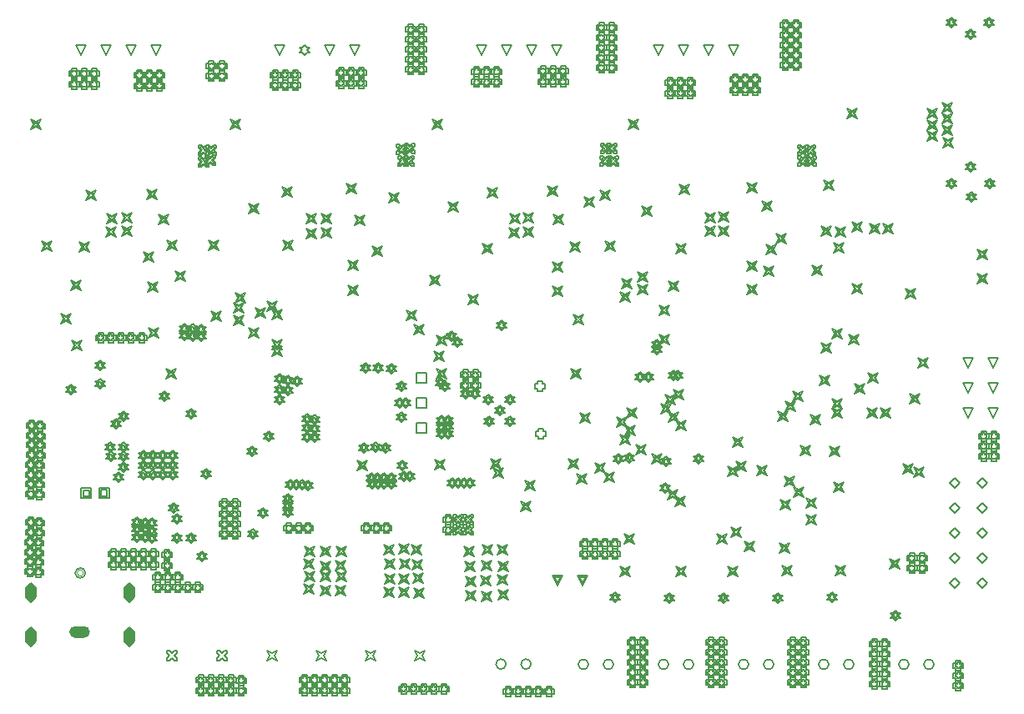
<source format=gbr>
G04 Layer_Color=2752767*
%FSLAX26Y26*%
%MOIN*%
%TF.FileFunction,Drawing*%
%TF.Part,Single*%
G01*
G75*
%TA.AperFunction,NonConductor*%
%ADD317C,0.005000*%
%ADD477C,0.006667*%
%ADD478C,0.004000*%
D317*
X-2375000Y1275000D02*
Y1315000D01*
X-2335000D01*
Y1275000D01*
X-2375000D01*
Y1175000D02*
Y1215000D01*
X-2335000D01*
Y1175000D01*
X-2375000D01*
Y1075000D02*
Y1115000D01*
X-2335000D01*
Y1075000D01*
X-2375000D01*
X-1307488Y2584843D02*
X-1327488Y2624843D01*
X-1287488D01*
X-1307488Y2584843D01*
X-1407488D02*
X-1427488Y2624843D01*
X-1387488D01*
X-1407488Y2584843D01*
X-1207488D02*
X-1227488Y2624843D01*
X-1187488D01*
X-1207488Y2584843D01*
X-1107488D02*
X-1127488Y2624843D01*
X-1087488D01*
X-1107488Y2584843D01*
X-1814535D02*
X-1834535Y2624843D01*
X-1794535D01*
X-1814535Y2584843D01*
X-1914535D02*
X-1934535Y2624843D01*
X-1894535D01*
X-1914535Y2584843D01*
X-2114535D02*
X-2134535Y2624843D01*
X-2094535D01*
X-2114535Y2584843D01*
X-2014535D02*
X-2034535Y2624843D01*
X-1994535D01*
X-2014535Y2584843D01*
X-2619535D02*
X-2639535Y2624843D01*
X-2599535D01*
X-2619535Y2584843D01*
X-2719535D02*
X-2739535Y2624843D01*
X-2699535D01*
X-2719535Y2584843D01*
X-2919535D02*
X-2939535Y2624843D01*
X-2899535D01*
X-2919535Y2584843D01*
X-2819535D02*
X-2809535Y2594843D01*
X-2799535D01*
X-2809535Y2604843D01*
X-2799535Y2614843D01*
X-2809535D01*
X-2819535Y2624843D01*
X-2829535Y2614843D01*
X-2839535D01*
X-2829535Y2604843D01*
X-2839535Y2594843D01*
X-2829535D01*
X-2819535Y2584843D01*
X-3414535D02*
X-3434535Y2624843D01*
X-3394535D01*
X-3414535Y2584843D01*
X-3514535D02*
X-3534535Y2624843D01*
X-3494535D01*
X-3514535Y2584843D01*
X-3714535D02*
X-3734535Y2624843D01*
X-3694535D01*
X-3714535Y2584843D01*
X-3614535D02*
X-3634535Y2624843D01*
X-3594535D01*
X-3614535Y2584843D01*
X-2380985Y166843D02*
X-2370985Y186843D01*
X-2380985Y206843D01*
X-2360985Y196843D01*
X-2340985Y206843D01*
X-2350985Y186843D01*
X-2340985Y166843D01*
X-2360985Y176843D01*
X-2380985Y166843D01*
X-2577835D02*
X-2567835Y186843D01*
X-2577835Y206843D01*
X-2557835Y196843D01*
X-2537835Y206843D01*
X-2547835Y186843D01*
X-2537835Y166843D01*
X-2557835Y176843D01*
X-2577835Y166843D01*
X-2971535D02*
X-2961535Y186843D01*
X-2971535Y206843D01*
X-2951535Y196843D01*
X-2931535Y206843D01*
X-2941535Y186843D01*
X-2931535Y166843D01*
X-2951535Y176843D01*
X-2971535Y166843D01*
X-69535Y1134842D02*
X-89535Y1174842D01*
X-49535D01*
X-69535Y1134842D01*
X-169535Y1334842D02*
X-189535Y1374842D01*
X-149535D01*
X-169535Y1334842D01*
X-69535Y1234842D02*
X-89535Y1274842D01*
X-49535D01*
X-69535Y1234842D01*
X-169535Y1134842D02*
X-189535Y1174842D01*
X-149535D01*
X-169535Y1134842D01*
Y1234842D02*
X-189535Y1274842D01*
X-149535D01*
X-169535Y1234842D01*
X-69535Y1334842D02*
X-89535Y1374842D01*
X-49535D01*
X-69535Y1334842D01*
X-1888121Y1061510D02*
Y1051510D01*
X-1868121D01*
Y1061510D01*
X-1858121D01*
Y1081510D01*
X-1868121D01*
Y1091510D01*
X-1888121D01*
Y1081510D01*
X-1898121D01*
Y1061510D01*
X-1888121D01*
X-1889535Y1253842D02*
Y1243842D01*
X-1869535D01*
Y1253842D01*
X-1859535D01*
Y1273842D01*
X-1869535D01*
Y1283842D01*
X-1889535D01*
Y1273842D01*
X-1899535D01*
Y1253842D01*
X-1889535D01*
X-2774685Y166843D02*
X-2764685Y186843D01*
X-2774685Y206843D01*
X-2754685Y196843D01*
X-2734685Y206843D01*
X-2744685Y186843D01*
X-2734685Y166843D01*
X-2754685Y176843D01*
X-2774685Y166843D01*
X-3171535D02*
X-3161535D01*
X-3151535Y176843D01*
X-3141535Y166843D01*
X-3131535D01*
Y176843D01*
X-3141535Y186843D01*
X-3131535Y196843D01*
Y206843D01*
X-3141535D01*
X-3151535Y196843D01*
X-3161535Y206843D01*
X-3171535D01*
Y196843D01*
X-3161535Y186843D01*
X-3171535Y176843D01*
Y166843D01*
X-3371535D02*
X-3361535D01*
X-3351535Y176843D01*
X-3341535Y166843D01*
X-3331535D01*
Y176843D01*
X-3341535Y186843D01*
X-3331535Y196843D01*
Y206843D01*
X-3341535D01*
X-3351535Y196843D01*
X-3361535Y206843D01*
X-3371535D01*
Y196843D01*
X-3361535Y186843D01*
X-3371535Y176843D01*
Y166843D01*
X-244772Y874842D02*
X-224772Y894842D01*
X-204772Y874842D01*
X-224772Y854842D01*
X-244772Y874842D01*
X-134535D02*
X-114535Y894842D01*
X-94535Y874842D01*
X-114535Y854842D01*
X-134535Y874842D01*
X-244772Y774842D02*
X-224772Y794842D01*
X-204772Y774842D01*
X-224772Y754842D01*
X-244772Y774842D01*
X-134535D02*
X-114535Y794842D01*
X-94535Y774842D01*
X-114535Y754842D01*
X-134535Y774842D01*
X-244772Y674842D02*
X-224772Y694842D01*
X-204772Y674842D01*
X-224772Y654842D01*
X-244772Y674842D01*
X-134535D02*
X-114535Y694842D01*
X-94535Y674842D01*
X-114535Y654842D01*
X-134535Y674842D01*
X-244772Y574842D02*
X-224772Y594842D01*
X-204772Y574842D01*
X-224772Y554842D01*
X-244772Y574842D01*
X-134535D02*
X-114535Y594842D01*
X-94535Y574842D01*
X-114535Y554842D01*
X-134535Y574842D01*
X-244772Y474842D02*
X-224772Y494842D01*
X-204772Y474842D01*
X-224772Y454842D01*
X-244772Y474842D01*
X-134535D02*
X-114535Y494842D01*
X-94535Y474842D01*
X-114535Y454842D01*
X-134535Y474842D01*
X-3712535Y814842D02*
Y854842D01*
X-3672535D01*
Y814842D01*
X-3712535D01*
X-3704535Y822842D02*
Y846842D01*
X-3680535D01*
Y822842D01*
X-3704535D01*
X-3641535Y815842D02*
Y855842D01*
X-3601535D01*
Y815842D01*
X-3641535D01*
X-3633535Y823842D02*
Y847842D01*
X-3609535D01*
Y823842D01*
X-3633535D01*
X-3540386Y277937D02*
X-3520386Y297937D01*
X-3500386Y277937D01*
X-3520386Y257937D01*
X-3540386Y277937D01*
Y275937D02*
X-3520386Y295937D01*
X-3500386Y275937D01*
X-3520386Y255937D01*
X-3540386Y275937D01*
Y273937D02*
X-3520386Y293937D01*
X-3500386Y273937D01*
X-3520386Y253937D01*
X-3540386Y273937D01*
Y271937D02*
X-3520386Y291937D01*
X-3500386Y271937D01*
X-3520386Y251937D01*
X-3540386Y271937D01*
Y269937D02*
X-3520386Y289937D01*
X-3500386Y269937D01*
X-3520386Y249937D01*
X-3540386Y269937D01*
Y267937D02*
X-3520386Y287937D01*
X-3500386Y267937D01*
X-3520386Y247937D01*
X-3540386Y267937D01*
X-3520386Y287937D01*
X-3500386Y267937D01*
X-3520386Y247937D01*
X-3540386Y267937D01*
Y265937D02*
X-3520386Y285937D01*
X-3500386Y265937D01*
X-3520386Y245937D01*
X-3540386Y265937D01*
Y263937D02*
X-3520386Y283937D01*
X-3500386Y263937D01*
X-3520386Y243937D01*
X-3540386Y263937D01*
Y261937D02*
X-3520386Y281937D01*
X-3500386Y261937D01*
X-3520386Y241937D01*
X-3540386Y261937D01*
Y259937D02*
X-3520386Y279937D01*
X-3500386Y259937D01*
X-3520386Y239937D01*
X-3540386Y259937D01*
Y257937D02*
X-3520386Y277937D01*
X-3500386Y257937D01*
X-3520386Y237937D01*
X-3540386Y257937D01*
Y261937D02*
X-3520386Y281937D01*
X-3500386Y261937D01*
X-3520386Y241937D01*
X-3540386Y261937D01*
Y259937D02*
X-3520386Y279937D01*
X-3500386Y259937D01*
X-3520386Y239937D01*
X-3540386Y259937D01*
Y257937D02*
X-3520386Y277937D01*
X-3500386Y257937D01*
X-3520386Y237937D01*
X-3540386Y257937D01*
Y255937D02*
X-3520386Y275937D01*
X-3500386Y255937D01*
X-3520386Y235937D01*
X-3540386Y255937D01*
Y253937D02*
X-3520386Y273937D01*
X-3500386Y253937D01*
X-3520386Y233937D01*
X-3540386Y253937D01*
Y251937D02*
X-3520386Y271937D01*
X-3500386Y251937D01*
X-3520386Y231937D01*
X-3540386Y251937D01*
X-3520386Y271937D01*
X-3500386Y251937D01*
X-3520386Y231937D01*
X-3540386Y251937D01*
Y249937D02*
X-3520386Y269937D01*
X-3500386Y249937D01*
X-3520386Y229937D01*
X-3540386Y249937D01*
Y247937D02*
X-3520386Y267937D01*
X-3500386Y247937D01*
X-3520386Y227937D01*
X-3540386Y247937D01*
Y245937D02*
X-3520386Y265937D01*
X-3500386Y245937D01*
X-3520386Y225937D01*
X-3540386Y245937D01*
Y243937D02*
X-3520386Y263937D01*
X-3500386Y243937D01*
X-3520386Y223937D01*
X-3540386Y243937D01*
Y241937D02*
X-3520386Y261937D01*
X-3500386Y241937D01*
X-3520386Y221937D01*
X-3540386Y241937D01*
Y259937D02*
X-3520386Y279937D01*
X-3500386Y259937D01*
X-3520386Y239937D01*
X-3540386Y259937D01*
Y455102D02*
X-3520386Y475102D01*
X-3500386Y455102D01*
X-3520386Y435102D01*
X-3540386Y455102D01*
Y453102D02*
X-3520386Y473102D01*
X-3500386Y453102D01*
X-3520386Y433102D01*
X-3540386Y453102D01*
Y451102D02*
X-3520386Y471102D01*
X-3500386Y451102D01*
X-3520386Y431102D01*
X-3540386Y451102D01*
Y449102D02*
X-3520386Y469102D01*
X-3500386Y449102D01*
X-3520386Y429102D01*
X-3540386Y449102D01*
Y447102D02*
X-3520386Y467102D01*
X-3500386Y447102D01*
X-3520386Y427102D01*
X-3540386Y447102D01*
Y445102D02*
X-3520386Y465102D01*
X-3500386Y445102D01*
X-3520386Y425102D01*
X-3540386Y445102D01*
X-3520386Y465102D01*
X-3500386Y445102D01*
X-3520386Y425102D01*
X-3540386Y445102D01*
Y443102D02*
X-3520386Y463102D01*
X-3500386Y443102D01*
X-3520386Y423102D01*
X-3540386Y443102D01*
Y441102D02*
X-3520386Y461102D01*
X-3500386Y441102D01*
X-3520386Y421102D01*
X-3540386Y441102D01*
Y439102D02*
X-3520386Y459102D01*
X-3500386Y439102D01*
X-3520386Y419102D01*
X-3540386Y439102D01*
Y437102D02*
X-3520386Y457102D01*
X-3500386Y437102D01*
X-3520386Y417102D01*
X-3540386Y437102D01*
Y435102D02*
X-3520386Y455102D01*
X-3500386Y435102D01*
X-3520386Y415102D01*
X-3540386Y435102D01*
Y439102D02*
X-3520386Y459102D01*
X-3500386Y439102D01*
X-3520386Y419102D01*
X-3540386Y439102D01*
Y437102D02*
X-3520386Y457102D01*
X-3500386Y437102D01*
X-3520386Y417102D01*
X-3540386Y437102D01*
Y435102D02*
X-3520386Y455102D01*
X-3500386Y435102D01*
X-3520386Y415102D01*
X-3540386Y435102D01*
Y433102D02*
X-3520386Y453102D01*
X-3500386Y433102D01*
X-3520386Y413102D01*
X-3540386Y433102D01*
Y431102D02*
X-3520386Y451102D01*
X-3500386Y431102D01*
X-3520386Y411102D01*
X-3540386Y431102D01*
Y429102D02*
X-3520386Y449102D01*
X-3500386Y429102D01*
X-3520386Y409102D01*
X-3540386Y429102D01*
X-3520386Y449102D01*
X-3500386Y429102D01*
X-3520386Y409102D01*
X-3540386Y429102D01*
Y427102D02*
X-3520386Y447102D01*
X-3500386Y427102D01*
X-3520386Y407102D01*
X-3540386Y427102D01*
Y425102D02*
X-3520386Y445102D01*
X-3500386Y425102D01*
X-3520386Y405102D01*
X-3540386Y425102D01*
Y423102D02*
X-3520386Y443102D01*
X-3500386Y423102D01*
X-3520386Y403102D01*
X-3540386Y423102D01*
Y421102D02*
X-3520386Y441102D01*
X-3500386Y421102D01*
X-3520386Y401102D01*
X-3540386Y421102D01*
Y419102D02*
X-3520386Y439102D01*
X-3500386Y419102D01*
X-3520386Y399102D01*
X-3540386Y419102D01*
Y437102D02*
X-3520386Y457102D01*
X-3500386Y437102D01*
X-3520386Y417102D01*
X-3540386Y437102D01*
X-3739630Y279992D02*
X-3719630Y299992D01*
X-3699630Y279992D01*
X-3719630Y259992D01*
X-3739630Y279992D01*
X-3934087Y259937D02*
X-3914087Y279937D01*
X-3894087Y259937D01*
X-3914087Y239937D01*
X-3934087Y259937D01*
Y241937D02*
X-3914087Y261937D01*
X-3894087Y241937D01*
X-3914087Y221937D01*
X-3934087Y241937D01*
Y243937D02*
X-3914087Y263937D01*
X-3894087Y243937D01*
X-3914087Y223937D01*
X-3934087Y243937D01*
Y245937D02*
X-3914087Y265937D01*
X-3894087Y245937D01*
X-3914087Y225937D01*
X-3934087Y245937D01*
Y247937D02*
X-3914087Y267937D01*
X-3894087Y247937D01*
X-3914087Y227937D01*
X-3934087Y247937D01*
Y249937D02*
X-3914087Y269937D01*
X-3894087Y249937D01*
X-3914087Y229937D01*
X-3934087Y249937D01*
Y251937D02*
X-3914087Y271937D01*
X-3894087Y251937D01*
X-3914087Y231937D01*
X-3934087Y251937D01*
X-3914087Y271937D01*
X-3894087Y251937D01*
X-3914087Y231937D01*
X-3934087Y251937D01*
Y253937D02*
X-3914087Y273937D01*
X-3894087Y253937D01*
X-3914087Y233937D01*
X-3934087Y253937D01*
Y255937D02*
X-3914087Y275937D01*
X-3894087Y255937D01*
X-3914087Y235937D01*
X-3934087Y255937D01*
Y257937D02*
X-3914087Y277937D01*
X-3894087Y257937D01*
X-3914087Y237937D01*
X-3934087Y257937D01*
Y259937D02*
X-3914087Y279937D01*
X-3894087Y259937D01*
X-3914087Y239937D01*
X-3934087Y259937D01*
Y261937D02*
X-3914087Y281937D01*
X-3894087Y261937D01*
X-3914087Y241937D01*
X-3934087Y261937D01*
Y257937D02*
X-3914087Y277937D01*
X-3894087Y257937D01*
X-3914087Y237937D01*
X-3934087Y257937D01*
Y259937D02*
X-3914087Y279937D01*
X-3894087Y259937D01*
X-3914087Y239937D01*
X-3934087Y259937D01*
Y261937D02*
X-3914087Y281937D01*
X-3894087Y261937D01*
X-3914087Y241937D01*
X-3934087Y261937D01*
Y263937D02*
X-3914087Y283937D01*
X-3894087Y263937D01*
X-3914087Y243937D01*
X-3934087Y263937D01*
Y265937D02*
X-3914087Y285937D01*
X-3894087Y265937D01*
X-3914087Y245937D01*
X-3934087Y265937D01*
Y267937D02*
X-3914087Y287937D01*
X-3894087Y267937D01*
X-3914087Y247937D01*
X-3934087Y267937D01*
X-3914087Y287937D01*
X-3894087Y267937D01*
X-3914087Y247937D01*
X-3934087Y267937D01*
Y269937D02*
X-3914087Y289937D01*
X-3894087Y269937D01*
X-3914087Y249937D01*
X-3934087Y269937D01*
Y271937D02*
X-3914087Y291937D01*
X-3894087Y271937D01*
X-3914087Y251937D01*
X-3934087Y271937D01*
Y273937D02*
X-3914087Y293937D01*
X-3894087Y273937D01*
X-3914087Y253937D01*
X-3934087Y273937D01*
Y275937D02*
X-3914087Y295937D01*
X-3894087Y275937D01*
X-3914087Y255937D01*
X-3934087Y275937D01*
Y277937D02*
X-3914087Y297937D01*
X-3894087Y277937D01*
X-3914087Y257937D01*
X-3934087Y277937D01*
Y419102D02*
X-3914087Y439102D01*
X-3894087Y419102D01*
X-3914087Y399102D01*
X-3934087Y419102D01*
Y421102D02*
X-3914087Y441102D01*
X-3894087Y421102D01*
X-3914087Y401102D01*
X-3934087Y421102D01*
Y423102D02*
X-3914087Y443102D01*
X-3894087Y423102D01*
X-3914087Y403102D01*
X-3934087Y423102D01*
Y425102D02*
X-3914087Y445102D01*
X-3894087Y425102D01*
X-3914087Y405102D01*
X-3934087Y425102D01*
Y427102D02*
X-3914087Y447102D01*
X-3894087Y427102D01*
X-3914087Y407102D01*
X-3934087Y427102D01*
Y429102D02*
X-3914087Y449102D01*
X-3894087Y429102D01*
X-3914087Y409102D01*
X-3934087Y429102D01*
X-3914087Y449102D01*
X-3894087Y429102D01*
X-3914087Y409102D01*
X-3934087Y429102D01*
Y431102D02*
X-3914087Y451102D01*
X-3894087Y431102D01*
X-3914087Y411102D01*
X-3934087Y431102D01*
Y433102D02*
X-3914087Y453102D01*
X-3894087Y433102D01*
X-3914087Y413102D01*
X-3934087Y433102D01*
Y435102D02*
X-3914087Y455102D01*
X-3894087Y435102D01*
X-3914087Y415102D01*
X-3934087Y435102D01*
Y437102D02*
X-3914087Y457102D01*
X-3894087Y437102D01*
X-3914087Y417102D01*
X-3934087Y437102D01*
Y439102D02*
X-3914087Y459102D01*
X-3894087Y439102D01*
X-3914087Y419102D01*
X-3934087Y439102D01*
Y435102D02*
X-3914087Y455102D01*
X-3894087Y435102D01*
X-3914087Y415102D01*
X-3934087Y435102D01*
Y437102D02*
X-3914087Y457102D01*
X-3894087Y437102D01*
X-3914087Y417102D01*
X-3934087Y437102D01*
Y439102D02*
X-3914087Y459102D01*
X-3894087Y439102D01*
X-3914087Y419102D01*
X-3934087Y439102D01*
Y441102D02*
X-3914087Y461102D01*
X-3894087Y441102D01*
X-3914087Y421102D01*
X-3934087Y441102D01*
Y443102D02*
X-3914087Y463102D01*
X-3894087Y443102D01*
X-3914087Y423102D01*
X-3934087Y443102D01*
Y445102D02*
X-3914087Y465102D01*
X-3894087Y445102D01*
X-3914087Y425102D01*
X-3934087Y445102D01*
X-3914087Y465102D01*
X-3894087Y445102D01*
X-3914087Y425102D01*
X-3934087Y445102D01*
Y447102D02*
X-3914087Y467102D01*
X-3894087Y447102D01*
X-3914087Y427102D01*
X-3934087Y447102D01*
Y449102D02*
X-3914087Y469102D01*
X-3894087Y449102D01*
X-3914087Y429102D01*
X-3934087Y449102D01*
Y451102D02*
X-3914087Y471102D01*
X-3894087Y451102D01*
X-3914087Y431102D01*
X-3934087Y451102D01*
Y453102D02*
X-3914087Y473102D01*
X-3894087Y453102D01*
X-3914087Y433102D01*
X-3934087Y453102D01*
Y455102D02*
X-3914087Y475102D01*
X-3894087Y455102D01*
X-3914087Y435102D01*
X-3934087Y455102D01*
Y437102D02*
X-3914087Y457102D01*
X-3894087Y437102D01*
X-3914087Y417102D01*
X-3934087Y437102D01*
X-1710535Y466842D02*
X-1730535Y506842D01*
X-1690535D01*
X-1710535Y466842D01*
Y474842D02*
X-1722535Y498842D01*
X-1698535D01*
X-1710535Y474842D01*
X-1810535Y466842D02*
X-1830535Y506842D01*
X-1790535D01*
X-1810535Y466842D01*
Y474842D02*
X-1822535Y498842D01*
X-1798535D01*
X-1810535Y474842D01*
X-3430000Y636000D02*
X-3420000Y646000D01*
X-3410000D01*
X-3420000Y656000D01*
X-3410000Y666000D01*
X-3420000D01*
X-3430000Y676000D01*
X-3440000Y666000D01*
X-3450000D01*
X-3440000Y656000D01*
X-3450000Y646000D01*
X-3440000D01*
X-3430000Y636000D01*
Y644000D02*
X-3424000Y650000D01*
X-3418000D01*
X-3424000Y656000D01*
X-3418000Y662000D01*
X-3424000D01*
X-3430000Y668000D01*
X-3436000Y662000D01*
X-3442000D01*
X-3436000Y656000D01*
X-3442000Y650000D01*
X-3436000D01*
X-3430000Y644000D01*
X-3431000Y664000D02*
X-3421000Y674000D01*
X-3411000D01*
X-3421000Y684000D01*
X-3411000Y694000D01*
X-3421000D01*
X-3431000Y704000D01*
X-3441000Y694000D01*
X-3451000D01*
X-3441000Y684000D01*
X-3451000Y674000D01*
X-3441000D01*
X-3431000Y664000D01*
Y672000D02*
X-3425000Y678000D01*
X-3419000D01*
X-3425000Y684000D01*
X-3419000Y690000D01*
X-3425000D01*
X-3431000Y696000D01*
X-3437000Y690000D01*
X-3443000D01*
X-3437000Y684000D01*
X-3443000Y678000D01*
X-3437000D01*
X-3431000Y672000D01*
Y695000D02*
X-3421000Y705000D01*
X-3411000D01*
X-3421000Y715000D01*
X-3411000Y725000D01*
X-3421000D01*
X-3431000Y735000D01*
X-3441000Y725000D01*
X-3451000D01*
X-3441000Y715000D01*
X-3451000Y705000D01*
X-3441000D01*
X-3431000Y695000D01*
Y703000D02*
X-3425000Y709000D01*
X-3419000D01*
X-3425000Y715000D01*
X-3419000Y721000D01*
X-3425000D01*
X-3431000Y727000D01*
X-3437000Y721000D01*
X-3443000D01*
X-3437000Y715000D01*
X-3443000Y709000D01*
X-3437000D01*
X-3431000Y703000D01*
X-3457000Y696000D02*
X-3447000Y706000D01*
X-3437000D01*
X-3447000Y716000D01*
X-3437000Y726000D01*
X-3447000D01*
X-3457000Y736000D01*
X-3467000Y726000D01*
X-3477000D01*
X-3467000Y716000D01*
X-3477000Y706000D01*
X-3467000D01*
X-3457000Y696000D01*
Y704000D02*
X-3451000Y710000D01*
X-3445000D01*
X-3451000Y716000D01*
X-3445000Y722000D01*
X-3451000D01*
X-3457000Y728000D01*
X-3463000Y722000D01*
X-3469000D01*
X-3463000Y716000D01*
X-3469000Y710000D01*
X-3463000D01*
X-3457000Y704000D01*
Y672000D02*
X-3447000Y682000D01*
X-3437000D01*
X-3447000Y692000D01*
X-3437000Y702000D01*
X-3447000D01*
X-3457000Y712000D01*
X-3467000Y702000D01*
X-3477000D01*
X-3467000Y692000D01*
X-3477000Y682000D01*
X-3467000D01*
X-3457000Y672000D01*
Y680000D02*
X-3451000Y686000D01*
X-3445000D01*
X-3451000Y692000D01*
X-3445000Y698000D01*
X-3451000D01*
X-3457000Y704000D01*
X-3463000Y698000D01*
X-3469000D01*
X-3463000Y692000D01*
X-3469000Y686000D01*
X-3463000D01*
X-3457000Y680000D01*
X-3458000Y638000D02*
X-3448000Y648000D01*
X-3438000D01*
X-3448000Y658000D01*
X-3438000Y668000D01*
X-3448000D01*
X-3458000Y678000D01*
X-3468000Y668000D01*
X-3478000D01*
X-3468000Y658000D01*
X-3478000Y648000D01*
X-3468000D01*
X-3458000Y638000D01*
Y646000D02*
X-3452000Y652000D01*
X-3446000D01*
X-3452000Y658000D01*
X-3446000Y664000D01*
X-3452000D01*
X-3458000Y670000D01*
X-3464000Y664000D01*
X-3470000D01*
X-3464000Y658000D01*
X-3470000Y652000D01*
X-3464000D01*
X-3458000Y646000D01*
X-3490000Y638000D02*
X-3480000Y648000D01*
X-3470000D01*
X-3480000Y658000D01*
X-3470000Y668000D01*
X-3480000D01*
X-3490000Y678000D01*
X-3500000Y668000D01*
X-3510000D01*
X-3500000Y658000D01*
X-3510000Y648000D01*
X-3500000D01*
X-3490000Y638000D01*
Y646000D02*
X-3484000Y652000D01*
X-3478000D01*
X-3484000Y658000D01*
X-3478000Y664000D01*
X-3484000D01*
X-3490000Y670000D01*
X-3496000Y664000D01*
X-3502000D01*
X-3496000Y658000D01*
X-3502000Y652000D01*
X-3496000D01*
X-3490000Y646000D01*
X-2850000Y1263000D02*
X-2840000Y1273000D01*
X-2830000D01*
X-2840000Y1283000D01*
X-2830000Y1293000D01*
X-2840000D01*
X-2850000Y1303000D01*
X-2860000Y1293000D01*
X-2870000D01*
X-2860000Y1283000D01*
X-2870000Y1273000D01*
X-2860000D01*
X-2850000Y1263000D01*
Y1271000D02*
X-2844000Y1277000D01*
X-2838000D01*
X-2844000Y1283000D01*
X-2838000Y1289000D01*
X-2844000D01*
X-2850000Y1295000D01*
X-2856000Y1289000D01*
X-2862000D01*
X-2856000Y1283000D01*
X-2862000Y1277000D01*
X-2856000D01*
X-2850000Y1271000D01*
X-2887000Y1266000D02*
X-2877000Y1276000D01*
X-2867000D01*
X-2877000Y1286000D01*
X-2867000Y1296000D01*
X-2877000D01*
X-2887000Y1306000D01*
X-2897000Y1296000D01*
X-2907000D01*
X-2897000Y1286000D01*
X-2907000Y1276000D01*
X-2897000D01*
X-2887000Y1266000D01*
Y1274000D02*
X-2881000Y1280000D01*
X-2875000D01*
X-2881000Y1286000D01*
X-2875000Y1292000D01*
X-2881000D01*
X-2887000Y1298000D01*
X-2893000Y1292000D01*
X-2899000D01*
X-2893000Y1286000D01*
X-2899000Y1280000D01*
X-2893000D01*
X-2887000Y1274000D01*
Y1227000D02*
X-2877000Y1237000D01*
X-2867000D01*
X-2877000Y1247000D01*
X-2867000Y1257000D01*
X-2877000D01*
X-2887000Y1267000D01*
X-2897000Y1257000D01*
X-2907000D01*
X-2897000Y1247000D01*
X-2907000Y1237000D01*
X-2897000D01*
X-2887000Y1227000D01*
Y1235000D02*
X-2881000Y1241000D01*
X-2875000D01*
X-2881000Y1247000D01*
X-2875000Y1253000D01*
X-2881000D01*
X-2887000Y1259000D01*
X-2893000Y1253000D01*
X-2899000D01*
X-2893000Y1247000D01*
X-2899000Y1241000D01*
X-2893000D01*
X-2887000Y1235000D01*
X-2920000Y1189000D02*
X-2910000Y1199000D01*
X-2900000D01*
X-2910000Y1209000D01*
X-2900000Y1219000D01*
X-2910000D01*
X-2920000Y1229000D01*
X-2930000Y1219000D01*
X-2940000D01*
X-2930000Y1209000D01*
X-2940000Y1199000D01*
X-2930000D01*
X-2920000Y1189000D01*
Y1197000D02*
X-2914000Y1203000D01*
X-2908000D01*
X-2914000Y1209000D01*
X-2908000Y1215000D01*
X-2914000D01*
X-2920000Y1221000D01*
X-2926000Y1215000D01*
X-2932000D01*
X-2926000Y1209000D01*
X-2932000Y1203000D01*
X-2926000D01*
X-2920000Y1197000D01*
Y1228000D02*
X-2910000Y1238000D01*
X-2900000D01*
X-2910000Y1248000D01*
X-2900000Y1258000D01*
X-2910000D01*
X-2920000Y1268000D01*
X-2930000Y1258000D01*
X-2940000D01*
X-2930000Y1248000D01*
X-2940000Y1238000D01*
X-2930000D01*
X-2920000Y1228000D01*
Y1236000D02*
X-2914000Y1242000D01*
X-2908000D01*
X-2914000Y1248000D01*
X-2908000Y1254000D01*
X-2914000D01*
X-2920000Y1260000D01*
X-2926000Y1254000D01*
X-2932000D01*
X-2926000Y1248000D01*
X-2932000Y1242000D01*
X-2926000D01*
X-2920000Y1236000D01*
X-2921000Y1273000D02*
X-2911000Y1283000D01*
X-2901000D01*
X-2911000Y1293000D01*
X-2901000Y1303000D01*
X-2911000D01*
X-2921000Y1313000D01*
X-2931000Y1303000D01*
X-2941000D01*
X-2931000Y1293000D01*
X-2941000Y1283000D01*
X-2931000D01*
X-2921000Y1273000D01*
Y1281000D02*
X-2915000Y1287000D01*
X-2909000D01*
X-2915000Y1293000D01*
X-2909000Y1299000D01*
X-2915000D01*
X-2921000Y1305000D01*
X-2927000Y1299000D01*
X-2933000D01*
X-2927000Y1293000D01*
X-2933000Y1287000D01*
X-2927000D01*
X-2921000Y1281000D01*
X-3235000Y1469000D02*
X-3225000Y1479000D01*
X-3215000D01*
X-3225000Y1489000D01*
X-3215000Y1499000D01*
X-3225000D01*
X-3235000Y1509000D01*
X-3245000Y1499000D01*
X-3255000D01*
X-3245000Y1489000D01*
X-3255000Y1479000D01*
X-3245000D01*
X-3235000Y1469000D01*
Y1477000D02*
X-3229000Y1483000D01*
X-3223000D01*
X-3229000Y1489000D01*
X-3223000Y1495000D01*
X-3229000D01*
X-3235000Y1501000D01*
X-3241000Y1495000D01*
X-3247000D01*
X-3241000Y1489000D01*
X-3247000Y1483000D01*
X-3241000D01*
X-3235000Y1477000D01*
X-3269000Y1471000D02*
X-3259000Y1481000D01*
X-3249000D01*
X-3259000Y1491000D01*
X-3249000Y1501000D01*
X-3259000D01*
X-3269000Y1511000D01*
X-3279000Y1501000D01*
X-3289000D01*
X-3279000Y1491000D01*
X-3289000Y1481000D01*
X-3279000D01*
X-3269000Y1471000D01*
Y1479000D02*
X-3263000Y1485000D01*
X-3257000D01*
X-3263000Y1491000D01*
X-3257000Y1497000D01*
X-3263000D01*
X-3269000Y1503000D01*
X-3275000Y1497000D01*
X-3281000D01*
X-3275000Y1491000D01*
X-3281000Y1485000D01*
X-3275000D01*
X-3269000Y1479000D01*
X-3301000Y1472000D02*
X-3291000Y1482000D01*
X-3281000D01*
X-3291000Y1492000D01*
X-3281000Y1502000D01*
X-3291000D01*
X-3301000Y1512000D01*
X-3311000Y1502000D01*
X-3321000D01*
X-3311000Y1492000D01*
X-3321000Y1482000D01*
X-3311000D01*
X-3301000Y1472000D01*
Y1480000D02*
X-3295000Y1486000D01*
X-3289000D01*
X-3295000Y1492000D01*
X-3289000Y1498000D01*
X-3295000D01*
X-3301000Y1504000D01*
X-3307000Y1498000D01*
X-3313000D01*
X-3307000Y1492000D01*
X-3313000Y1486000D01*
X-3307000D01*
X-3301000Y1480000D01*
X-3235000Y1442000D02*
X-3225000Y1452000D01*
X-3215000D01*
X-3225000Y1462000D01*
X-3215000Y1472000D01*
X-3225000D01*
X-3235000Y1482000D01*
X-3245000Y1472000D01*
X-3255000D01*
X-3245000Y1462000D01*
X-3255000Y1452000D01*
X-3245000D01*
X-3235000Y1442000D01*
Y1450000D02*
X-3229000Y1456000D01*
X-3223000D01*
X-3229000Y1462000D01*
X-3223000Y1468000D01*
X-3229000D01*
X-3235000Y1474000D01*
X-3241000Y1468000D01*
X-3247000D01*
X-3241000Y1462000D01*
X-3247000Y1456000D01*
X-3241000D01*
X-3235000Y1450000D01*
X-3269000Y1443000D02*
X-3259000Y1453000D01*
X-3249000D01*
X-3259000Y1463000D01*
X-3249000Y1473000D01*
X-3259000D01*
X-3269000Y1483000D01*
X-3279000Y1473000D01*
X-3289000D01*
X-3279000Y1463000D01*
X-3289000Y1453000D01*
X-3279000D01*
X-3269000Y1443000D01*
Y1451000D02*
X-3263000Y1457000D01*
X-3257000D01*
X-3263000Y1463000D01*
X-3257000Y1469000D01*
X-3263000D01*
X-3269000Y1475000D01*
X-3275000Y1469000D01*
X-3281000D01*
X-3275000Y1463000D01*
X-3281000Y1457000D01*
X-3275000D01*
X-3269000Y1451000D01*
X-3301000Y1445000D02*
X-3291000Y1455000D01*
X-3281000D01*
X-3291000Y1465000D01*
X-3281000Y1475000D01*
X-3291000D01*
X-3301000Y1485000D01*
X-3311000Y1475000D01*
X-3321000D01*
X-3311000Y1465000D01*
X-3321000Y1455000D01*
X-3311000D01*
X-3301000Y1445000D01*
Y1453000D02*
X-3295000Y1459000D01*
X-3289000D01*
X-3295000Y1465000D01*
X-3289000Y1471000D01*
X-3295000D01*
X-3301000Y1477000D01*
X-3307000Y1471000D01*
X-3313000D01*
X-3307000Y1465000D01*
X-3313000Y1459000D01*
X-3307000D01*
X-3301000Y1453000D01*
X-2233000Y1443000D02*
X-2223000Y1453000D01*
X-2213000D01*
X-2223000Y1463000D01*
X-2213000Y1473000D01*
X-2223000D01*
X-2233000Y1483000D01*
X-2243000Y1473000D01*
X-2253000D01*
X-2243000Y1463000D01*
X-2253000Y1453000D01*
X-2243000D01*
X-2233000Y1443000D01*
Y1451000D02*
X-2227000Y1457000D01*
X-2221000D01*
X-2227000Y1463000D01*
X-2221000Y1469000D01*
X-2227000D01*
X-2233000Y1475000D01*
X-2239000Y1469000D01*
X-2245000D01*
X-2239000Y1463000D01*
X-2245000Y1457000D01*
X-2239000D01*
X-2233000Y1451000D01*
X-2211000Y1418000D02*
X-2201000Y1428000D01*
X-2191000D01*
X-2201000Y1438000D01*
X-2191000Y1448000D01*
X-2201000D01*
X-2211000Y1458000D01*
X-2221000Y1448000D01*
X-2231000D01*
X-2221000Y1438000D01*
X-2231000Y1428000D01*
X-2221000D01*
X-2211000Y1418000D01*
Y1426000D02*
X-2205000Y1432000D01*
X-2199000D01*
X-2205000Y1438000D01*
X-2199000Y1444000D01*
X-2205000D01*
X-2211000Y1450000D01*
X-2217000Y1444000D01*
X-2223000D01*
X-2217000Y1438000D01*
X-2223000Y1432000D01*
X-2217000D01*
X-2211000Y1426000D01*
X-2434000Y1118000D02*
X-2424000Y1128000D01*
X-2414000D01*
X-2424000Y1138000D01*
X-2414000Y1148000D01*
X-2424000D01*
X-2434000Y1158000D01*
X-2444000Y1148000D01*
X-2454000D01*
X-2444000Y1138000D01*
X-2454000Y1128000D01*
X-2444000D01*
X-2434000Y1118000D01*
Y1126000D02*
X-2428000Y1132000D01*
X-2422000D01*
X-2428000Y1138000D01*
X-2422000Y1144000D01*
X-2428000D01*
X-2434000Y1150000D01*
X-2440000Y1144000D01*
X-2446000D01*
X-2440000Y1138000D01*
X-2446000Y1132000D01*
X-2440000D01*
X-2434000Y1126000D01*
X-2433000Y1244000D02*
X-2423000Y1254000D01*
X-2413000D01*
X-2423000Y1264000D01*
X-2413000Y1274000D01*
X-2423000D01*
X-2433000Y1284000D01*
X-2443000Y1274000D01*
X-2453000D01*
X-2443000Y1264000D01*
X-2453000Y1254000D01*
X-2443000D01*
X-2433000Y1244000D01*
Y1252000D02*
X-2427000Y1258000D01*
X-2421000D01*
X-2427000Y1264000D01*
X-2421000Y1270000D01*
X-2427000D01*
X-2433000Y1276000D01*
X-2439000Y1270000D01*
X-2445000D01*
X-2439000Y1264000D01*
X-2445000Y1258000D01*
X-2439000D01*
X-2433000Y1252000D01*
X-2441000Y1176000D02*
X-2431000Y1186000D01*
X-2421000D01*
X-2431000Y1196000D01*
X-2421000Y1206000D01*
X-2431000D01*
X-2441000Y1216000D01*
X-2451000Y1206000D01*
X-2461000D01*
X-2451000Y1196000D01*
X-2461000Y1186000D01*
X-2451000D01*
X-2441000Y1176000D01*
Y1184000D02*
X-2435000Y1190000D01*
X-2429000D01*
X-2435000Y1196000D01*
X-2429000Y1202000D01*
X-2435000D01*
X-2441000Y1208000D01*
X-2447000Y1202000D01*
X-2453000D01*
X-2447000Y1196000D01*
X-2453000Y1190000D01*
X-2447000D01*
X-2441000Y1184000D01*
X-2418000Y1175000D02*
X-2408000Y1185000D01*
X-2398000D01*
X-2408000Y1195000D01*
X-2398000Y1205000D01*
X-2408000D01*
X-2418000Y1215000D01*
X-2428000Y1205000D01*
X-2438000D01*
X-2428000Y1195000D01*
X-2438000Y1185000D01*
X-2428000D01*
X-2418000Y1175000D01*
Y1183000D02*
X-2412000Y1189000D01*
X-2406000D01*
X-2412000Y1195000D01*
X-2406000Y1201000D01*
X-2412000D01*
X-2418000Y1207000D01*
X-2424000Y1201000D01*
X-2430000D01*
X-2424000Y1195000D01*
X-2430000Y1189000D01*
X-2424000D01*
X-2418000Y1183000D01*
X-1349000Y1284500D02*
X-1339000Y1294500D01*
X-1329000D01*
X-1339000Y1304500D01*
X-1329000Y1314500D01*
X-1339000D01*
X-1349000Y1324500D01*
X-1359000Y1314500D01*
X-1369000D01*
X-1359000Y1304500D01*
X-1369000Y1294500D01*
X-1359000D01*
X-1349000Y1284500D01*
Y1292500D02*
X-1343000Y1298500D01*
X-1337000D01*
X-1343000Y1304500D01*
X-1337000Y1310500D01*
X-1343000D01*
X-1349000Y1316500D01*
X-1355000Y1310500D01*
X-1361000D01*
X-1355000Y1304500D01*
X-1361000Y1298500D01*
X-1355000D01*
X-1349000Y1292500D01*
X-1330000Y1284500D02*
X-1320000Y1294500D01*
X-1310000D01*
X-1320000Y1304500D01*
X-1310000Y1314500D01*
X-1320000D01*
X-1330000Y1324500D01*
X-1340000Y1314500D01*
X-1350000D01*
X-1340000Y1304500D01*
X-1350000Y1294500D01*
X-1340000D01*
X-1330000Y1284500D01*
Y1292500D02*
X-1324000Y1298500D01*
X-1318000D01*
X-1324000Y1304500D01*
X-1318000Y1310500D01*
X-1324000D01*
X-1330000Y1316500D01*
X-1336000Y1310500D01*
X-1342000D01*
X-1336000Y1304500D01*
X-1342000Y1298500D01*
X-1336000D01*
X-1330000Y1292500D01*
X-2781000Y1038000D02*
X-2771000Y1048000D01*
X-2761000D01*
X-2771000Y1058000D01*
X-2761000Y1068000D01*
X-2771000D01*
X-2781000Y1078000D01*
X-2791000Y1068000D01*
X-2801000D01*
X-2791000Y1058000D01*
X-2801000Y1048000D01*
X-2791000D01*
X-2781000Y1038000D01*
Y1046000D02*
X-2775000Y1052000D01*
X-2769000D01*
X-2775000Y1058000D01*
X-2769000Y1064000D01*
X-2775000D01*
X-2781000Y1070000D01*
X-2787000Y1064000D01*
X-2793000D01*
X-2787000Y1058000D01*
X-2793000Y1052000D01*
X-2787000D01*
X-2781000Y1046000D01*
X-2782000Y1108000D02*
X-2772000Y1118000D01*
X-2762000D01*
X-2772000Y1128000D01*
X-2762000Y1138000D01*
X-2772000D01*
X-2782000Y1148000D01*
X-2792000Y1138000D01*
X-2802000D01*
X-2792000Y1128000D01*
X-2802000Y1118000D01*
X-2792000D01*
X-2782000Y1108000D01*
Y1116000D02*
X-2776000Y1122000D01*
X-2770000D01*
X-2776000Y1128000D01*
X-2770000Y1134000D01*
X-2776000D01*
X-2782000Y1140000D01*
X-2788000Y1134000D01*
X-2794000D01*
X-2788000Y1128000D01*
X-2794000Y1122000D01*
X-2788000D01*
X-2782000Y1116000D01*
X-2781000Y1072000D02*
X-2771000Y1082000D01*
X-2761000D01*
X-2771000Y1092000D01*
X-2761000Y1102000D01*
X-2771000D01*
X-2781000Y1112000D01*
X-2791000Y1102000D01*
X-2801000D01*
X-2791000Y1092000D01*
X-2801000Y1082000D01*
X-2791000D01*
X-2781000Y1072000D01*
Y1080000D02*
X-2775000Y1086000D01*
X-2769000D01*
X-2775000Y1092000D01*
X-2769000Y1098000D01*
X-2775000D01*
X-2781000Y1104000D01*
X-2787000Y1098000D01*
X-2793000D01*
X-2787000Y1092000D01*
X-2793000Y1086000D01*
X-2787000D01*
X-2781000Y1080000D01*
X-2811000Y1040000D02*
X-2801000Y1050000D01*
X-2791000D01*
X-2801000Y1060000D01*
X-2791000Y1070000D01*
X-2801000D01*
X-2811000Y1080000D01*
X-2821000Y1070000D01*
X-2831000D01*
X-2821000Y1060000D01*
X-2831000Y1050000D01*
X-2821000D01*
X-2811000Y1040000D01*
Y1048000D02*
X-2805000Y1054000D01*
X-2799000D01*
X-2805000Y1060000D01*
X-2799000Y1066000D01*
X-2805000D01*
X-2811000Y1072000D01*
X-2817000Y1066000D01*
X-2823000D01*
X-2817000Y1060000D01*
X-2823000Y1054000D01*
X-2817000D01*
X-2811000Y1048000D01*
X-2812000Y1075000D02*
X-2802000Y1085000D01*
X-2792000D01*
X-2802000Y1095000D01*
X-2792000Y1105000D01*
X-2802000D01*
X-2812000Y1115000D01*
X-2822000Y1105000D01*
X-2832000D01*
X-2822000Y1095000D01*
X-2832000Y1085000D01*
X-2822000D01*
X-2812000Y1075000D01*
Y1083000D02*
X-2806000Y1089000D01*
X-2800000D01*
X-2806000Y1095000D01*
X-2800000Y1101000D01*
X-2806000D01*
X-2812000Y1107000D01*
X-2818000Y1101000D01*
X-2824000D01*
X-2818000Y1095000D01*
X-2824000Y1089000D01*
X-2818000D01*
X-2812000Y1083000D01*
X-2811000Y1111000D02*
X-2801000Y1121000D01*
X-2791000D01*
X-2801000Y1131000D01*
X-2791000Y1141000D01*
X-2801000D01*
X-2811000Y1151000D01*
X-2821000Y1141000D01*
X-2831000D01*
X-2821000Y1131000D01*
X-2831000Y1121000D01*
X-2821000D01*
X-2811000Y1111000D01*
Y1119000D02*
X-2805000Y1125000D01*
X-2799000D01*
X-2805000Y1131000D01*
X-2799000Y1137000D01*
X-2805000D01*
X-2811000Y1143000D01*
X-2817000Y1137000D01*
X-2823000D01*
X-2817000Y1131000D01*
X-2823000Y1125000D01*
X-2817000D01*
X-2811000Y1119000D01*
X-2585000Y997000D02*
X-2575000Y1007000D01*
X-2565000D01*
X-2575000Y1017000D01*
X-2565000Y1027000D01*
X-2575000D01*
X-2585000Y1037000D01*
X-2595000Y1027000D01*
X-2605000D01*
X-2595000Y1017000D01*
X-2605000Y1007000D01*
X-2595000D01*
X-2585000Y997000D01*
Y1005000D02*
X-2579000Y1011000D01*
X-2573000D01*
X-2579000Y1017000D01*
X-2573000Y1023000D01*
X-2579000D01*
X-2585000Y1029000D01*
X-2591000Y1023000D01*
X-2597000D01*
X-2591000Y1017000D01*
X-2597000Y1011000D01*
X-2591000D01*
X-2585000Y1005000D01*
X-2499000Y997000D02*
X-2489000Y1007000D01*
X-2479000D01*
X-2489000Y1017000D01*
X-2479000Y1027000D01*
X-2489000D01*
X-2499000Y1037000D01*
X-2509000Y1027000D01*
X-2519000D01*
X-2509000Y1017000D01*
X-2519000Y1007000D01*
X-2509000D01*
X-2499000Y997000D01*
Y1005000D02*
X-2493000Y1011000D01*
X-2487000D01*
X-2493000Y1017000D01*
X-2487000Y1023000D01*
X-2493000D01*
X-2499000Y1029000D01*
X-2505000Y1023000D01*
X-2511000D01*
X-2505000Y1017000D01*
X-2511000Y1011000D01*
X-2505000D01*
X-2499000Y1005000D01*
X-2539000Y998000D02*
X-2529000Y1008000D01*
X-2519000D01*
X-2529000Y1018000D01*
X-2519000Y1028000D01*
X-2529000D01*
X-2539000Y1038000D01*
X-2549000Y1028000D01*
X-2559000D01*
X-2549000Y1018000D01*
X-2559000Y1008000D01*
X-2549000D01*
X-2539000Y998000D01*
Y1006000D02*
X-2533000Y1012000D01*
X-2527000D01*
X-2533000Y1018000D01*
X-2527000Y1024000D01*
X-2533000D01*
X-2539000Y1030000D01*
X-2545000Y1024000D01*
X-2551000D01*
X-2545000Y1018000D01*
X-2551000Y1012000D01*
X-2545000D01*
X-2539000Y1006000D01*
X-2474000Y1314000D02*
X-2464000Y1324000D01*
X-2454000D01*
X-2464000Y1334000D01*
X-2454000Y1344000D01*
X-2464000D01*
X-2474000Y1354000D01*
X-2484000Y1344000D01*
X-2494000D01*
X-2484000Y1334000D01*
X-2494000Y1324000D01*
X-2484000D01*
X-2474000Y1314000D01*
Y1322000D02*
X-2468000Y1328000D01*
X-2462000D01*
X-2468000Y1334000D01*
X-2462000Y1340000D01*
X-2468000D01*
X-2474000Y1346000D01*
X-2480000Y1340000D01*
X-2486000D01*
X-2480000Y1334000D01*
X-2486000Y1328000D01*
X-2480000D01*
X-2474000Y1322000D01*
X-2526000Y1316000D02*
X-2516000Y1326000D01*
X-2506000D01*
X-2516000Y1336000D01*
X-2506000Y1346000D01*
X-2516000D01*
X-2526000Y1356000D01*
X-2536000Y1346000D01*
X-2546000D01*
X-2536000Y1336000D01*
X-2546000Y1326000D01*
X-2536000D01*
X-2526000Y1316000D01*
Y1324000D02*
X-2520000Y1330000D01*
X-2514000D01*
X-2520000Y1336000D01*
X-2514000Y1342000D01*
X-2520000D01*
X-2526000Y1348000D01*
X-2532000Y1342000D01*
X-2538000D01*
X-2532000Y1336000D01*
X-2538000Y1330000D01*
X-2532000D01*
X-2526000Y1324000D01*
X-2576000Y1316000D02*
X-2566000Y1326000D01*
X-2556000D01*
X-2566000Y1336000D01*
X-2556000Y1346000D01*
X-2566000D01*
X-2576000Y1356000D01*
X-2586000Y1346000D01*
X-2596000D01*
X-2586000Y1336000D01*
X-2596000Y1326000D01*
X-2586000D01*
X-2576000Y1316000D01*
Y1324000D02*
X-2570000Y1330000D01*
X-2564000D01*
X-2570000Y1336000D01*
X-2564000Y1342000D01*
X-2570000D01*
X-2576000Y1348000D01*
X-2582000Y1342000D01*
X-2588000D01*
X-2582000Y1336000D01*
X-2588000Y1330000D01*
X-2582000D01*
X-2576000Y1324000D01*
X-2140000Y1212000D02*
X-2130000Y1222000D01*
X-2120000D01*
X-2130000Y1232000D01*
X-2120000Y1242000D01*
X-2130000D01*
X-2140000Y1252000D01*
X-2150000Y1242000D01*
X-2160000D01*
X-2150000Y1232000D01*
X-2160000Y1222000D01*
X-2150000D01*
X-2140000Y1212000D01*
Y1220000D02*
X-2134000Y1226000D01*
X-2128000D01*
X-2134000Y1232000D01*
X-2128000Y1238000D01*
X-2134000D01*
X-2140000Y1244000D01*
X-2146000Y1238000D01*
X-2152000D01*
X-2146000Y1232000D01*
X-2152000Y1226000D01*
X-2146000D01*
X-2140000Y1220000D01*
X-2179000Y1213000D02*
X-2169000Y1223000D01*
X-2159000D01*
X-2169000Y1233000D01*
X-2159000Y1243000D01*
X-2169000D01*
X-2179000Y1253000D01*
X-2189000Y1243000D01*
X-2199000D01*
X-2189000Y1233000D01*
X-2199000Y1223000D01*
X-2189000D01*
X-2179000Y1213000D01*
Y1221000D02*
X-2173000Y1227000D01*
X-2167000D01*
X-2173000Y1233000D01*
X-2167000Y1239000D01*
X-2173000D01*
X-2179000Y1245000D01*
X-2185000Y1239000D01*
X-2191000D01*
X-2185000Y1233000D01*
X-2191000Y1227000D01*
X-2185000D01*
X-2179000Y1221000D01*
X-2273000Y1052000D02*
X-2263000Y1062000D01*
X-2253000D01*
X-2263000Y1072000D01*
X-2253000Y1082000D01*
X-2263000D01*
X-2273000Y1092000D01*
X-2283000Y1082000D01*
X-2293000D01*
X-2283000Y1072000D01*
X-2293000Y1062000D01*
X-2283000D01*
X-2273000Y1052000D01*
Y1060000D02*
X-2267000Y1066000D01*
X-2261000D01*
X-2267000Y1072000D01*
X-2261000Y1078000D01*
X-2267000D01*
X-2273000Y1084000D01*
X-2279000Y1078000D01*
X-2285000D01*
X-2279000Y1072000D01*
X-2285000Y1066000D01*
X-2279000D01*
X-2273000Y1060000D01*
X-2249000Y1052000D02*
X-2239000Y1062000D01*
X-2229000D01*
X-2239000Y1072000D01*
X-2229000Y1082000D01*
X-2239000D01*
X-2249000Y1092000D01*
X-2259000Y1082000D01*
X-2269000D01*
X-2259000Y1072000D01*
X-2269000Y1062000D01*
X-2259000D01*
X-2249000Y1052000D01*
Y1060000D02*
X-2243000Y1066000D01*
X-2237000D01*
X-2243000Y1072000D01*
X-2237000Y1078000D01*
X-2243000D01*
X-2249000Y1084000D01*
X-2255000Y1078000D01*
X-2261000D01*
X-2255000Y1072000D01*
X-2261000Y1066000D01*
X-2255000D01*
X-2249000Y1060000D01*
Y1081000D02*
X-2239000Y1091000D01*
X-2229000D01*
X-2239000Y1101000D01*
X-2229000Y1111000D01*
X-2239000D01*
X-2249000Y1121000D01*
X-2259000Y1111000D01*
X-2269000D01*
X-2259000Y1101000D01*
X-2269000Y1091000D01*
X-2259000D01*
X-2249000Y1081000D01*
Y1089000D02*
X-2243000Y1095000D01*
X-2237000D01*
X-2243000Y1101000D01*
X-2237000Y1107000D01*
X-2243000D01*
X-2249000Y1113000D01*
X-2255000Y1107000D01*
X-2261000D01*
X-2255000Y1101000D01*
X-2261000Y1095000D01*
X-2255000D01*
X-2249000Y1089000D01*
Y1105000D02*
X-2239000Y1115000D01*
X-2229000D01*
X-2239000Y1125000D01*
X-2229000Y1135000D01*
X-2239000D01*
X-2249000Y1145000D01*
X-2259000Y1135000D01*
X-2269000D01*
X-2259000Y1125000D01*
X-2269000Y1115000D01*
X-2259000D01*
X-2249000Y1105000D01*
Y1113000D02*
X-2243000Y1119000D01*
X-2237000D01*
X-2243000Y1125000D01*
X-2237000Y1131000D01*
X-2243000D01*
X-2249000Y1137000D01*
X-2255000Y1131000D01*
X-2261000D01*
X-2255000Y1125000D01*
X-2261000Y1119000D01*
X-2255000D01*
X-2249000Y1113000D01*
X-2274000Y1080000D02*
X-2264000Y1090000D01*
X-2254000D01*
X-2264000Y1100000D01*
X-2254000Y1110000D01*
X-2264000D01*
X-2274000Y1120000D01*
X-2284000Y1110000D01*
X-2294000D01*
X-2284000Y1100000D01*
X-2294000Y1090000D01*
X-2284000D01*
X-2274000Y1080000D01*
Y1088000D02*
X-2268000Y1094000D01*
X-2262000D01*
X-2268000Y1100000D01*
X-2262000Y1106000D01*
X-2268000D01*
X-2274000Y1112000D01*
X-2280000Y1106000D01*
X-2286000D01*
X-2280000Y1100000D01*
X-2286000Y1094000D01*
X-2280000D01*
X-2274000Y1088000D01*
Y1106000D02*
X-2264000Y1116000D01*
X-2254000D01*
X-2264000Y1126000D01*
X-2254000Y1136000D01*
X-2264000D01*
X-2274000Y1146000D01*
X-2284000Y1136000D01*
X-2294000D01*
X-2284000Y1126000D01*
X-2294000Y1116000D01*
X-2284000D01*
X-2274000Y1106000D01*
Y1114000D02*
X-2268000Y1120000D01*
X-2262000D01*
X-2268000Y1126000D01*
X-2262000Y1132000D01*
X-2268000D01*
X-2274000Y1138000D01*
X-2280000Y1132000D01*
X-2286000D01*
X-2280000Y1126000D01*
X-2286000Y1120000D01*
X-2280000D01*
X-2274000Y1114000D01*
X-2261000Y1241000D02*
X-2251000Y1251000D01*
X-2241000D01*
X-2251000Y1261000D01*
X-2241000Y1271000D01*
X-2251000D01*
X-2261000Y1281000D01*
X-2271000Y1271000D01*
X-2281000D01*
X-2271000Y1261000D01*
X-2281000Y1251000D01*
X-2271000D01*
X-2261000Y1241000D01*
Y1249000D02*
X-2255000Y1255000D01*
X-2249000D01*
X-2255000Y1261000D01*
X-2249000Y1267000D01*
X-2255000D01*
X-2261000Y1273000D01*
X-2267000Y1267000D01*
X-2273000D01*
X-2267000Y1261000D01*
X-2273000Y1255000D01*
X-2267000D01*
X-2261000Y1249000D01*
X-2277000Y1256000D02*
X-2267000Y1266000D01*
X-2257000D01*
X-2267000Y1276000D01*
X-2257000Y1286000D01*
X-2267000D01*
X-2277000Y1296000D01*
X-2287000Y1286000D01*
X-2297000D01*
X-2287000Y1276000D01*
X-2297000Y1266000D01*
X-2287000D01*
X-2277000Y1256000D01*
Y1264000D02*
X-2271000Y1270000D01*
X-2265000D01*
X-2271000Y1276000D01*
X-2265000Y1282000D01*
X-2271000D01*
X-2277000Y1288000D01*
X-2283000Y1282000D01*
X-2289000D01*
X-2283000Y1276000D01*
X-2289000Y1270000D01*
X-2283000D01*
X-2277000Y1264000D01*
X-1414000Y1410000D02*
X-1404000Y1420000D01*
X-1394000D01*
X-1404000Y1430000D01*
X-1394000Y1440000D01*
X-1404000D01*
X-1414000Y1450000D01*
X-1424000Y1440000D01*
X-1434000D01*
X-1424000Y1430000D01*
X-1434000Y1420000D01*
X-1424000D01*
X-1414000Y1410000D01*
Y1418000D02*
X-1408000Y1424000D01*
X-1402000D01*
X-1408000Y1430000D01*
X-1402000Y1436000D01*
X-1408000D01*
X-1414000Y1442000D01*
X-1420000Y1436000D01*
X-1426000D01*
X-1420000Y1430000D01*
X-1426000Y1424000D01*
X-1420000D01*
X-1414000Y1418000D01*
X-1413535Y1389000D02*
X-1403535Y1399000D01*
X-1393535D01*
X-1403535Y1409000D01*
X-1393535Y1419000D01*
X-1403535D01*
X-1413535Y1429000D01*
X-1423535Y1419000D01*
X-1433535D01*
X-1423535Y1409000D01*
X-1433535Y1399000D01*
X-1423535D01*
X-1413535Y1389000D01*
Y1397000D02*
X-1407535Y1403000D01*
X-1401535D01*
X-1407535Y1409000D01*
X-1401535Y1415000D01*
X-1407535D01*
X-1413535Y1421000D01*
X-1419535Y1415000D01*
X-1425535D01*
X-1419535Y1409000D01*
X-1425535Y1403000D01*
X-1419535D01*
X-1413535Y1397000D01*
X-1447000Y1280000D02*
X-1437000Y1290000D01*
X-1427000D01*
X-1437000Y1300000D01*
X-1427000Y1310000D01*
X-1437000D01*
X-1447000Y1320000D01*
X-1457000Y1310000D01*
X-1467000D01*
X-1457000Y1300000D01*
X-1467000Y1290000D01*
X-1457000D01*
X-1447000Y1280000D01*
Y1288000D02*
X-1441000Y1294000D01*
X-1435000D01*
X-1441000Y1300000D01*
X-1435000Y1306000D01*
X-1441000D01*
X-1447000Y1312000D01*
X-1453000Y1306000D01*
X-1459000D01*
X-1453000Y1300000D01*
X-1459000Y1294000D01*
X-1453000D01*
X-1447000Y1288000D01*
X-1480000Y1279000D02*
X-1470000Y1289000D01*
X-1460000D01*
X-1470000Y1299000D01*
X-1460000Y1309000D01*
X-1470000D01*
X-1480000Y1319000D01*
X-1490000Y1309000D01*
X-1500000D01*
X-1490000Y1299000D01*
X-1500000Y1289000D01*
X-1490000D01*
X-1480000Y1279000D01*
Y1287000D02*
X-1474000Y1293000D01*
X-1468000D01*
X-1474000Y1299000D01*
X-1468000Y1305000D01*
X-1474000D01*
X-1480000Y1311000D01*
X-1486000Y1305000D01*
X-1492000D01*
X-1486000Y1299000D01*
X-1492000Y1293000D01*
X-1486000D01*
X-1480000Y1287000D01*
X-2035000Y1486000D02*
X-2025000Y1496000D01*
X-2015000D01*
X-2025000Y1506000D01*
X-2015000Y1516000D01*
X-2025000D01*
X-2035000Y1526000D01*
X-2045000Y1516000D01*
X-2055000D01*
X-2045000Y1506000D01*
X-2055000Y1496000D01*
X-2045000D01*
X-2035000Y1486000D01*
Y1494000D02*
X-2029000Y1500000D01*
X-2023000D01*
X-2029000Y1506000D01*
X-2023000Y1512000D01*
X-2029000D01*
X-2035000Y1518000D01*
X-2041000Y1512000D01*
X-2047000D01*
X-2041000Y1506000D01*
X-2047000Y1500000D01*
X-2041000D01*
X-2035000Y1494000D01*
X-3375000Y1291000D02*
X-3365000Y1311000D01*
X-3375000Y1331000D01*
X-3355000Y1321000D01*
X-3335000Y1331000D01*
X-3345000Y1311000D01*
X-3335000Y1291000D01*
X-3355000Y1301000D01*
X-3375000Y1291000D01*
X-3367000Y1299000D02*
X-3361000Y1311000D01*
X-3367000Y1323000D01*
X-3355000Y1317000D01*
X-3343000Y1323000D01*
X-3349000Y1311000D01*
X-3343000Y1299000D01*
X-3355000Y1305000D01*
X-3367000Y1299000D01*
X-2951000Y1383000D02*
X-2941000Y1403000D01*
X-2951000Y1423000D01*
X-2931000Y1413000D01*
X-2911000Y1423000D01*
X-2921000Y1403000D01*
X-2911000Y1383000D01*
X-2931000Y1393000D01*
X-2951000Y1383000D01*
X-2943000Y1391000D02*
X-2937000Y1403000D01*
X-2943000Y1415000D01*
X-2931000Y1409000D01*
X-2919000Y1415000D01*
X-2925000Y1403000D01*
X-2919000Y1391000D01*
X-2931000Y1397000D01*
X-2943000Y1391000D01*
X-2951000Y1410000D02*
X-2941000Y1430000D01*
X-2951000Y1450000D01*
X-2931000Y1440000D01*
X-2911000Y1450000D01*
X-2921000Y1430000D01*
X-2911000Y1410000D01*
X-2931000Y1420000D01*
X-2951000Y1410000D01*
X-2943000Y1418000D02*
X-2937000Y1430000D01*
X-2943000Y1442000D01*
X-2931000Y1436000D01*
X-2919000Y1442000D01*
X-2925000Y1430000D01*
X-2919000Y1418000D01*
X-2931000Y1424000D01*
X-2943000Y1418000D01*
X-3481535Y1446842D02*
Y1436842D01*
X-3461535D01*
Y1446842D01*
X-3451535D01*
Y1466842D01*
X-3461535D01*
Y1476842D01*
X-3481535D01*
Y1466842D01*
X-3491535D01*
Y1446842D01*
X-3481535D01*
X-3477535Y1450842D02*
Y1444842D01*
X-3465535D01*
Y1450842D01*
X-3459535D01*
Y1462842D01*
X-3465535D01*
Y1468842D01*
X-3477535D01*
Y1462842D01*
X-3483535D01*
Y1450842D01*
X-3477535D01*
X-3193000Y1523000D02*
X-3183000Y1543000D01*
X-3193000Y1563000D01*
X-3173000Y1553000D01*
X-3153000Y1563000D01*
X-3163000Y1543000D01*
X-3153000Y1523000D01*
X-3173000Y1533000D01*
X-3193000Y1523000D01*
X-3185000Y1531000D02*
X-3179000Y1543000D01*
X-3185000Y1555000D01*
X-3173000Y1549000D01*
X-3161000Y1555000D01*
X-3167000Y1543000D01*
X-3161000Y1531000D01*
X-3173000Y1537000D01*
X-3185000Y1531000D01*
X-1580535Y397842D02*
X-1570535Y407842D01*
X-1560535D01*
X-1570535Y417842D01*
X-1560535Y427842D01*
X-1570535D01*
X-1580535Y437842D01*
X-1590535Y427842D01*
X-1600535D01*
X-1590535Y417842D01*
X-1600535Y407842D01*
X-1590535D01*
X-1580535Y397842D01*
Y405842D02*
X-1574535Y411842D01*
X-1568535D01*
X-1574535Y417842D01*
X-1568535Y423842D01*
X-1574535D01*
X-1580535Y429842D01*
X-1586535Y423842D01*
X-1592535D01*
X-1586535Y417842D01*
X-1592535Y411842D01*
X-1586535D01*
X-1580535Y405842D01*
X-461535Y326842D02*
X-451535Y336842D01*
X-441535D01*
X-451535Y346842D01*
X-441535Y356842D01*
X-451535D01*
X-461535Y366842D01*
X-471535Y356842D01*
X-481535D01*
X-471535Y346842D01*
X-481535Y336842D01*
X-471535D01*
X-461535Y326842D01*
Y334842D02*
X-455535Y340842D01*
X-449535D01*
X-455535Y346842D01*
X-449535Y352842D01*
X-455535D01*
X-461535Y358842D01*
X-467535Y352842D01*
X-473535D01*
X-467535Y346842D01*
X-473535Y340842D01*
X-467535D01*
X-461535Y334842D01*
X-714535Y398842D02*
X-704535Y408842D01*
X-694535D01*
X-704535Y418842D01*
X-694535Y428842D01*
X-704535D01*
X-714535Y438842D01*
X-724535Y428842D01*
X-734535D01*
X-724535Y418842D01*
X-734535Y408842D01*
X-724535D01*
X-714535Y398842D01*
Y406842D02*
X-708535Y412842D01*
X-702535D01*
X-708535Y418842D01*
X-702535Y424842D01*
X-708535D01*
X-714535Y430842D01*
X-720535Y424842D01*
X-726535D01*
X-720535Y418842D01*
X-726535Y412842D01*
X-720535D01*
X-714535Y406842D01*
X-931535Y396842D02*
X-921535Y406842D01*
X-911535D01*
X-921535Y416842D01*
X-911535Y426842D01*
X-921535D01*
X-931535Y436842D01*
X-941535Y426842D01*
X-951535D01*
X-941535Y416842D01*
X-951535Y406842D01*
X-941535D01*
X-931535Y396842D01*
Y404842D02*
X-925535Y410842D01*
X-919535D01*
X-925535Y416842D01*
X-919535Y422842D01*
X-925535D01*
X-931535Y428842D01*
X-937535Y422842D01*
X-943535D01*
X-937535Y416842D01*
X-943535Y410842D01*
X-937535D01*
X-931535Y404842D01*
X-1148535Y396842D02*
X-1138535Y406842D01*
X-1128535D01*
X-1138535Y416842D01*
X-1128535Y426842D01*
X-1138535D01*
X-1148535Y436842D01*
X-1158535Y426842D01*
X-1168535D01*
X-1158535Y416842D01*
X-1168535Y406842D01*
X-1158535D01*
X-1148535Y396842D01*
Y404842D02*
X-1142535Y410842D01*
X-1136535D01*
X-1142535Y416842D01*
X-1136535Y422842D01*
X-1142535D01*
X-1148535Y428842D01*
X-1154535Y422842D01*
X-1160535D01*
X-1154535Y416842D01*
X-1160535Y410842D01*
X-1154535D01*
X-1148535Y404842D01*
X-1365535Y394842D02*
X-1355535Y404842D01*
X-1345535D01*
X-1355535Y414842D01*
X-1345535Y424842D01*
X-1355535D01*
X-1365535Y434842D01*
X-1375535Y424842D01*
X-1385535D01*
X-1375535Y414842D01*
X-1385535Y404842D01*
X-1375535D01*
X-1365535Y394842D01*
Y402842D02*
X-1359535Y408842D01*
X-1353535D01*
X-1359535Y414842D01*
X-1353535Y420842D01*
X-1359535D01*
X-1365535Y426842D01*
X-1371535Y420842D01*
X-1377535D01*
X-1371535Y414842D01*
X-1377535Y408842D01*
X-1371535D01*
X-1365535Y402842D01*
X-1246535Y953842D02*
X-1236535Y963842D01*
X-1226535D01*
X-1236535Y973842D01*
X-1226535Y983842D01*
X-1236535D01*
X-1246535Y993842D01*
X-1256535Y983842D01*
X-1266535D01*
X-1256535Y973842D01*
X-1266535Y963842D01*
X-1256535D01*
X-1246535Y953842D01*
Y961842D02*
X-1240535Y967842D01*
X-1234535D01*
X-1240535Y973842D01*
X-1234535Y979842D01*
X-1240535D01*
X-1246535Y985842D01*
X-1252535Y979842D01*
X-1258535D01*
X-1252535Y973842D01*
X-1258535Y967842D01*
X-1252535D01*
X-1246535Y961842D01*
X-1380535Y835842D02*
X-1370535Y845842D01*
X-1360535D01*
X-1370535Y855842D01*
X-1360535Y865842D01*
X-1370535D01*
X-1380535Y875842D01*
X-1390535Y865842D01*
X-1400535D01*
X-1390535Y855842D01*
X-1400535Y845842D01*
X-1390535D01*
X-1380535Y835842D01*
Y843842D02*
X-1374535Y849842D01*
X-1368535D01*
X-1374535Y855842D01*
X-1368535Y861842D01*
X-1374535D01*
X-1380535Y867842D01*
X-1386535Y861842D01*
X-1392535D01*
X-1386535Y855842D01*
X-1392535Y849842D01*
X-1386535D01*
X-1380535Y843842D01*
X-1377535Y940842D02*
X-1367535Y950842D01*
X-1357535D01*
X-1367535Y960842D01*
X-1357535Y970842D01*
X-1367535D01*
X-1377535Y980842D01*
X-1387535Y970842D01*
X-1397535D01*
X-1387535Y960842D01*
X-1397535Y950842D01*
X-1387535D01*
X-1377535Y940842D01*
Y948842D02*
X-1371535Y954842D01*
X-1365535D01*
X-1371535Y960842D01*
X-1365535Y966842D01*
X-1371535D01*
X-1377535Y972842D01*
X-1383535Y966842D01*
X-1389535D01*
X-1383535Y960842D01*
X-1389535Y954842D01*
X-1383535D01*
X-1377535Y948842D01*
X-1566535Y952842D02*
X-1556535Y962842D01*
X-1546535D01*
X-1556535Y972842D01*
X-1546535Y982842D01*
X-1556535D01*
X-1566535Y992842D01*
X-1576535Y982842D01*
X-1586535D01*
X-1576535Y972842D01*
X-1586535Y962842D01*
X-1576535D01*
X-1566535Y952842D01*
Y960842D02*
X-1560535Y966842D01*
X-1554535D01*
X-1560535Y972842D01*
X-1554535Y978842D01*
X-1560535D01*
X-1566535Y984842D01*
X-1572535Y978842D01*
X-1578535D01*
X-1572535Y972842D01*
X-1578535Y966842D01*
X-1572535D01*
X-1566535Y960842D01*
X-1522535Y956842D02*
X-1512535Y966842D01*
X-1502535D01*
X-1512535Y976842D01*
X-1502535Y986842D01*
X-1512535D01*
X-1522535Y996842D01*
X-1532535Y986842D01*
X-1542535D01*
X-1532535Y976842D01*
X-1542535Y966842D01*
X-1532535D01*
X-1522535Y956842D01*
Y964842D02*
X-1516535Y970842D01*
X-1510535D01*
X-1516535Y976842D01*
X-1510535Y982842D01*
X-1516535D01*
X-1522535Y988842D01*
X-1528535Y982842D01*
X-1534535D01*
X-1528535Y976842D01*
X-1534535Y970842D01*
X-1528535D01*
X-1522535Y964842D01*
X-1999535Y1188842D02*
X-1989535Y1198842D01*
X-1979535D01*
X-1989535Y1208842D01*
X-1979535Y1218842D01*
X-1989535D01*
X-1999535Y1228842D01*
X-2009535Y1218842D01*
X-2019535D01*
X-2009535Y1208842D01*
X-2019535Y1198842D01*
X-2009535D01*
X-1999535Y1188842D01*
Y1196842D02*
X-1993535Y1202842D01*
X-1987535D01*
X-1993535Y1208842D01*
X-1987535Y1214842D01*
X-1993535D01*
X-1999535Y1220842D01*
X-2005535Y1214842D01*
X-2011535D01*
X-2005535Y1208842D01*
X-2011535Y1202842D01*
X-2005535D01*
X-1999535Y1196842D01*
X-2086535Y1187842D02*
X-2076535Y1197842D01*
X-2066535D01*
X-2076535Y1207842D01*
X-2066535Y1217842D01*
X-2076535D01*
X-2086535Y1227842D01*
X-2096535Y1217842D01*
X-2106535D01*
X-2096535Y1207842D01*
X-2106535Y1197842D01*
X-2096535D01*
X-2086535Y1187842D01*
Y1195842D02*
X-2080535Y1201842D01*
X-2074535D01*
X-2080535Y1207842D01*
X-2074535Y1213842D01*
X-2080535D01*
X-2086535Y1219842D01*
X-2092535Y1213842D01*
X-2098535D01*
X-2092535Y1207842D01*
X-2098535Y1201842D01*
X-2092535D01*
X-2086535Y1195842D01*
X-2082535Y1102842D02*
X-2072535Y1112842D01*
X-2062535D01*
X-2072535Y1122842D01*
X-2062535Y1132842D01*
X-2072535D01*
X-2082535Y1142842D01*
X-2092535Y1132842D01*
X-2102535D01*
X-2092535Y1122842D01*
X-2102535Y1112842D01*
X-2092535D01*
X-2082535Y1102842D01*
Y1110842D02*
X-2076535Y1116842D01*
X-2070535D01*
X-2076535Y1122842D01*
X-2070535Y1128842D01*
X-2076535D01*
X-2082535Y1134842D01*
X-2088535Y1128842D01*
X-2094535D01*
X-2088535Y1122842D01*
X-2094535Y1116842D01*
X-2088535D01*
X-2082535Y1110842D01*
X-2000535Y1100842D02*
X-1990535Y1110842D01*
X-1980535D01*
X-1990535Y1120842D01*
X-1980535Y1130842D01*
X-1990535D01*
X-2000535Y1140842D01*
X-2010535Y1130842D01*
X-2020535D01*
X-2010535Y1120842D01*
X-2020535Y1110842D01*
X-2010535D01*
X-2000535Y1100842D01*
Y1108842D02*
X-1994535Y1114842D01*
X-1988535D01*
X-1994535Y1120842D01*
X-1988535Y1126842D01*
X-1994535D01*
X-2000535Y1132842D01*
X-2006535Y1126842D01*
X-2012535D01*
X-2006535Y1120842D01*
X-2012535Y1114842D01*
X-2006535D01*
X-2000535Y1108842D01*
X-2041535Y1146842D02*
X-2031535Y1156842D01*
X-2021535D01*
X-2031535Y1166842D01*
X-2021535Y1176842D01*
X-2031535D01*
X-2041535Y1186842D01*
X-2051535Y1176842D01*
X-2061535D01*
X-2051535Y1166842D01*
X-2061535Y1156842D01*
X-2051535D01*
X-2041535Y1146842D01*
Y1154842D02*
X-2035535Y1160842D01*
X-2029535D01*
X-2035535Y1166842D01*
X-2029535Y1172842D01*
X-2035535D01*
X-2041535Y1178842D01*
X-2047535Y1172842D01*
X-2053535D01*
X-2047535Y1166842D01*
X-2053535Y1160842D01*
X-2047535D01*
X-2041535Y1154842D01*
X-1854535Y32843D02*
Y22843D01*
X-1834535D01*
Y32843D01*
X-1824535D01*
Y52843D01*
X-1834535D01*
Y62843D01*
X-1854535D01*
Y52843D01*
X-1864535D01*
Y32843D01*
X-1854535D01*
X-1850535Y36843D02*
Y30843D01*
X-1838535D01*
Y36843D01*
X-1832535D01*
Y48843D01*
X-1838535D01*
Y54843D01*
X-1850535D01*
Y48843D01*
X-1856535D01*
Y36843D01*
X-1850535D01*
X-1896535Y33843D02*
Y23843D01*
X-1876535D01*
Y33843D01*
X-1866535D01*
Y53843D01*
X-1876535D01*
Y63843D01*
X-1896535D01*
Y53843D01*
X-1906535D01*
Y33843D01*
X-1896535D01*
X-1892535Y37843D02*
Y31843D01*
X-1880535D01*
Y37843D01*
X-1874535D01*
Y49843D01*
X-1880535D01*
Y55843D01*
X-1892535D01*
Y49843D01*
X-1898535D01*
Y37843D01*
X-1892535D01*
X-1936535Y33843D02*
Y23843D01*
X-1916535D01*
Y33843D01*
X-1906535D01*
Y53843D01*
X-1916535D01*
Y63843D01*
X-1936535D01*
Y53843D01*
X-1946535D01*
Y33843D01*
X-1936535D01*
X-1932535Y37843D02*
Y31843D01*
X-1920535D01*
Y37843D01*
X-1914535D01*
Y49843D01*
X-1920535D01*
Y55843D01*
X-1932535D01*
Y49843D01*
X-1938535D01*
Y37843D01*
X-1932535D01*
X-1976535Y33843D02*
Y23843D01*
X-1956535D01*
Y33843D01*
X-1946535D01*
Y53843D01*
X-1956535D01*
Y63843D01*
X-1976535D01*
Y53843D01*
X-1986535D01*
Y33843D01*
X-1976535D01*
X-1972535Y37843D02*
Y31843D01*
X-1960535D01*
Y37843D01*
X-1954535D01*
Y49843D01*
X-1960535D01*
Y55843D01*
X-1972535D01*
Y49843D01*
X-1978535D01*
Y37843D01*
X-1972535D01*
X-2016535Y33843D02*
Y23843D01*
X-1996535D01*
Y33843D01*
X-1986535D01*
Y53843D01*
X-1996535D01*
Y63843D01*
X-2016535D01*
Y53843D01*
X-2026535D01*
Y33843D01*
X-2016535D01*
X-2012535Y37843D02*
Y31843D01*
X-2000535D01*
Y37843D01*
X-1994535D01*
Y49843D01*
X-2000535D01*
Y55843D01*
X-2012535D01*
Y49843D01*
X-2018535D01*
Y37843D01*
X-2012535D01*
X-2273535Y42843D02*
Y32843D01*
X-2253535D01*
Y42843D01*
X-2243535D01*
Y62843D01*
X-2253535D01*
Y72843D01*
X-2273535D01*
Y62843D01*
X-2283535D01*
Y42843D01*
X-2273535D01*
X-2269535Y46843D02*
Y40843D01*
X-2257535D01*
Y46843D01*
X-2251535D01*
Y58843D01*
X-2257535D01*
Y64843D01*
X-2269535D01*
Y58843D01*
X-2275535D01*
Y46843D01*
X-2269535D01*
X-2315535Y43843D02*
Y33843D01*
X-2295535D01*
Y43843D01*
X-2285535D01*
Y63843D01*
X-2295535D01*
Y73843D01*
X-2315535D01*
Y63843D01*
X-2325535D01*
Y43843D01*
X-2315535D01*
X-2311535Y47843D02*
Y41843D01*
X-2299535D01*
Y47843D01*
X-2293535D01*
Y59843D01*
X-2299535D01*
Y65843D01*
X-2311535D01*
Y59843D01*
X-2317535D01*
Y47843D01*
X-2311535D01*
X-2355535Y43843D02*
Y33843D01*
X-2335535D01*
Y43843D01*
X-2325535D01*
Y63843D01*
X-2335535D01*
Y73843D01*
X-2355535D01*
Y63843D01*
X-2365535D01*
Y43843D01*
X-2355535D01*
X-2351535Y47843D02*
Y41843D01*
X-2339535D01*
Y47843D01*
X-2333535D01*
Y59843D01*
X-2339535D01*
Y65843D01*
X-2351535D01*
Y59843D01*
X-2357535D01*
Y47843D01*
X-2351535D01*
X-2395535Y43843D02*
Y33843D01*
X-2375535D01*
Y43843D01*
X-2365535D01*
Y63843D01*
X-2375535D01*
Y73843D01*
X-2395535D01*
Y63843D01*
X-2405535D01*
Y43843D01*
X-2395535D01*
X-2391535Y47843D02*
Y41843D01*
X-2379535D01*
Y47843D01*
X-2373535D01*
Y59843D01*
X-2379535D01*
Y65843D01*
X-2391535D01*
Y59843D01*
X-2397535D01*
Y47843D01*
X-2391535D01*
X-2435535Y43843D02*
Y33843D01*
X-2415535D01*
Y43843D01*
X-2405535D01*
Y63843D01*
X-2415535D01*
Y73843D01*
X-2435535D01*
Y63843D01*
X-2445535D01*
Y43843D01*
X-2435535D01*
X-2431535Y47843D02*
Y41843D01*
X-2419535D01*
Y47843D01*
X-2413535D01*
Y59843D01*
X-2419535D01*
Y65843D01*
X-2431535D01*
Y59843D01*
X-2437535D01*
Y47843D01*
X-2431535D01*
X-3887535Y976842D02*
Y966842D01*
X-3867535D01*
Y976842D01*
X-3857535D01*
Y996842D01*
X-3867535D01*
Y1006842D01*
X-3887535D01*
Y996842D01*
X-3897535D01*
Y976842D01*
X-3887535D01*
X-3883535Y980842D02*
Y974842D01*
X-3871535D01*
Y980842D01*
X-3865535D01*
Y992842D01*
X-3871535D01*
Y998842D01*
X-3883535D01*
Y992842D01*
X-3889535D01*
Y980842D01*
X-3883535D01*
X-3887535Y1016842D02*
Y1006842D01*
X-3867535D01*
Y1016842D01*
X-3857535D01*
Y1036842D01*
X-3867535D01*
Y1046842D01*
X-3887535D01*
Y1036842D01*
X-3897535D01*
Y1016842D01*
X-3887535D01*
X-3883535Y1020842D02*
Y1014842D01*
X-3871535D01*
Y1020842D01*
X-3865535D01*
Y1032842D01*
X-3871535D01*
Y1038842D01*
X-3883535D01*
Y1032842D01*
X-3889535D01*
Y1020842D01*
X-3883535D01*
X-3921535Y978842D02*
Y968842D01*
X-3901535D01*
Y978842D01*
X-3891535D01*
Y998842D01*
X-3901535D01*
Y1008842D01*
X-3921535D01*
Y998842D01*
X-3931535D01*
Y978842D01*
X-3921535D01*
X-3917535Y982842D02*
Y976842D01*
X-3905535D01*
Y982842D01*
X-3899535D01*
Y994842D01*
X-3905535D01*
Y1000842D01*
X-3917535D01*
Y994842D01*
X-3923535D01*
Y982842D01*
X-3917535D01*
X-3887535Y1053842D02*
Y1043842D01*
X-3867535D01*
Y1053842D01*
X-3857535D01*
Y1073842D01*
X-3867535D01*
Y1083842D01*
X-3887535D01*
Y1073842D01*
X-3897535D01*
Y1053842D01*
X-3887535D01*
X-3883535Y1057842D02*
Y1051842D01*
X-3871535D01*
Y1057842D01*
X-3865535D01*
Y1069842D01*
X-3871535D01*
Y1075842D01*
X-3883535D01*
Y1069842D01*
X-3889535D01*
Y1057842D01*
X-3883535D01*
X-3921535Y1018842D02*
Y1008842D01*
X-3901535D01*
Y1018842D01*
X-3891535D01*
Y1038842D01*
X-3901535D01*
Y1048842D01*
X-3921535D01*
Y1038842D01*
X-3931535D01*
Y1018842D01*
X-3921535D01*
X-3917535Y1022842D02*
Y1016842D01*
X-3905535D01*
Y1022842D01*
X-3899535D01*
Y1034842D01*
X-3905535D01*
Y1040842D01*
X-3917535D01*
Y1034842D01*
X-3923535D01*
Y1022842D01*
X-3917535D01*
X-3921535Y1055842D02*
Y1045842D01*
X-3901535D01*
Y1055842D01*
X-3891535D01*
Y1075842D01*
X-3901535D01*
Y1085842D01*
X-3921535D01*
Y1075842D01*
X-3931535D01*
Y1055842D01*
X-3921535D01*
X-3917535Y1059842D02*
Y1053842D01*
X-3905535D01*
Y1059842D01*
X-3899535D01*
Y1071842D01*
X-3905535D01*
Y1077842D01*
X-3917535D01*
Y1071842D01*
X-3923535D01*
Y1059842D01*
X-3917535D01*
X-3921535Y1095842D02*
Y1085842D01*
X-3901535D01*
Y1095842D01*
X-3891535D01*
Y1115842D01*
X-3901535D01*
Y1125842D01*
X-3921535D01*
Y1115842D01*
X-3931535D01*
Y1095842D01*
X-3921535D01*
X-3917535Y1099842D02*
Y1093842D01*
X-3905535D01*
Y1099842D01*
X-3899535D01*
Y1111842D01*
X-3905535D01*
Y1117842D01*
X-3917535D01*
Y1111842D01*
X-3923535D01*
Y1099842D01*
X-3917535D01*
X-3887535Y1093842D02*
Y1083842D01*
X-3867535D01*
Y1093842D01*
X-3857535D01*
Y1113842D01*
X-3867535D01*
Y1123842D01*
X-3887535D01*
Y1113842D01*
X-3897535D01*
Y1093842D01*
X-3887535D01*
X-3883535Y1097842D02*
Y1091842D01*
X-3871535D01*
Y1097842D01*
X-3865535D01*
Y1109842D01*
X-3871535D01*
Y1115842D01*
X-3883535D01*
Y1109842D01*
X-3889535D01*
Y1097842D01*
X-3883535D01*
X-3890535Y819842D02*
Y809842D01*
X-3870535D01*
Y819842D01*
X-3860535D01*
Y839842D01*
X-3870535D01*
Y849842D01*
X-3890535D01*
Y839842D01*
X-3900535D01*
Y819842D01*
X-3890535D01*
X-3886535Y823842D02*
Y817842D01*
X-3874535D01*
Y823842D01*
X-3868535D01*
Y835842D01*
X-3874535D01*
Y841842D01*
X-3886535D01*
Y835842D01*
X-3892535D01*
Y823842D01*
X-3886535D01*
X-3890535Y859842D02*
Y849842D01*
X-3870535D01*
Y859842D01*
X-3860535D01*
Y879842D01*
X-3870535D01*
Y889842D01*
X-3890535D01*
Y879842D01*
X-3900535D01*
Y859842D01*
X-3890535D01*
X-3886535Y863842D02*
Y857842D01*
X-3874535D01*
Y863842D01*
X-3868535D01*
Y875842D01*
X-3874535D01*
Y881842D01*
X-3886535D01*
Y875842D01*
X-3892535D01*
Y863842D01*
X-3886535D01*
X-3924535Y821842D02*
Y811842D01*
X-3904535D01*
Y821842D01*
X-3894535D01*
Y841842D01*
X-3904535D01*
Y851842D01*
X-3924535D01*
Y841842D01*
X-3934535D01*
Y821842D01*
X-3924535D01*
X-3920535Y825842D02*
Y819842D01*
X-3908535D01*
Y825842D01*
X-3902535D01*
Y837842D01*
X-3908535D01*
Y843842D01*
X-3920535D01*
Y837842D01*
X-3926535D01*
Y825842D01*
X-3920535D01*
X-3890535Y896842D02*
Y886842D01*
X-3870535D01*
Y896842D01*
X-3860535D01*
Y916842D01*
X-3870535D01*
Y926842D01*
X-3890535D01*
Y916842D01*
X-3900535D01*
Y896842D01*
X-3890535D01*
X-3886535Y900842D02*
Y894842D01*
X-3874535D01*
Y900842D01*
X-3868535D01*
Y912842D01*
X-3874535D01*
Y918842D01*
X-3886535D01*
Y912842D01*
X-3892535D01*
Y900842D01*
X-3886535D01*
X-3924535Y861842D02*
Y851842D01*
X-3904535D01*
Y861842D01*
X-3894535D01*
Y881842D01*
X-3904535D01*
Y891842D01*
X-3924535D01*
Y881842D01*
X-3934535D01*
Y861842D01*
X-3924535D01*
X-3920535Y865842D02*
Y859842D01*
X-3908535D01*
Y865842D01*
X-3902535D01*
Y877842D01*
X-3908535D01*
Y883842D01*
X-3920535D01*
Y877842D01*
X-3926535D01*
Y865842D01*
X-3920535D01*
X-3924535Y898842D02*
Y888842D01*
X-3904535D01*
Y898842D01*
X-3894535D01*
Y918842D01*
X-3904535D01*
Y928842D01*
X-3924535D01*
Y918842D01*
X-3934535D01*
Y898842D01*
X-3924535D01*
X-3920535Y902842D02*
Y896842D01*
X-3908535D01*
Y902842D01*
X-3902535D01*
Y914842D01*
X-3908535D01*
Y920842D01*
X-3920535D01*
Y914842D01*
X-3926535D01*
Y902842D01*
X-3920535D01*
X-3924535Y938842D02*
Y928842D01*
X-3904535D01*
Y938842D01*
X-3894535D01*
Y958842D01*
X-3904535D01*
Y968842D01*
X-3924535D01*
Y958842D01*
X-3934535D01*
Y938842D01*
X-3924535D01*
X-3920535Y942842D02*
Y936842D01*
X-3908535D01*
Y942842D01*
X-3902535D01*
Y954842D01*
X-3908535D01*
Y960842D01*
X-3920535D01*
Y954842D01*
X-3926535D01*
Y942842D01*
X-3920535D01*
X-3890535Y936842D02*
Y926842D01*
X-3870535D01*
Y936842D01*
X-3860535D01*
Y956842D01*
X-3870535D01*
Y966842D01*
X-3890535D01*
Y956842D01*
X-3900535D01*
Y936842D01*
X-3890535D01*
X-3886535Y940842D02*
Y934842D01*
X-3874535D01*
Y940842D01*
X-3868535D01*
Y952842D01*
X-3874535D01*
Y958842D01*
X-3886535D01*
Y952842D01*
X-3892535D01*
Y940842D01*
X-3886535D01*
X-3890535Y666842D02*
Y656842D01*
X-3870535D01*
Y666842D01*
X-3860535D01*
Y686842D01*
X-3870535D01*
Y696842D01*
X-3890535D01*
Y686842D01*
X-3900535D01*
Y666842D01*
X-3890535D01*
X-3886535Y670842D02*
Y664842D01*
X-3874535D01*
Y670842D01*
X-3868535D01*
Y682842D01*
X-3874535D01*
Y688842D01*
X-3886535D01*
Y682842D01*
X-3892535D01*
Y670842D01*
X-3886535D01*
X-3890535Y706842D02*
Y696842D01*
X-3870535D01*
Y706842D01*
X-3860535D01*
Y726842D01*
X-3870535D01*
Y736842D01*
X-3890535D01*
Y726842D01*
X-3900535D01*
Y706842D01*
X-3890535D01*
X-3886535Y710842D02*
Y704842D01*
X-3874535D01*
Y710842D01*
X-3868535D01*
Y722842D01*
X-3874535D01*
Y728842D01*
X-3886535D01*
Y722842D01*
X-3892535D01*
Y710842D01*
X-3886535D01*
X-3924535Y668842D02*
Y658842D01*
X-3904535D01*
Y668842D01*
X-3894535D01*
Y688842D01*
X-3904535D01*
Y698842D01*
X-3924535D01*
Y688842D01*
X-3934535D01*
Y668842D01*
X-3924535D01*
X-3920535Y672842D02*
Y666842D01*
X-3908535D01*
Y672842D01*
X-3902535D01*
Y684842D01*
X-3908535D01*
Y690842D01*
X-3920535D01*
Y684842D01*
X-3926535D01*
Y672842D01*
X-3920535D01*
X-3924535Y708842D02*
Y698842D01*
X-3904535D01*
Y708842D01*
X-3894535D01*
Y728842D01*
X-3904535D01*
Y738842D01*
X-3924535D01*
Y728842D01*
X-3934535D01*
Y708842D01*
X-3924535D01*
X-3920535Y712842D02*
Y706842D01*
X-3908535D01*
Y712842D01*
X-3902535D01*
Y724842D01*
X-3908535D01*
Y730842D01*
X-3920535D01*
Y724842D01*
X-3926535D01*
Y712842D01*
X-3920535D01*
X-3202535Y2491843D02*
Y2481843D01*
X-3182535D01*
Y2491843D01*
X-3172535D01*
Y2511843D01*
X-3182535D01*
Y2521843D01*
X-3202535D01*
Y2511843D01*
X-3212535D01*
Y2491843D01*
X-3202535D01*
X-3198535Y2495843D02*
Y2489843D01*
X-3186535D01*
Y2495843D01*
X-3180535D01*
Y2507843D01*
X-3186535D01*
Y2513843D01*
X-3198535D01*
Y2507843D01*
X-3204535D01*
Y2495843D01*
X-3198535D01*
X-2605535Y2463843D02*
Y2453843D01*
X-2585535D01*
Y2463843D01*
X-2575535D01*
Y2483843D01*
X-2585535D01*
Y2493843D01*
X-2605535D01*
Y2483843D01*
X-2615535D01*
Y2463843D01*
X-2605535D01*
X-2601535Y2467843D02*
Y2461843D01*
X-2589535D01*
Y2467843D01*
X-2583535D01*
Y2479843D01*
X-2589535D01*
Y2485843D01*
X-2601535D01*
Y2479843D01*
X-2607535D01*
Y2467843D01*
X-2601535D01*
X-2406535Y2517843D02*
Y2507843D01*
X-2386535D01*
Y2517843D01*
X-2376535D01*
Y2537843D01*
X-2386535D01*
Y2547843D01*
X-2406535D01*
Y2537843D01*
X-2416535D01*
Y2517843D01*
X-2406535D01*
X-2402535Y2521843D02*
Y2515843D01*
X-2390535D01*
Y2521843D01*
X-2384535D01*
Y2533843D01*
X-2390535D01*
Y2539843D01*
X-2402535D01*
Y2533843D01*
X-2408535D01*
Y2521843D01*
X-2402535D01*
X-2103535Y2467843D02*
Y2457843D01*
X-2083535D01*
Y2467843D01*
X-2073535D01*
Y2487843D01*
X-2083535D01*
Y2497843D01*
X-2103535D01*
Y2487843D01*
X-2113535D01*
Y2467843D01*
X-2103535D01*
X-2099535Y2471843D02*
Y2465843D01*
X-2087535D01*
Y2471843D01*
X-2081535D01*
Y2483843D01*
X-2087535D01*
Y2489843D01*
X-2099535D01*
Y2483843D01*
X-2105535D01*
Y2471843D01*
X-2099535D01*
X-1878535Y2469843D02*
Y2459843D01*
X-1858535D01*
Y2469843D01*
X-1848535D01*
Y2489843D01*
X-1858535D01*
Y2499843D01*
X-1878535D01*
Y2489843D01*
X-1888535D01*
Y2469843D01*
X-1878535D01*
X-1874535Y2473843D02*
Y2467843D01*
X-1862535D01*
Y2473843D01*
X-1856535D01*
Y2485843D01*
X-1862535D01*
Y2491843D01*
X-1874535D01*
Y2485843D01*
X-1880535D01*
Y2473843D01*
X-1874535D01*
X-1645535Y2524843D02*
Y2514843D01*
X-1625535D01*
Y2524843D01*
X-1615535D01*
Y2544843D01*
X-1625535D01*
Y2554843D01*
X-1645535D01*
Y2544843D01*
X-1655535D01*
Y2524843D01*
X-1645535D01*
X-1641535Y2528843D02*
Y2522843D01*
X-1629535D01*
Y2528843D01*
X-1623535D01*
Y2540843D01*
X-1629535D01*
Y2546843D01*
X-1641535D01*
Y2540843D01*
X-1647535D01*
Y2528843D01*
X-1641535D01*
X-867535Y2535843D02*
Y2525843D01*
X-847535D01*
Y2535843D01*
X-837535D01*
Y2555843D01*
X-847535D01*
Y2565843D01*
X-867535D01*
Y2555843D01*
X-877535D01*
Y2535843D01*
X-867535D01*
X-863535Y2539843D02*
Y2533843D01*
X-851535D01*
Y2539843D01*
X-845535D01*
Y2551843D01*
X-851535D01*
Y2557843D01*
X-863535D01*
Y2551843D01*
X-869535D01*
Y2539843D01*
X-863535D01*
X-909535Y2535843D02*
Y2525843D01*
X-889535D01*
Y2535843D01*
X-879535D01*
Y2555843D01*
X-889535D01*
Y2565843D01*
X-909535D01*
Y2555843D01*
X-919535D01*
Y2535843D01*
X-909535D01*
X-905535Y2539843D02*
Y2533843D01*
X-893535D01*
Y2539843D01*
X-887535D01*
Y2551843D01*
X-893535D01*
Y2557843D01*
X-905535D01*
Y2551843D01*
X-911535D01*
Y2539843D01*
X-905535D01*
X-2188535Y1297842D02*
Y1287842D01*
X-2168535D01*
Y1297842D01*
X-2158535D01*
Y1317842D01*
X-2168535D01*
Y1327842D01*
X-2188535D01*
Y1317842D01*
X-2198535D01*
Y1297842D01*
X-2188535D01*
X-2184535Y1301842D02*
Y1295842D01*
X-2172535D01*
Y1301842D01*
X-2166535D01*
Y1313842D01*
X-2172535D01*
Y1319842D01*
X-2184535D01*
Y1313842D01*
X-2190535D01*
Y1301842D01*
X-2184535D01*
X-2188535Y1255842D02*
Y1245842D01*
X-2168535D01*
Y1255842D01*
X-2158535D01*
Y1275842D01*
X-2168535D01*
Y1285842D01*
X-2188535D01*
Y1275842D01*
X-2198535D01*
Y1255842D01*
X-2188535D01*
X-2184535Y1259842D02*
Y1253842D01*
X-2172535D01*
Y1259842D01*
X-2166535D01*
Y1271842D01*
X-2172535D01*
Y1277842D01*
X-2184535D01*
Y1271842D01*
X-2190535D01*
Y1259842D01*
X-2184535D01*
X-363535Y564842D02*
Y554842D01*
X-343535D01*
Y564842D01*
X-333535D01*
Y584842D01*
X-343535D01*
Y594842D01*
X-363535D01*
Y584842D01*
X-373535D01*
Y564842D01*
X-363535D01*
X-359535Y568842D02*
Y562842D01*
X-347535D01*
Y568842D01*
X-341535D01*
Y580842D01*
X-347535D01*
Y586842D01*
X-359535D01*
Y580842D01*
X-365535D01*
Y568842D01*
X-359535D01*
X-405535Y564842D02*
Y554842D01*
X-385535D01*
Y564842D01*
X-375535D01*
Y584842D01*
X-385535D01*
Y594842D01*
X-405535D01*
Y584842D01*
X-415535D01*
Y564842D01*
X-405535D01*
X-401535Y568842D02*
Y562842D01*
X-389535D01*
Y568842D01*
X-383535D01*
Y580842D01*
X-389535D01*
Y586842D01*
X-401535D01*
Y580842D01*
X-407535D01*
Y568842D01*
X-401535D01*
X-363535Y524842D02*
Y514842D01*
X-343535D01*
Y524842D01*
X-333535D01*
Y544842D01*
X-343535D01*
Y554842D01*
X-363535D01*
Y544842D01*
X-373535D01*
Y524842D01*
X-363535D01*
X-359535Y528842D02*
Y522842D01*
X-347535D01*
Y528842D01*
X-341535D01*
Y540842D01*
X-347535D01*
Y546842D01*
X-359535D01*
Y540842D01*
X-365535D01*
Y528842D01*
X-359535D01*
X-405535Y524842D02*
Y514842D01*
X-385535D01*
Y524842D01*
X-375535D01*
Y544842D01*
X-385535D01*
Y554842D01*
X-405535D01*
Y544842D01*
X-415535D01*
Y524842D01*
X-405535D01*
X-401535Y528842D02*
Y522842D01*
X-389535D01*
Y528842D01*
X-383535D01*
Y540842D01*
X-389535D01*
Y546842D01*
X-401535D01*
Y540842D01*
X-407535D01*
Y528842D01*
X-401535D01*
X-76535Y1052842D02*
Y1042842D01*
X-56535D01*
Y1052842D01*
X-46535D01*
Y1072842D01*
X-56535D01*
Y1082842D01*
X-76535D01*
Y1072842D01*
X-86535D01*
Y1052842D01*
X-76535D01*
X-72535Y1056842D02*
Y1050842D01*
X-60535D01*
Y1056842D01*
X-54535D01*
Y1068842D01*
X-60535D01*
Y1074842D01*
X-72535D01*
Y1068842D01*
X-78535D01*
Y1056842D01*
X-72535D01*
X-76535Y1012842D02*
Y1002842D01*
X-56535D01*
Y1012842D01*
X-46535D01*
Y1032842D01*
X-56535D01*
Y1042842D01*
X-76535D01*
Y1032842D01*
X-86535D01*
Y1012842D01*
X-76535D01*
X-72535Y1016842D02*
Y1010842D01*
X-60535D01*
Y1016842D01*
X-54535D01*
Y1028842D01*
X-60535D01*
Y1034842D01*
X-72535D01*
Y1028842D01*
X-78535D01*
Y1016842D01*
X-72535D01*
X-118535Y1052842D02*
Y1042842D01*
X-98535D01*
Y1052842D01*
X-88535D01*
Y1072842D01*
X-98535D01*
Y1082842D01*
X-118535D01*
Y1072842D01*
X-128535D01*
Y1052842D01*
X-118535D01*
X-114535Y1056842D02*
Y1050842D01*
X-102535D01*
Y1056842D01*
X-96535D01*
Y1068842D01*
X-102535D01*
Y1074842D01*
X-114535D01*
Y1068842D01*
X-120535D01*
Y1056842D01*
X-114535D01*
X-118535Y1012842D02*
Y1002842D01*
X-98535D01*
Y1012842D01*
X-88535D01*
Y1032842D01*
X-98535D01*
Y1042842D01*
X-118535D01*
Y1032842D01*
X-128535D01*
Y1012842D01*
X-118535D01*
X-114535Y1016842D02*
Y1010842D01*
X-102535D01*
Y1016842D01*
X-96535D01*
Y1028842D01*
X-102535D01*
Y1034842D01*
X-114535D01*
Y1028842D01*
X-120535D01*
Y1016842D01*
X-114535D01*
X-76535Y972842D02*
Y962842D01*
X-56535D01*
Y972842D01*
X-46535D01*
Y992842D01*
X-56535D01*
Y1002842D01*
X-76535D01*
Y992842D01*
X-86535D01*
Y972842D01*
X-76535D01*
X-72535Y976842D02*
Y970842D01*
X-60535D01*
Y976842D01*
X-54535D01*
Y988842D01*
X-60535D01*
Y994842D01*
X-72535D01*
Y988842D01*
X-78535D01*
Y976842D01*
X-72535D01*
X-118535Y972842D02*
Y962842D01*
X-98535D01*
Y972842D01*
X-88535D01*
Y992842D01*
X-98535D01*
Y1002842D01*
X-118535D01*
Y992842D01*
X-128535D01*
Y972842D01*
X-118535D01*
X-114535Y976842D02*
Y970842D01*
X-102535D01*
Y976842D01*
X-96535D01*
Y988842D01*
X-102535D01*
Y994842D01*
X-114535D01*
Y988842D01*
X-120535D01*
Y976842D01*
X-114535D01*
X-3150535Y740842D02*
Y730842D01*
X-3130535D01*
Y740842D01*
X-3120535D01*
Y760842D01*
X-3130535D01*
Y770842D01*
X-3150535D01*
Y760842D01*
X-3160535D01*
Y740842D01*
X-3150535D01*
X-3146535Y744842D02*
Y738842D01*
X-3134535D01*
Y744842D01*
X-3128535D01*
Y756842D01*
X-3134535D01*
Y762842D01*
X-3146535D01*
Y756842D01*
X-3152535D01*
Y744842D01*
X-3146535D01*
X-3150535Y700842D02*
Y690842D01*
X-3130535D01*
Y700842D01*
X-3120535D01*
Y720842D01*
X-3130535D01*
Y730842D01*
X-3150535D01*
Y720842D01*
X-3160535D01*
Y700842D01*
X-3150535D01*
X-3146535Y704842D02*
Y698842D01*
X-3134535D01*
Y704842D01*
X-3128535D01*
Y716842D01*
X-3134535D01*
Y722842D01*
X-3146535D01*
Y716842D01*
X-3152535D01*
Y704842D01*
X-3146535D01*
X-3150535Y660842D02*
Y650842D01*
X-3130535D01*
Y660842D01*
X-3120535D01*
Y680842D01*
X-3130535D01*
Y690842D01*
X-3150535D01*
Y680842D01*
X-3160535D01*
Y660842D01*
X-3150535D01*
X-3146535Y664842D02*
Y658842D01*
X-3134535D01*
Y664842D01*
X-3128535D01*
Y676842D01*
X-3134535D01*
Y682842D01*
X-3146535D01*
Y676842D01*
X-3152535D01*
Y664842D01*
X-3146535D01*
X-3594535Y581842D02*
Y571842D01*
X-3574535D01*
Y581842D01*
X-3564535D01*
Y601842D01*
X-3574535D01*
Y611842D01*
X-3594535D01*
Y601842D01*
X-3604535D01*
Y581842D01*
X-3594535D01*
X-3590535Y585842D02*
Y579842D01*
X-3578535D01*
Y585842D01*
X-3572535D01*
Y597842D01*
X-3578535D01*
Y603842D01*
X-3590535D01*
Y597842D01*
X-3596535D01*
Y585842D01*
X-3590535D01*
X-3594535Y539842D02*
Y529842D01*
X-3574535D01*
Y539842D01*
X-3564535D01*
Y559842D01*
X-3574535D01*
Y569842D01*
X-3594535D01*
Y559842D01*
X-3604535D01*
Y539842D01*
X-3594535D01*
X-3590535Y543842D02*
Y537842D01*
X-3578535D01*
Y543842D01*
X-3572535D01*
Y555842D01*
X-3578535D01*
Y561842D01*
X-3590535D01*
Y555842D01*
X-3596535D01*
Y543842D01*
X-3590535D01*
X-3554535Y581842D02*
Y571842D01*
X-3534535D01*
Y581842D01*
X-3524535D01*
Y601842D01*
X-3534535D01*
Y611842D01*
X-3554535D01*
Y601842D01*
X-3564535D01*
Y581842D01*
X-3554535D01*
X-3550535Y585842D02*
Y579842D01*
X-3538535D01*
Y585842D01*
X-3532535D01*
Y597842D01*
X-3538535D01*
Y603842D01*
X-3550535D01*
Y597842D01*
X-3556535D01*
Y585842D01*
X-3550535D01*
X-3554535Y539842D02*
Y529842D01*
X-3534535D01*
Y539842D01*
X-3524535D01*
Y559842D01*
X-3534535D01*
Y569842D01*
X-3554535D01*
Y559842D01*
X-3564535D01*
Y539842D01*
X-3554535D01*
X-3550535Y543842D02*
Y537842D01*
X-3538535D01*
Y543842D01*
X-3532535D01*
Y555842D01*
X-3538535D01*
Y561842D01*
X-3550535D01*
Y555842D01*
X-3556535D01*
Y543842D01*
X-3550535D01*
X-3514535Y581842D02*
Y571842D01*
X-3494535D01*
Y581842D01*
X-3484535D01*
Y601842D01*
X-3494535D01*
Y611842D01*
X-3514535D01*
Y601842D01*
X-3524535D01*
Y581842D01*
X-3514535D01*
X-3510535Y585842D02*
Y579842D01*
X-3498535D01*
Y585842D01*
X-3492535D01*
Y597842D01*
X-3498535D01*
Y603842D01*
X-3510535D01*
Y597842D01*
X-3516535D01*
Y585842D01*
X-3510535D01*
X-3514535Y539842D02*
Y529842D01*
X-3494535D01*
Y539842D01*
X-3484535D01*
Y559842D01*
X-3494535D01*
Y569842D01*
X-3514535D01*
Y559842D01*
X-3524535D01*
Y539842D01*
X-3514535D01*
X-3510535Y543842D02*
Y537842D01*
X-3498535D01*
Y543842D01*
X-3492535D01*
Y555842D01*
X-3498535D01*
Y561842D01*
X-3510535D01*
Y555842D01*
X-3516535D01*
Y543842D01*
X-3510535D01*
X-3474535Y581842D02*
Y571842D01*
X-3454535D01*
Y581842D01*
X-3444535D01*
Y601842D01*
X-3454535D01*
Y611842D01*
X-3474535D01*
Y601842D01*
X-3484535D01*
Y581842D01*
X-3474535D01*
X-3470535Y585842D02*
Y579842D01*
X-3458535D01*
Y585842D01*
X-3452535D01*
Y597842D01*
X-3458535D01*
Y603842D01*
X-3470535D01*
Y597842D01*
X-3476535D01*
Y585842D01*
X-3470535D01*
X-3474535Y539842D02*
Y529842D01*
X-3454535D01*
Y539842D01*
X-3444535D01*
Y559842D01*
X-3454535D01*
Y569842D01*
X-3474535D01*
Y559842D01*
X-3484535D01*
Y539842D01*
X-3474535D01*
X-3470535Y543842D02*
Y537842D01*
X-3458535D01*
Y543842D01*
X-3452535D01*
Y555842D01*
X-3458535D01*
Y561842D01*
X-3470535D01*
Y555842D01*
X-3476535D01*
Y543842D01*
X-3470535D01*
X-2831535Y36843D02*
Y26843D01*
X-2811535D01*
Y36843D01*
X-2801535D01*
Y56843D01*
X-2811535D01*
Y66843D01*
X-2831535D01*
Y56843D01*
X-2841535D01*
Y36843D01*
X-2831535D01*
X-2827535Y40843D02*
Y34843D01*
X-2815535D01*
Y40843D01*
X-2809535D01*
Y52843D01*
X-2815535D01*
Y58843D01*
X-2827535D01*
Y52843D01*
X-2833535D01*
Y40843D01*
X-2827535D01*
X-2791535Y36843D02*
Y26843D01*
X-2771535D01*
Y36843D01*
X-2761535D01*
Y56843D01*
X-2771535D01*
Y66843D01*
X-2791535D01*
Y56843D01*
X-2801535D01*
Y36843D01*
X-2791535D01*
X-2787535Y40843D02*
Y34843D01*
X-2775535D01*
Y40843D01*
X-2769535D01*
Y52843D01*
X-2775535D01*
Y58843D01*
X-2787535D01*
Y52843D01*
X-2793535D01*
Y40843D01*
X-2787535D01*
X-2751535Y36843D02*
Y26843D01*
X-2731535D01*
Y36843D01*
X-2721535D01*
Y56843D01*
X-2731535D01*
Y66843D01*
X-2751535D01*
Y56843D01*
X-2761535D01*
Y36843D01*
X-2751535D01*
X-2747535Y40843D02*
Y34843D01*
X-2735535D01*
Y40843D01*
X-2729535D01*
Y52843D01*
X-2735535D01*
Y58843D01*
X-2747535D01*
Y52843D01*
X-2753535D01*
Y40843D01*
X-2747535D01*
X-2711535Y36843D02*
Y26843D01*
X-2691535D01*
Y36843D01*
X-2681535D01*
Y56843D01*
X-2691535D01*
Y66843D01*
X-2711535D01*
Y56843D01*
X-2721535D01*
Y36843D01*
X-2711535D01*
X-2707535Y40843D02*
Y34843D01*
X-2695535D01*
Y40843D01*
X-2689535D01*
Y52843D01*
X-2695535D01*
Y58843D01*
X-2707535D01*
Y52843D01*
X-2713535D01*
Y40843D01*
X-2707535D01*
X-2671535Y36843D02*
Y26843D01*
X-2651535D01*
Y36843D01*
X-2641535D01*
Y56843D01*
X-2651535D01*
Y66843D01*
X-2671535D01*
Y56843D01*
X-2681535D01*
Y36843D01*
X-2671535D01*
X-2667535Y40843D02*
Y34843D01*
X-2655535D01*
Y40843D01*
X-2649535D01*
Y52843D01*
X-2655535D01*
Y58843D01*
X-2667535D01*
Y52843D01*
X-2673535D01*
Y40843D01*
X-2667535D01*
X-3083535Y76843D02*
Y66843D01*
X-3063535D01*
Y76843D01*
X-3053535D01*
Y96843D01*
X-3063535D01*
Y106843D01*
X-3083535D01*
Y96843D01*
X-3093535D01*
Y76843D01*
X-3083535D01*
X-3079535Y80843D02*
Y74843D01*
X-3067535D01*
Y80843D01*
X-3061535D01*
Y92843D01*
X-3067535D01*
Y98843D01*
X-3079535D01*
Y92843D01*
X-3085535D01*
Y80843D01*
X-3079535D01*
X-3125535Y77843D02*
Y67843D01*
X-3105535D01*
Y77843D01*
X-3095535D01*
Y97843D01*
X-3105535D01*
Y107843D01*
X-3125535D01*
Y97843D01*
X-3135535D01*
Y77843D01*
X-3125535D01*
X-3121535Y81843D02*
Y75843D01*
X-3109535D01*
Y81843D01*
X-3103535D01*
Y93843D01*
X-3109535D01*
Y99843D01*
X-3121535D01*
Y93843D01*
X-3127535D01*
Y81843D01*
X-3121535D01*
X-3125535Y35843D02*
Y25843D01*
X-3105535D01*
Y35843D01*
X-3095535D01*
Y55843D01*
X-3105535D01*
Y65843D01*
X-3125535D01*
Y55843D01*
X-3135535D01*
Y35843D01*
X-3125535D01*
X-3121535Y39843D02*
Y33843D01*
X-3109535D01*
Y39843D01*
X-3103535D01*
Y51843D01*
X-3109535D01*
Y57843D01*
X-3121535D01*
Y51843D01*
X-3127535D01*
Y39843D01*
X-3121535D01*
X-3165535Y77843D02*
Y67843D01*
X-3145535D01*
Y77843D01*
X-3135535D01*
Y97843D01*
X-3145535D01*
Y107843D01*
X-3165535D01*
Y97843D01*
X-3175535D01*
Y77843D01*
X-3165535D01*
X-3161535Y81843D02*
Y75843D01*
X-3149535D01*
Y81843D01*
X-3143535D01*
Y93843D01*
X-3149535D01*
Y99843D01*
X-3161535D01*
Y93843D01*
X-3167535D01*
Y81843D01*
X-3161535D01*
X-3165535Y35843D02*
Y25843D01*
X-3145535D01*
Y35843D01*
X-3135535D01*
Y55843D01*
X-3145535D01*
Y65843D01*
X-3165535D01*
Y55843D01*
X-3175535D01*
Y35843D01*
X-3165535D01*
X-3161535Y39843D02*
Y33843D01*
X-3149535D01*
Y39843D01*
X-3143535D01*
Y51843D01*
X-3149535D01*
Y57843D01*
X-3161535D01*
Y51843D01*
X-3167535D01*
Y39843D01*
X-3161535D01*
X-3205535Y77843D02*
Y67843D01*
X-3185535D01*
Y77843D01*
X-3175535D01*
Y97843D01*
X-3185535D01*
Y107843D01*
X-3205535D01*
Y97843D01*
X-3215535D01*
Y77843D01*
X-3205535D01*
X-3201535Y81843D02*
Y75843D01*
X-3189535D01*
Y81843D01*
X-3183535D01*
Y93843D01*
X-3189535D01*
Y99843D01*
X-3201535D01*
Y93843D01*
X-3207535D01*
Y81843D01*
X-3201535D01*
X-3205535Y35843D02*
Y25843D01*
X-3185535D01*
Y35843D01*
X-3175535D01*
Y55843D01*
X-3185535D01*
Y65843D01*
X-3205535D01*
Y55843D01*
X-3215535D01*
Y35843D01*
X-3205535D01*
X-3201535Y39843D02*
Y33843D01*
X-3189535D01*
Y39843D01*
X-3183535D01*
Y51843D01*
X-3189535D01*
Y57843D01*
X-3201535D01*
Y51843D01*
X-3207535D01*
Y39843D01*
X-3201535D01*
X-3245535Y77843D02*
Y67843D01*
X-3225535D01*
Y77843D01*
X-3215535D01*
Y97843D01*
X-3225535D01*
Y107843D01*
X-3245535D01*
Y97843D01*
X-3255535D01*
Y77843D01*
X-3245535D01*
X-3241535Y81843D02*
Y75843D01*
X-3229535D01*
Y81843D01*
X-3223535D01*
Y93843D01*
X-3229535D01*
Y99843D01*
X-3241535D01*
Y93843D01*
X-3247535D01*
Y81843D01*
X-3241535D01*
X-3245535Y35843D02*
Y25843D01*
X-3225535D01*
Y35843D01*
X-3215535D01*
Y55843D01*
X-3225535D01*
Y65843D01*
X-3245535D01*
Y55843D01*
X-3255535D01*
Y35843D01*
X-3245535D01*
X-3241535Y39843D02*
Y33843D01*
X-3229535D01*
Y39843D01*
X-3223535D01*
Y51843D01*
X-3229535D01*
Y57843D01*
X-3241535D01*
Y51843D01*
X-3247535D01*
Y39843D01*
X-3241535D01*
X-880535Y227843D02*
Y217843D01*
X-860535D01*
Y227843D01*
X-850535D01*
Y247843D01*
X-860535D01*
Y257842D01*
X-880535D01*
Y247843D01*
X-890535D01*
Y227843D01*
X-880535D01*
X-876535Y231843D02*
Y225843D01*
X-864535D01*
Y231843D01*
X-858535D01*
Y243843D01*
X-864535D01*
Y249843D01*
X-876535D01*
Y243843D01*
X-882535D01*
Y231843D01*
X-876535D01*
X-880535Y187843D02*
Y177843D01*
X-860535D01*
Y187843D01*
X-850535D01*
Y207843D01*
X-860535D01*
Y217843D01*
X-880535D01*
Y207843D01*
X-890535D01*
Y187843D01*
X-880535D01*
X-876535Y191843D02*
Y185843D01*
X-864535D01*
Y191843D01*
X-858535D01*
Y203843D01*
X-864535D01*
Y209843D01*
X-876535D01*
Y203843D01*
X-882535D01*
Y191843D01*
X-876535D01*
X-880535Y147843D02*
Y137843D01*
X-860535D01*
Y147843D01*
X-850535D01*
Y167843D01*
X-860535D01*
Y177843D01*
X-880535D01*
Y167843D01*
X-890535D01*
Y147843D01*
X-880535D01*
X-876535Y151843D02*
Y145843D01*
X-864535D01*
Y151843D01*
X-858535D01*
Y163843D01*
X-864535D01*
Y169843D01*
X-876535D01*
Y163843D01*
X-882535D01*
Y151843D01*
X-876535D01*
X-880535Y107843D02*
Y97843D01*
X-860535D01*
Y107843D01*
X-850535D01*
Y127843D01*
X-860535D01*
Y137843D01*
X-880535D01*
Y127843D01*
X-890535D01*
Y107843D01*
X-880535D01*
X-876535Y111843D02*
Y105843D01*
X-864535D01*
Y111843D01*
X-858535D01*
Y123843D01*
X-864535D01*
Y129843D01*
X-876535D01*
Y123843D01*
X-882535D01*
Y111843D01*
X-876535D01*
X-880535Y67843D02*
Y57843D01*
X-860535D01*
Y67843D01*
X-850535D01*
Y87843D01*
X-860535D01*
Y97843D01*
X-880535D01*
Y87843D01*
X-890535D01*
Y67843D01*
X-880535D01*
X-876535Y71843D02*
Y65843D01*
X-864535D01*
Y71843D01*
X-858535D01*
Y83843D01*
X-864535D01*
Y89843D01*
X-876535D01*
Y83843D01*
X-882535D01*
Y71843D01*
X-876535D01*
X-555535Y222843D02*
Y212843D01*
X-535535D01*
Y222843D01*
X-525535D01*
Y242843D01*
X-535535D01*
Y252843D01*
X-555535D01*
Y242843D01*
X-565535D01*
Y222843D01*
X-555535D01*
X-551535Y226843D02*
Y220843D01*
X-539535D01*
Y226843D01*
X-533535D01*
Y238843D01*
X-539535D01*
Y244843D01*
X-551535D01*
Y238843D01*
X-557535D01*
Y226843D01*
X-551535D01*
X-555535Y182843D02*
Y172843D01*
X-535535D01*
Y182843D01*
X-525535D01*
Y202843D01*
X-535535D01*
Y212843D01*
X-555535D01*
Y202843D01*
X-565535D01*
Y182843D01*
X-555535D01*
X-551535Y186843D02*
Y180843D01*
X-539535D01*
Y186843D01*
X-533535D01*
Y198843D01*
X-539535D01*
Y204843D01*
X-551535D01*
Y198843D01*
X-557535D01*
Y186843D01*
X-551535D01*
X-555535Y142843D02*
Y132843D01*
X-535535D01*
Y142843D01*
X-525535D01*
Y162843D01*
X-535535D01*
Y172843D01*
X-555535D01*
Y162843D01*
X-565535D01*
Y142843D01*
X-555535D01*
X-551535Y146843D02*
Y140843D01*
X-539535D01*
Y146843D01*
X-533535D01*
Y158843D01*
X-539535D01*
Y164843D01*
X-551535D01*
Y158843D01*
X-557535D01*
Y146843D01*
X-551535D01*
X-555535Y102843D02*
Y92843D01*
X-535535D01*
Y102843D01*
X-525535D01*
Y122843D01*
X-535535D01*
Y132843D01*
X-555535D01*
Y122843D01*
X-565535D01*
Y102843D01*
X-555535D01*
X-551535Y106843D02*
Y100843D01*
X-539535D01*
Y106843D01*
X-533535D01*
Y118843D01*
X-539535D01*
Y124843D01*
X-551535D01*
Y118843D01*
X-557535D01*
Y106843D01*
X-551535D01*
X-555535Y62843D02*
Y52843D01*
X-535535D01*
Y62843D01*
X-525535D01*
Y82843D01*
X-535535D01*
Y92843D01*
X-555535D01*
Y82843D01*
X-565535D01*
Y62843D01*
X-555535D01*
X-551535Y66843D02*
Y60843D01*
X-539535D01*
Y66843D01*
X-533535D01*
Y78843D01*
X-539535D01*
Y84843D01*
X-551535D01*
Y78843D01*
X-557535D01*
Y66843D01*
X-551535D01*
X-219535Y136843D02*
Y126843D01*
X-199535D01*
Y136843D01*
X-189535D01*
Y156843D01*
X-199535D01*
Y166843D01*
X-219535D01*
Y156843D01*
X-229535D01*
Y136843D01*
X-219535D01*
X-215535Y140843D02*
Y134843D01*
X-203535D01*
Y140843D01*
X-197535D01*
Y152843D01*
X-203535D01*
Y158843D01*
X-215535D01*
Y152843D01*
X-221535D01*
Y140843D01*
X-215535D01*
X-219535Y96843D02*
Y86843D01*
X-199535D01*
Y96843D01*
X-189535D01*
Y116843D01*
X-199535D01*
Y126843D01*
X-219535D01*
Y116843D01*
X-229535D01*
Y96843D01*
X-219535D01*
X-215535Y100843D02*
Y94843D01*
X-203535D01*
Y100843D01*
X-197535D01*
Y112843D01*
X-203535D01*
Y118843D01*
X-215535D01*
Y112843D01*
X-221535D01*
Y100843D01*
X-215535D01*
X-219535Y56843D02*
Y46843D01*
X-199535D01*
Y56843D01*
X-189535D01*
Y76843D01*
X-199535D01*
Y86843D01*
X-219535D01*
Y76843D01*
X-229535D01*
Y56843D01*
X-219535D01*
X-215535Y60843D02*
Y54843D01*
X-203535D01*
Y60843D01*
X-197535D01*
Y72843D01*
X-203535D01*
Y78843D01*
X-215535D01*
Y72843D01*
X-221535D01*
Y60843D01*
X-215535D01*
X-513535Y182843D02*
Y172843D01*
X-493535D01*
Y182843D01*
X-483535D01*
Y202843D01*
X-493535D01*
Y212843D01*
X-513535D01*
Y202843D01*
X-523535D01*
Y182843D01*
X-513535D01*
X-509535Y186843D02*
Y180843D01*
X-497535D01*
Y186843D01*
X-491535D01*
Y198843D01*
X-497535D01*
Y204843D01*
X-509535D01*
Y198843D01*
X-515535D01*
Y186843D01*
X-509535D01*
X-513535Y222843D02*
Y212843D01*
X-493535D01*
Y222843D01*
X-483535D01*
Y242843D01*
X-493535D01*
Y252843D01*
X-513535D01*
Y242843D01*
X-523535D01*
Y222843D01*
X-513535D01*
X-509535Y226843D02*
Y220843D01*
X-497535D01*
Y226843D01*
X-491535D01*
Y238843D01*
X-497535D01*
Y244843D01*
X-509535D01*
Y238843D01*
X-515535D01*
Y226843D01*
X-509535D01*
X-513535Y142843D02*
Y132843D01*
X-493535D01*
Y142843D01*
X-483535D01*
Y162843D01*
X-493535D01*
Y172843D01*
X-513535D01*
Y162843D01*
X-523535D01*
Y142843D01*
X-513535D01*
X-509535Y146843D02*
Y140843D01*
X-497535D01*
Y146843D01*
X-491535D01*
Y158843D01*
X-497535D01*
Y164843D01*
X-509535D01*
Y158843D01*
X-515535D01*
Y146843D01*
X-509535D01*
X-513535Y102843D02*
Y92843D01*
X-493535D01*
Y102843D01*
X-483535D01*
Y122843D01*
X-493535D01*
Y132843D01*
X-513535D01*
Y122843D01*
X-523535D01*
Y102843D01*
X-513535D01*
X-509535Y106843D02*
Y100843D01*
X-497535D01*
Y106843D01*
X-491535D01*
Y118843D01*
X-497535D01*
Y124843D01*
X-509535D01*
Y118843D01*
X-515535D01*
Y106843D01*
X-509535D01*
X-513535Y62843D02*
Y52843D01*
X-493535D01*
Y62843D01*
X-483535D01*
Y82843D01*
X-493535D01*
Y92843D01*
X-513535D01*
Y82843D01*
X-523535D01*
Y62843D01*
X-513535D01*
X-509535Y66843D02*
Y60843D01*
X-497535D01*
Y66843D01*
X-491535D01*
Y78843D01*
X-497535D01*
Y84843D01*
X-509535D01*
Y78843D01*
X-515535D01*
Y66843D01*
X-509535D01*
X-838535Y187843D02*
Y177843D01*
X-818535D01*
Y187843D01*
X-808535D01*
Y207843D01*
X-818535D01*
Y217843D01*
X-838535D01*
Y207843D01*
X-848535D01*
Y187843D01*
X-838535D01*
X-834535Y191843D02*
Y185843D01*
X-822535D01*
Y191843D01*
X-816535D01*
Y203843D01*
X-822535D01*
Y209843D01*
X-834535D01*
Y203843D01*
X-840535D01*
Y191843D01*
X-834535D01*
X-838535Y227843D02*
Y217843D01*
X-818535D01*
Y227843D01*
X-808535D01*
Y247843D01*
X-818535D01*
Y257842D01*
X-838535D01*
Y247843D01*
X-848535D01*
Y227843D01*
X-838535D01*
X-834535Y231843D02*
Y225843D01*
X-822535D01*
Y231843D01*
X-816535D01*
Y243843D01*
X-822535D01*
Y249843D01*
X-834535D01*
Y243843D01*
X-840535D01*
Y231843D01*
X-834535D01*
X-838535Y147843D02*
Y137843D01*
X-818535D01*
Y147843D01*
X-808535D01*
Y167843D01*
X-818535D01*
Y177843D01*
X-838535D01*
Y167843D01*
X-848535D01*
Y147843D01*
X-838535D01*
X-834535Y151843D02*
Y145843D01*
X-822535D01*
Y151843D01*
X-816535D01*
Y163843D01*
X-822535D01*
Y169843D01*
X-834535D01*
Y163843D01*
X-840535D01*
Y151843D01*
X-834535D01*
X-838535Y107843D02*
Y97843D01*
X-818535D01*
Y107843D01*
X-808535D01*
Y127843D01*
X-818535D01*
Y137843D01*
X-838535D01*
Y127843D01*
X-848535D01*
Y107843D01*
X-838535D01*
X-834535Y111843D02*
Y105843D01*
X-822535D01*
Y111843D01*
X-816535D01*
Y123843D01*
X-822535D01*
Y129843D01*
X-834535D01*
Y123843D01*
X-840535D01*
Y111843D01*
X-834535D01*
X-838535Y67843D02*
Y57843D01*
X-818535D01*
Y67843D01*
X-808535D01*
Y87843D01*
X-818535D01*
Y97843D01*
X-838535D01*
Y87843D01*
X-848535D01*
Y67843D01*
X-838535D01*
X-834535Y71843D02*
Y65843D01*
X-822535D01*
Y71843D01*
X-816535D01*
Y83843D01*
X-822535D01*
Y89843D01*
X-834535D01*
Y83843D01*
X-840535D01*
Y71843D01*
X-834535D01*
X-1165535Y187843D02*
Y177843D01*
X-1145535D01*
Y187843D01*
X-1135535D01*
Y207843D01*
X-1145535D01*
Y217843D01*
X-1165535D01*
Y207843D01*
X-1175535D01*
Y187843D01*
X-1165535D01*
X-1161535Y191843D02*
Y185843D01*
X-1149535D01*
Y191843D01*
X-1143535D01*
Y203843D01*
X-1149535D01*
Y209843D01*
X-1161535D01*
Y203843D01*
X-1167535D01*
Y191843D01*
X-1161535D01*
X-1165535Y227843D02*
Y217843D01*
X-1145535D01*
Y227843D01*
X-1135535D01*
Y247843D01*
X-1145535D01*
Y257842D01*
X-1165535D01*
Y247843D01*
X-1175535D01*
Y227843D01*
X-1165535D01*
X-1161535Y231843D02*
Y225843D01*
X-1149535D01*
Y231843D01*
X-1143535D01*
Y243843D01*
X-1149535D01*
Y249843D01*
X-1161535D01*
Y243843D01*
X-1167535D01*
Y231843D01*
X-1161535D01*
X-1165535Y147843D02*
Y137843D01*
X-1145535D01*
Y147843D01*
X-1135535D01*
Y167843D01*
X-1145535D01*
Y177843D01*
X-1165535D01*
Y167843D01*
X-1175535D01*
Y147843D01*
X-1165535D01*
X-1161535Y151843D02*
Y145843D01*
X-1149535D01*
Y151843D01*
X-1143535D01*
Y163843D01*
X-1149535D01*
Y169843D01*
X-1161535D01*
Y163843D01*
X-1167535D01*
Y151843D01*
X-1161535D01*
X-1165535Y107843D02*
Y97843D01*
X-1145535D01*
Y107843D01*
X-1135535D01*
Y127843D01*
X-1145535D01*
Y137843D01*
X-1165535D01*
Y127843D01*
X-1175535D01*
Y107843D01*
X-1165535D01*
X-1161535Y111843D02*
Y105843D01*
X-1149535D01*
Y111843D01*
X-1143535D01*
Y123843D01*
X-1149535D01*
Y129843D01*
X-1161535D01*
Y123843D01*
X-1167535D01*
Y111843D01*
X-1161535D01*
X-1165535Y67843D02*
Y57843D01*
X-1145535D01*
Y67843D01*
X-1135535D01*
Y87843D01*
X-1145535D01*
Y97843D01*
X-1165535D01*
Y87843D01*
X-1175535D01*
Y67843D01*
X-1165535D01*
X-1161535Y71843D02*
Y65843D01*
X-1149535D01*
Y71843D01*
X-1143535D01*
Y83843D01*
X-1149535D01*
Y89843D01*
X-1161535D01*
Y83843D01*
X-1167535D01*
Y71843D01*
X-1161535D01*
X-1207535Y187843D02*
Y177843D01*
X-1187535D01*
Y187843D01*
X-1177535D01*
Y207843D01*
X-1187535D01*
Y217843D01*
X-1207535D01*
Y207843D01*
X-1217535D01*
Y187843D01*
X-1207535D01*
X-1203535Y191843D02*
Y185843D01*
X-1191535D01*
Y191843D01*
X-1185535D01*
Y203843D01*
X-1191535D01*
Y209843D01*
X-1203535D01*
Y203843D01*
X-1209535D01*
Y191843D01*
X-1203535D01*
X-1207535Y227843D02*
Y217843D01*
X-1187535D01*
Y227843D01*
X-1177535D01*
Y247843D01*
X-1187535D01*
Y257842D01*
X-1207535D01*
Y247843D01*
X-1217535D01*
Y227843D01*
X-1207535D01*
X-1203535Y231843D02*
Y225843D01*
X-1191535D01*
Y231843D01*
X-1185535D01*
Y243843D01*
X-1191535D01*
Y249843D01*
X-1203535D01*
Y243843D01*
X-1209535D01*
Y231843D01*
X-1203535D01*
X-1207535Y147843D02*
Y137843D01*
X-1187535D01*
Y147843D01*
X-1177535D01*
Y167843D01*
X-1187535D01*
Y177843D01*
X-1207535D01*
Y167843D01*
X-1217535D01*
Y147843D01*
X-1207535D01*
X-1203535Y151843D02*
Y145843D01*
X-1191535D01*
Y151843D01*
X-1185535D01*
Y163843D01*
X-1191535D01*
Y169843D01*
X-1203535D01*
Y163843D01*
X-1209535D01*
Y151843D01*
X-1203535D01*
X-1207535Y107843D02*
Y97843D01*
X-1187535D01*
Y107843D01*
X-1177535D01*
Y127843D01*
X-1187535D01*
Y137843D01*
X-1207535D01*
Y127843D01*
X-1217535D01*
Y107843D01*
X-1207535D01*
X-1203535Y111843D02*
Y105843D01*
X-1191535D01*
Y111843D01*
X-1185535D01*
Y123843D01*
X-1191535D01*
Y129843D01*
X-1203535D01*
Y123843D01*
X-1209535D01*
Y111843D01*
X-1203535D01*
X-1207535Y67843D02*
Y57843D01*
X-1187535D01*
Y67843D01*
X-1177535D01*
Y87843D01*
X-1187535D01*
Y97843D01*
X-1207535D01*
Y87843D01*
X-1217535D01*
Y67843D01*
X-1207535D01*
X-1203535Y71843D02*
Y65843D01*
X-1191535D01*
Y71843D01*
X-1185535D01*
Y83843D01*
X-1191535D01*
Y89843D01*
X-1203535D01*
Y83843D01*
X-1209535D01*
Y71843D01*
X-1203535D01*
X-1479535Y188843D02*
Y178843D01*
X-1459535D01*
Y188843D01*
X-1449535D01*
Y208843D01*
X-1459535D01*
Y218843D01*
X-1479535D01*
Y208843D01*
X-1489535D01*
Y188843D01*
X-1479535D01*
X-1475535Y192843D02*
Y186843D01*
X-1463535D01*
Y192843D01*
X-1457535D01*
Y204843D01*
X-1463535D01*
Y210843D01*
X-1475535D01*
Y204843D01*
X-1481535D01*
Y192843D01*
X-1475535D01*
X-1479535Y228843D02*
Y218843D01*
X-1459535D01*
Y228843D01*
X-1449535D01*
Y248843D01*
X-1459535D01*
Y258842D01*
X-1479535D01*
Y248843D01*
X-1489535D01*
Y228843D01*
X-1479535D01*
X-1475535Y232843D02*
Y226843D01*
X-1463535D01*
Y232843D01*
X-1457535D01*
Y244843D01*
X-1463535D01*
Y250843D01*
X-1475535D01*
Y244843D01*
X-1481535D01*
Y232843D01*
X-1475535D01*
X-1479535Y148843D02*
Y138843D01*
X-1459535D01*
Y148843D01*
X-1449535D01*
Y168843D01*
X-1459535D01*
Y178843D01*
X-1479535D01*
Y168843D01*
X-1489535D01*
Y148843D01*
X-1479535D01*
X-1475535Y152843D02*
Y146843D01*
X-1463535D01*
Y152843D01*
X-1457535D01*
Y164843D01*
X-1463535D01*
Y170843D01*
X-1475535D01*
Y164843D01*
X-1481535D01*
Y152843D01*
X-1475535D01*
X-1479535Y108843D02*
Y98843D01*
X-1459535D01*
Y108843D01*
X-1449535D01*
Y128843D01*
X-1459535D01*
Y138843D01*
X-1479535D01*
Y128843D01*
X-1489535D01*
Y108843D01*
X-1479535D01*
X-1475535Y112843D02*
Y106843D01*
X-1463535D01*
Y112843D01*
X-1457535D01*
Y124843D01*
X-1463535D01*
Y130843D01*
X-1475535D01*
Y124843D01*
X-1481535D01*
Y112843D01*
X-1475535D01*
X-1479535Y68843D02*
Y58843D01*
X-1459535D01*
Y68843D01*
X-1449535D01*
Y88843D01*
X-1459535D01*
Y98843D01*
X-1479535D01*
Y88843D01*
X-1489535D01*
Y68843D01*
X-1479535D01*
X-1475535Y72843D02*
Y66843D01*
X-1463535D01*
Y72843D01*
X-1457535D01*
Y84843D01*
X-1463535D01*
Y90843D01*
X-1475535D01*
Y84843D01*
X-1481535D01*
Y72843D01*
X-1475535D01*
X-1521535Y188843D02*
Y178843D01*
X-1501535D01*
Y188843D01*
X-1491535D01*
Y208843D01*
X-1501535D01*
Y218843D01*
X-1521535D01*
Y208843D01*
X-1531535D01*
Y188843D01*
X-1521535D01*
X-1517535Y192843D02*
Y186843D01*
X-1505535D01*
Y192843D01*
X-1499535D01*
Y204843D01*
X-1505535D01*
Y210843D01*
X-1517535D01*
Y204843D01*
X-1523535D01*
Y192843D01*
X-1517535D01*
X-1521535Y228843D02*
Y218843D01*
X-1501535D01*
Y228843D01*
X-1491535D01*
Y248843D01*
X-1501535D01*
Y258842D01*
X-1521535D01*
Y248843D01*
X-1531535D01*
Y228843D01*
X-1521535D01*
X-1517535Y232843D02*
Y226843D01*
X-1505535D01*
Y232843D01*
X-1499535D01*
Y244843D01*
X-1505535D01*
Y250843D01*
X-1517535D01*
Y244843D01*
X-1523535D01*
Y232843D01*
X-1517535D01*
X-1521535Y148843D02*
Y138843D01*
X-1501535D01*
Y148843D01*
X-1491535D01*
Y168843D01*
X-1501535D01*
Y178843D01*
X-1521535D01*
Y168843D01*
X-1531535D01*
Y148843D01*
X-1521535D01*
X-1517535Y152843D02*
Y146843D01*
X-1505535D01*
Y152843D01*
X-1499535D01*
Y164843D01*
X-1505535D01*
Y170843D01*
X-1517535D01*
Y164843D01*
X-1523535D01*
Y152843D01*
X-1517535D01*
X-1521535Y108843D02*
Y98843D01*
X-1501535D01*
Y108843D01*
X-1491535D01*
Y128843D01*
X-1501535D01*
Y138843D01*
X-1521535D01*
Y128843D01*
X-1531535D01*
Y108843D01*
X-1521535D01*
X-1517535Y112843D02*
Y106843D01*
X-1505535D01*
Y112843D01*
X-1499535D01*
Y124843D01*
X-1505535D01*
Y130843D01*
X-1517535D01*
Y124843D01*
X-1523535D01*
Y112843D01*
X-1517535D01*
X-1521535Y68843D02*
Y58843D01*
X-1501535D01*
Y68843D01*
X-1491535D01*
Y88843D01*
X-1501535D01*
Y98843D01*
X-1521535D01*
Y88843D01*
X-1531535D01*
Y68843D01*
X-1521535D01*
X-1517535Y72843D02*
Y66843D01*
X-1505535D01*
Y72843D01*
X-1499535D01*
Y84843D01*
X-1505535D01*
Y90843D01*
X-1517535D01*
Y84843D01*
X-1523535D01*
Y72843D01*
X-1517535D01*
X-2148535Y1255842D02*
Y1245842D01*
X-2128535D01*
Y1255842D01*
X-2118535D01*
Y1275842D01*
X-2128535D01*
Y1285842D01*
X-2148535D01*
Y1275842D01*
X-2158535D01*
Y1255842D01*
X-2148535D01*
X-2144535Y1259842D02*
Y1253842D01*
X-2132535D01*
Y1259842D01*
X-2126535D01*
Y1271842D01*
X-2132535D01*
Y1277842D01*
X-2144535D01*
Y1271842D01*
X-2150535D01*
Y1259842D01*
X-2144535D01*
X-2148535Y1297842D02*
Y1287842D01*
X-2128535D01*
Y1297842D01*
X-2118535D01*
Y1317842D01*
X-2128535D01*
Y1327842D01*
X-2148535D01*
Y1317842D01*
X-2158535D01*
Y1297842D01*
X-2148535D01*
X-2144535Y1301842D02*
Y1295842D01*
X-2132535D01*
Y1301842D01*
X-2126535D01*
Y1313842D01*
X-2132535D01*
Y1319842D01*
X-2144535D01*
Y1313842D01*
X-2150535D01*
Y1301842D01*
X-2144535D01*
X-799535Y1107842D02*
X-789535Y1127842D01*
X-799535Y1147842D01*
X-779535Y1137842D01*
X-759535Y1147842D01*
X-769535Y1127842D01*
X-759535Y1107842D01*
X-779535Y1117842D01*
X-799535Y1107842D01*
X-791535Y1115842D02*
X-785535Y1127842D01*
X-791535Y1139842D01*
X-779535Y1133842D01*
X-767535Y1139842D01*
X-773535Y1127842D01*
X-767535Y1115842D01*
X-779535Y1121842D01*
X-791535Y1115842D01*
X-713535Y1172842D02*
X-703535Y1192842D01*
X-713535Y1212842D01*
X-693535Y1202842D01*
X-673535Y1212842D01*
X-683535Y1192842D01*
X-673535Y1172842D01*
X-693535Y1182842D01*
X-713535Y1172842D01*
X-705535Y1180842D02*
X-699535Y1192842D01*
X-705535Y1204842D01*
X-693535Y1198842D01*
X-681535Y1204842D01*
X-687535Y1192842D01*
X-681535Y1180842D01*
X-693535Y1186842D01*
X-705535Y1180842D01*
X-519535Y1136842D02*
X-509535Y1156842D01*
X-519535Y1176842D01*
X-499535Y1166842D01*
X-479535Y1176842D01*
X-489535Y1156842D01*
X-479535Y1136842D01*
X-499535Y1146842D01*
X-519535Y1136842D01*
X-511535Y1144842D02*
X-505535Y1156842D01*
X-511535Y1168842D01*
X-499535Y1162842D01*
X-487535Y1168842D01*
X-493535Y1156842D01*
X-487535Y1144842D01*
X-499535Y1150842D01*
X-511535Y1144842D01*
X-1110535Y2436843D02*
Y2426843D01*
X-1090535D01*
Y2436843D01*
X-1080535D01*
Y2456843D01*
X-1090535D01*
Y2466843D01*
X-1110535D01*
Y2456843D01*
X-1120535D01*
Y2436843D01*
X-1110535D01*
X-1106535Y2440843D02*
Y2434843D01*
X-1094535D01*
Y2440843D01*
X-1088535D01*
Y2452843D01*
X-1094535D01*
Y2458843D01*
X-1106535D01*
Y2452843D01*
X-1112535D01*
Y2440843D01*
X-1106535D01*
X-1070535Y2436843D02*
Y2426843D01*
X-1050535D01*
Y2436843D01*
X-1040535D01*
Y2456843D01*
X-1050535D01*
Y2466843D01*
X-1070535D01*
Y2456843D01*
X-1080535D01*
Y2436843D01*
X-1070535D01*
X-1066535Y2440843D02*
Y2434843D01*
X-1054535D01*
Y2440843D01*
X-1048535D01*
Y2452843D01*
X-1054535D01*
Y2458843D01*
X-1066535D01*
Y2452843D01*
X-1072535D01*
Y2440843D01*
X-1066535D01*
X-1030535Y2436843D02*
Y2426843D01*
X-1010535D01*
Y2436843D01*
X-1000535D01*
Y2456843D01*
X-1010535D01*
Y2466843D01*
X-1030535D01*
Y2456843D01*
X-1040535D01*
Y2436843D01*
X-1030535D01*
X-1026535Y2440843D02*
Y2434843D01*
X-1014535D01*
Y2440843D01*
X-1008535D01*
Y2452843D01*
X-1014535D01*
Y2458843D01*
X-1026535D01*
Y2452843D01*
X-1032535D01*
Y2440843D01*
X-1026535D01*
X-2908535Y2454843D02*
Y2444843D01*
X-2888535D01*
Y2454843D01*
X-2878535D01*
Y2474843D01*
X-2888535D01*
Y2484843D01*
X-2908535D01*
Y2474843D01*
X-2918535D01*
Y2454843D01*
X-2908535D01*
X-2904535Y2458843D02*
Y2452843D01*
X-2892535D01*
Y2458843D01*
X-2886535D01*
Y2470843D01*
X-2892535D01*
Y2476843D01*
X-2904535D01*
Y2470843D01*
X-2910535D01*
Y2458843D01*
X-2904535D01*
X-3434535Y539842D02*
Y529842D01*
X-3414535D01*
Y539842D01*
X-3404535D01*
Y559842D01*
X-3414535D01*
Y569842D01*
X-3434535D01*
Y559842D01*
X-3444535D01*
Y539842D01*
X-3434535D01*
X-3430535Y543842D02*
Y537842D01*
X-3418535D01*
Y543842D01*
X-3412535D01*
Y555842D01*
X-3418535D01*
Y561842D01*
X-3430535D01*
Y555842D01*
X-3436535D01*
Y543842D01*
X-3430535D01*
X-3434535Y581842D02*
Y571842D01*
X-3414535D01*
Y581842D01*
X-3404535D01*
Y601842D01*
X-3414535D01*
Y611842D01*
X-3434535D01*
Y601842D01*
X-3444535D01*
Y581842D01*
X-3434535D01*
X-3430535Y585842D02*
Y579842D01*
X-3418535D01*
Y585842D01*
X-3412535D01*
Y597842D01*
X-3418535D01*
Y603842D01*
X-3430535D01*
Y597842D01*
X-3436535D01*
Y585842D01*
X-3430535D01*
X-2711535Y78843D02*
Y68843D01*
X-2691535D01*
Y78843D01*
X-2681535D01*
Y98843D01*
X-2691535D01*
Y108843D01*
X-2711535D01*
Y98843D01*
X-2721535D01*
Y78843D01*
X-2711535D01*
X-2707535Y82843D02*
Y76843D01*
X-2695535D01*
Y82843D01*
X-2689535D01*
Y94843D01*
X-2695535D01*
Y100843D01*
X-2707535D01*
Y94843D01*
X-2713535D01*
Y82843D01*
X-2707535D01*
X-2671535Y78843D02*
Y68843D01*
X-2651535D01*
Y78843D01*
X-2641535D01*
Y98843D01*
X-2651535D01*
Y108843D01*
X-2671535D01*
Y98843D01*
X-2681535D01*
Y78843D01*
X-2671535D01*
X-2667535Y82843D02*
Y76843D01*
X-2655535D01*
Y82843D01*
X-2649535D01*
Y94843D01*
X-2655535D01*
Y100843D01*
X-2667535D01*
Y94843D01*
X-2673535D01*
Y82843D01*
X-2667535D01*
X-2751535Y78843D02*
Y68843D01*
X-2731535D01*
Y78843D01*
X-2721535D01*
Y98843D01*
X-2731535D01*
Y108843D01*
X-2751535D01*
Y98843D01*
X-2761535D01*
Y78843D01*
X-2751535D01*
X-2747535Y82843D02*
Y76843D01*
X-2735535D01*
Y82843D01*
X-2729535D01*
Y94843D01*
X-2735535D01*
Y100843D01*
X-2747535D01*
Y94843D01*
X-2753535D01*
Y82843D01*
X-2747535D01*
X-2791535Y78843D02*
Y68843D01*
X-2771535D01*
Y78843D01*
X-2761535D01*
Y98843D01*
X-2771535D01*
Y108843D01*
X-2791535D01*
Y98843D01*
X-2801535D01*
Y78843D01*
X-2791535D01*
X-2787535Y82843D02*
Y76843D01*
X-2775535D01*
Y82843D01*
X-2769535D01*
Y94843D01*
X-2775535D01*
Y100843D01*
X-2787535D01*
Y94843D01*
X-2793535D01*
Y82843D01*
X-2787535D01*
X-2831535Y78843D02*
Y68843D01*
X-2811535D01*
Y78843D01*
X-2801535D01*
Y98843D01*
X-2811535D01*
Y108843D01*
X-2831535D01*
Y98843D01*
X-2841535D01*
Y78843D01*
X-2831535D01*
X-2827535Y82843D02*
Y76843D01*
X-2815535D01*
Y82843D01*
X-2809535D01*
Y94843D01*
X-2815535D01*
Y100843D01*
X-2827535D01*
Y94843D01*
X-2833535D01*
Y82843D01*
X-2827535D01*
X-2256535Y719842D02*
Y709842D01*
X-2236535D01*
Y719842D01*
X-2226535D01*
Y739842D01*
X-2236535D01*
Y749842D01*
X-2256535D01*
Y739842D01*
X-2266535D01*
Y719842D01*
X-2256535D01*
X-2252535Y723842D02*
Y717842D01*
X-2240535D01*
Y723842D01*
X-2234535D01*
Y735842D01*
X-2240535D01*
Y741842D01*
X-2252535D01*
Y735842D01*
X-2258535D01*
Y723842D01*
X-2252535D01*
X-2226535Y709842D02*
X-2216535D01*
X-2206535Y719842D01*
X-2196535Y709842D01*
X-2186535D01*
Y719842D01*
X-2196535Y729842D01*
X-2186535Y739842D01*
Y749842D01*
X-2196535D01*
X-2206535Y739842D01*
X-2216535Y749842D01*
X-2226535D01*
Y739842D01*
X-2216535Y729842D01*
X-2226535Y719842D01*
Y709842D01*
X-2218535Y717842D02*
X-2212535D01*
X-2206535Y723842D01*
X-2200535Y717842D01*
X-2194535D01*
Y723842D01*
X-2200535Y729842D01*
X-2194535Y735842D01*
Y741842D01*
X-2200535D01*
X-2206535Y735842D01*
X-2212535Y741842D01*
X-2218535D01*
Y735842D01*
X-2212535Y729842D01*
X-2218535Y723842D01*
Y717842D01*
X-2186535Y709842D02*
X-2176535D01*
X-2166535Y719842D01*
X-2156535Y709842D01*
X-2146535D01*
Y719842D01*
X-2156535Y729842D01*
X-2146535Y739842D01*
Y749842D01*
X-2156535D01*
X-2166535Y739842D01*
X-2176535Y749842D01*
X-2186535D01*
Y739842D01*
X-2176535Y729842D01*
X-2186535Y719842D01*
Y709842D01*
X-2178535Y717842D02*
X-2172535D01*
X-2166535Y723842D01*
X-2160535Y717842D01*
X-2154535D01*
Y723842D01*
X-2160535Y729842D01*
X-2154535Y735842D01*
Y741842D01*
X-2160535D01*
X-2166535Y735842D01*
X-2172535Y741842D01*
X-2178535D01*
Y735842D01*
X-2172535Y729842D01*
X-2178535Y723842D01*
Y717842D01*
X-2256535Y677842D02*
Y667842D01*
X-2236535D01*
Y677842D01*
X-2226535D01*
Y697842D01*
X-2236535D01*
Y707842D01*
X-2256535D01*
Y697842D01*
X-2266535D01*
Y677842D01*
X-2256535D01*
X-2252535Y681842D02*
Y675842D01*
X-2240535D01*
Y681842D01*
X-2234535D01*
Y693842D01*
X-2240535D01*
Y699842D01*
X-2252535D01*
Y693842D01*
X-2258535D01*
Y681842D01*
X-2252535D01*
X-2226535Y667842D02*
X-2216535D01*
X-2206535Y677842D01*
X-2196535Y667842D01*
X-2186535D01*
Y677842D01*
X-2196535Y687842D01*
X-2186535Y697842D01*
Y707842D01*
X-2196535D01*
X-2206535Y697842D01*
X-2216535Y707842D01*
X-2226535D01*
Y697842D01*
X-2216535Y687842D01*
X-2226535Y677842D01*
Y667842D01*
X-2218535Y675842D02*
X-2212535D01*
X-2206535Y681842D01*
X-2200535Y675842D01*
X-2194535D01*
Y681842D01*
X-2200535Y687842D01*
X-2194535Y693842D01*
Y699842D01*
X-2200535D01*
X-2206535Y693842D01*
X-2212535Y699842D01*
X-2218535D01*
Y693842D01*
X-2212535Y687842D01*
X-2218535Y681842D01*
Y675842D01*
X-2186535Y667842D02*
X-2176535D01*
X-2166535Y677842D01*
X-2156535Y667842D01*
X-2146535D01*
Y677842D01*
X-2156535Y687842D01*
X-2146535Y697842D01*
Y707842D01*
X-2156535D01*
X-2166535Y697842D01*
X-2176535Y707842D01*
X-2186535D01*
Y697842D01*
X-2176535Y687842D01*
X-2186535Y677842D01*
Y667842D01*
X-2178535Y675842D02*
X-2172535D01*
X-2166535Y681842D01*
X-2160535Y675842D01*
X-2154535D01*
Y681842D01*
X-2160535Y687842D01*
X-2154535Y693842D01*
Y699842D01*
X-2160535D01*
X-2166535Y693842D01*
X-2172535Y699842D01*
X-2178535D01*
Y693842D01*
X-2172535Y687842D01*
X-2178535Y681842D01*
Y675842D01*
X-2583535Y685842D02*
Y675842D01*
X-2563535D01*
Y685842D01*
X-2553535D01*
Y705842D01*
X-2563535D01*
Y715842D01*
X-2583535D01*
Y705842D01*
X-2593535D01*
Y685842D01*
X-2583535D01*
X-2579535Y689842D02*
Y683842D01*
X-2567535D01*
Y689842D01*
X-2561535D01*
Y701842D01*
X-2567535D01*
Y707842D01*
X-2579535D01*
Y701842D01*
X-2585535D01*
Y689842D01*
X-2579535D01*
X-2543535Y685842D02*
Y675842D01*
X-2523535D01*
Y685842D01*
X-2513535D01*
Y705842D01*
X-2523535D01*
Y715842D01*
X-2543535D01*
Y705842D01*
X-2553535D01*
Y685842D01*
X-2543535D01*
X-2539535Y689842D02*
Y683842D01*
X-2527535D01*
Y689842D01*
X-2521535D01*
Y701842D01*
X-2527535D01*
Y707842D01*
X-2539535D01*
Y701842D01*
X-2545535D01*
Y689842D01*
X-2539535D01*
X-2503535Y685842D02*
Y675842D01*
X-2483535D01*
Y685842D01*
X-2473535D01*
Y705842D01*
X-2483535D01*
Y715842D01*
X-2503535D01*
Y705842D01*
X-2513535D01*
Y685842D01*
X-2503535D01*
X-2499535Y689842D02*
Y683842D01*
X-2487535D01*
Y689842D01*
X-2481535D01*
Y701842D01*
X-2487535D01*
Y707842D01*
X-2499535D01*
Y701842D01*
X-2505535D01*
Y689842D01*
X-2499535D01*
X-2893535Y684842D02*
Y674842D01*
X-2873535D01*
Y684842D01*
X-2863535D01*
Y704842D01*
X-2873535D01*
Y714842D01*
X-2893535D01*
Y704842D01*
X-2903535D01*
Y684842D01*
X-2893535D01*
X-2889535Y688842D02*
Y682842D01*
X-2877535D01*
Y688842D01*
X-2871535D01*
Y700842D01*
X-2877535D01*
Y706842D01*
X-2889535D01*
Y700842D01*
X-2895535D01*
Y688842D01*
X-2889535D01*
X-2854535Y684842D02*
Y674842D01*
X-2834535D01*
Y684842D01*
X-2824535D01*
Y704842D01*
X-2834535D01*
Y714842D01*
X-2854535D01*
Y704842D01*
X-2864535D01*
Y684842D01*
X-2854535D01*
X-2850535Y688842D02*
Y682842D01*
X-2838535D01*
Y688842D01*
X-2832535D01*
Y700842D01*
X-2838535D01*
Y706842D01*
X-2850535D01*
Y700842D01*
X-2856535D01*
Y688842D01*
X-2850535D01*
X-2817535Y685842D02*
Y675842D01*
X-2797535D01*
Y685842D01*
X-2787535D01*
Y705842D01*
X-2797535D01*
Y715842D01*
X-2817535D01*
Y705842D01*
X-2827535D01*
Y685842D01*
X-2817535D01*
X-2813535Y689842D02*
Y683842D01*
X-2801535D01*
Y689842D01*
X-2795535D01*
Y701842D01*
X-2801535D01*
Y707842D01*
X-2813535D01*
Y701842D01*
X-2819535D01*
Y689842D01*
X-2813535D01*
X-3108535Y780842D02*
Y770842D01*
X-3088535D01*
Y780842D01*
X-3078535D01*
Y800842D01*
X-3088535D01*
Y810842D01*
X-3108535D01*
Y800842D01*
X-3118535D01*
Y780842D01*
X-3108535D01*
X-3104535Y784842D02*
Y778842D01*
X-3092535D01*
Y784842D01*
X-3086535D01*
Y796842D01*
X-3092535D01*
Y802842D01*
X-3104535D01*
Y796842D01*
X-3110535D01*
Y784842D01*
X-3104535D01*
X-3108535Y740842D02*
Y730842D01*
X-3088535D01*
Y740842D01*
X-3078535D01*
Y760842D01*
X-3088535D01*
Y770842D01*
X-3108535D01*
Y760842D01*
X-3118535D01*
Y740842D01*
X-3108535D01*
X-3104535Y744842D02*
Y738842D01*
X-3092535D01*
Y744842D01*
X-3086535D01*
Y756842D01*
X-3092535D01*
Y762842D01*
X-3104535D01*
Y756842D01*
X-3110535D01*
Y744842D01*
X-3104535D01*
X-3108535Y700842D02*
Y690842D01*
X-3088535D01*
Y700842D01*
X-3078535D01*
Y720842D01*
X-3088535D01*
Y730842D01*
X-3108535D01*
Y720842D01*
X-3118535D01*
Y700842D01*
X-3108535D01*
X-3104535Y704842D02*
Y698842D01*
X-3092535D01*
Y704842D01*
X-3086535D01*
Y716842D01*
X-3092535D01*
Y722842D01*
X-3104535D01*
Y716842D01*
X-3110535D01*
Y704842D01*
X-3104535D01*
X-3108535Y660842D02*
Y650842D01*
X-3088535D01*
Y660842D01*
X-3078535D01*
Y680842D01*
X-3088535D01*
Y690842D01*
X-3108535D01*
Y680842D01*
X-3118535D01*
Y660842D01*
X-3108535D01*
X-3104535Y664842D02*
Y658842D01*
X-3092535D01*
Y664842D01*
X-3086535D01*
Y676842D01*
X-3092535D01*
Y682842D01*
X-3104535D01*
Y676842D01*
X-3110535D01*
Y664842D01*
X-3104535D01*
X-3150535Y780842D02*
Y770842D01*
X-3130535D01*
Y780842D01*
X-3120535D01*
Y800842D01*
X-3130535D01*
Y810842D01*
X-3150535D01*
Y800842D01*
X-3160535D01*
Y780842D01*
X-3150535D01*
X-3146535Y784842D02*
Y778842D01*
X-3134535D01*
Y784842D01*
X-3128535D01*
Y796842D01*
X-3134535D01*
Y802842D01*
X-3146535D01*
Y796842D01*
X-3152535D01*
Y784842D01*
X-3146535D01*
X-1591535Y622842D02*
Y612842D01*
X-1571535D01*
Y622842D01*
X-1561535D01*
Y642842D01*
X-1571535D01*
Y652842D01*
X-1591535D01*
Y642842D01*
X-1601535D01*
Y622842D01*
X-1591535D01*
X-1587535Y626842D02*
Y620842D01*
X-1575535D01*
Y626842D01*
X-1569535D01*
Y638842D01*
X-1575535D01*
Y644842D01*
X-1587535D01*
Y638842D01*
X-1593535D01*
Y626842D01*
X-1587535D01*
X-1631535Y580842D02*
Y570842D01*
X-1611535D01*
Y580842D01*
X-1601535D01*
Y600842D01*
X-1611535D01*
Y610842D01*
X-1631535D01*
Y600842D01*
X-1641535D01*
Y580842D01*
X-1631535D01*
X-1627535Y584842D02*
Y578842D01*
X-1615535D01*
Y584842D01*
X-1609535D01*
Y596842D01*
X-1615535D01*
Y602842D01*
X-1627535D01*
Y596842D01*
X-1633535D01*
Y584842D01*
X-1627535D01*
X-1671535Y622842D02*
Y612842D01*
X-1651535D01*
Y622842D01*
X-1641535D01*
Y642842D01*
X-1651535D01*
Y652842D01*
X-1671535D01*
Y642842D01*
X-1681535D01*
Y622842D01*
X-1671535D01*
X-1667535Y626842D02*
Y620842D01*
X-1655535D01*
Y626842D01*
X-1649535D01*
Y638842D01*
X-1655535D01*
Y644842D01*
X-1667535D01*
Y638842D01*
X-1673535D01*
Y626842D01*
X-1667535D01*
X-1711535Y622842D02*
Y612842D01*
X-1691535D01*
Y622842D01*
X-1681535D01*
Y642842D01*
X-1691535D01*
Y652842D01*
X-1711535D01*
Y642842D01*
X-1721535D01*
Y622842D01*
X-1711535D01*
X-1707535Y626842D02*
Y620842D01*
X-1695535D01*
Y626842D01*
X-1689535D01*
Y638842D01*
X-1695535D01*
Y644842D01*
X-1707535D01*
Y638842D01*
X-1713535D01*
Y626842D01*
X-1707535D01*
X-1711535Y580842D02*
Y570842D01*
X-1691535D01*
Y580842D01*
X-1681535D01*
Y600842D01*
X-1691535D01*
Y610842D01*
X-1711535D01*
Y600842D01*
X-1721535D01*
Y580842D01*
X-1711535D01*
X-1707535Y584842D02*
Y578842D01*
X-1695535D01*
Y584842D01*
X-1689535D01*
Y596842D01*
X-1695535D01*
Y602842D01*
X-1707535D01*
Y596842D01*
X-1713535D01*
Y584842D01*
X-1707535D01*
X-1671535Y580842D02*
Y570842D01*
X-1651535D01*
Y580842D01*
X-1641535D01*
Y600842D01*
X-1651535D01*
Y610842D01*
X-1671535D01*
Y600842D01*
X-1681535D01*
Y580842D01*
X-1671535D01*
X-1667535Y584842D02*
Y578842D01*
X-1655535D01*
Y584842D01*
X-1649535D01*
Y596842D01*
X-1655535D01*
Y602842D01*
X-1667535D01*
Y596842D01*
X-1673535D01*
Y584842D01*
X-1667535D01*
X-1591535Y580842D02*
Y570842D01*
X-1571535D01*
Y580842D01*
X-1561535D01*
Y600842D01*
X-1571535D01*
Y610842D01*
X-1591535D01*
Y600842D01*
X-1601535D01*
Y580842D01*
X-1591535D01*
X-1587535Y584842D02*
Y578842D01*
X-1575535D01*
Y584842D01*
X-1569535D01*
Y596842D01*
X-1575535D01*
Y602842D01*
X-1587535D01*
Y596842D01*
X-1593535D01*
Y584842D01*
X-1587535D01*
X-3379535Y535842D02*
Y525842D01*
X-3359535D01*
Y535842D01*
X-3349535D01*
Y555842D01*
X-3359535D01*
Y565842D01*
X-3379535D01*
Y555842D01*
X-3389535D01*
Y535842D01*
X-3379535D01*
X-3375535Y539842D02*
Y533842D01*
X-3363535D01*
Y539842D01*
X-3357535D01*
Y551842D01*
X-3363535D01*
Y557842D01*
X-3375535D01*
Y551842D01*
X-3381535D01*
Y539842D01*
X-3375535D01*
X-3256535Y447842D02*
Y437842D01*
X-3236535D01*
Y447842D01*
X-3226535D01*
Y467842D01*
X-3236535D01*
Y477842D01*
X-3256535D01*
Y467842D01*
X-3266535D01*
Y447842D01*
X-3256535D01*
X-3252535Y451842D02*
Y445842D01*
X-3240535D01*
Y451842D01*
X-3234535D01*
Y463842D01*
X-3240535D01*
Y469842D01*
X-3252535D01*
Y463842D01*
X-3258535D01*
Y451842D01*
X-3252535D01*
X-3379535Y578842D02*
Y568842D01*
X-3359535D01*
Y578842D01*
X-3349535D01*
Y598842D01*
X-3359535D01*
Y608842D01*
X-3379535D01*
Y598842D01*
X-3389535D01*
Y578842D01*
X-3379535D01*
X-3375535Y582842D02*
Y576842D01*
X-3363535D01*
Y582842D01*
X-3357535D01*
Y594842D01*
X-3363535D01*
Y600842D01*
X-3375535D01*
Y594842D01*
X-3381535D01*
Y582842D01*
X-3375535D01*
X-3296535Y447842D02*
Y437842D01*
X-3276535D01*
Y447842D01*
X-3266535D01*
Y467842D01*
X-3276535D01*
Y477842D01*
X-3296535D01*
Y467842D01*
X-3306535D01*
Y447842D01*
X-3296535D01*
X-3292535Y451842D02*
Y445842D01*
X-3280535D01*
Y451842D01*
X-3274535D01*
Y463842D01*
X-3280535D01*
Y469842D01*
X-3292535D01*
Y463842D01*
X-3298535D01*
Y451842D01*
X-3292535D01*
X-3336535Y447842D02*
Y437842D01*
X-3316535D01*
Y447842D01*
X-3306535D01*
Y467842D01*
X-3316535D01*
Y477842D01*
X-3336535D01*
Y467842D01*
X-3346535D01*
Y447842D01*
X-3336535D01*
X-3332535Y451842D02*
Y445842D01*
X-3320535D01*
Y451842D01*
X-3314535D01*
Y463842D01*
X-3320535D01*
Y469842D01*
X-3332535D01*
Y463842D01*
X-3338535D01*
Y451842D01*
X-3332535D01*
X-3336535Y489842D02*
Y479842D01*
X-3316535D01*
Y489842D01*
X-3306535D01*
Y509842D01*
X-3316535D01*
Y519842D01*
X-3336535D01*
Y509842D01*
X-3346535D01*
Y489842D01*
X-3336535D01*
X-3332535Y493842D02*
Y487842D01*
X-3320535D01*
Y493842D01*
X-3314535D01*
Y505842D01*
X-3320535D01*
Y511842D01*
X-3332535D01*
Y505842D01*
X-3338535D01*
Y493842D01*
X-3332535D01*
X-3376535Y489842D02*
Y479842D01*
X-3356535D01*
Y489842D01*
X-3346535D01*
Y509842D01*
X-3356535D01*
Y519842D01*
X-3376535D01*
Y509842D01*
X-3386535D01*
Y489842D01*
X-3376535D01*
X-3372535Y493842D02*
Y487842D01*
X-3360535D01*
Y493842D01*
X-3354535D01*
Y505842D01*
X-3360535D01*
Y511842D01*
X-3372535D01*
Y505842D01*
X-3378535D01*
Y493842D01*
X-3372535D01*
X-3416535Y489842D02*
Y479842D01*
X-3396535D01*
Y489842D01*
X-3386535D01*
Y509842D01*
X-3396535D01*
Y519842D01*
X-3416535D01*
Y509842D01*
X-3426535D01*
Y489842D01*
X-3416535D01*
X-3412535Y493842D02*
Y487842D01*
X-3400535D01*
Y493842D01*
X-3394535D01*
Y505842D01*
X-3400535D01*
Y511842D01*
X-3412535D01*
Y505842D01*
X-3418535D01*
Y493842D01*
X-3412535D01*
X-3416535Y447842D02*
Y437842D01*
X-3396535D01*
Y447842D01*
X-3386535D01*
Y467842D01*
X-3396535D01*
Y477842D01*
X-3416535D01*
Y467842D01*
X-3426535D01*
Y447842D01*
X-3416535D01*
X-3412535Y451842D02*
Y445842D01*
X-3400535D01*
Y451842D01*
X-3394535D01*
Y463842D01*
X-3400535D01*
Y469842D01*
X-3412535D01*
Y463842D01*
X-3418535D01*
Y451842D01*
X-3412535D01*
X-3376535Y447842D02*
Y437842D01*
X-3356535D01*
Y447842D01*
X-3346535D01*
Y467842D01*
X-3356535D01*
Y477842D01*
X-3376535D01*
Y467842D01*
X-3386535D01*
Y447842D01*
X-3376535D01*
X-3372535Y451842D02*
Y445842D01*
X-3360535D01*
Y451842D01*
X-3354535D01*
Y463842D01*
X-3360535D01*
Y469842D01*
X-3372535D01*
Y463842D01*
X-3378535D01*
Y451842D01*
X-3372535D01*
X-3525535Y1446842D02*
Y1436842D01*
X-3505535D01*
Y1446842D01*
X-3495535D01*
Y1466842D01*
X-3505535D01*
Y1476842D01*
X-3525535D01*
Y1466842D01*
X-3535535D01*
Y1446842D01*
X-3525535D01*
X-3521535Y1450842D02*
Y1444842D01*
X-3509535D01*
Y1450842D01*
X-3503535D01*
Y1462842D01*
X-3509535D01*
Y1468842D01*
X-3521535D01*
Y1462842D01*
X-3527535D01*
Y1450842D01*
X-3521535D01*
X-3565535Y1446842D02*
Y1436842D01*
X-3545535D01*
Y1446842D01*
X-3535535D01*
Y1466842D01*
X-3545535D01*
Y1476842D01*
X-3565535D01*
Y1466842D01*
X-3575535D01*
Y1446842D01*
X-3565535D01*
X-3561535Y1450842D02*
Y1444842D01*
X-3549535D01*
Y1450842D01*
X-3543535D01*
Y1462842D01*
X-3549535D01*
Y1468842D01*
X-3561535D01*
Y1462842D01*
X-3567535D01*
Y1450842D01*
X-3561535D01*
X-3605535Y1446842D02*
Y1436842D01*
X-3585535D01*
Y1446842D01*
X-3575535D01*
Y1466842D01*
X-3585535D01*
Y1476842D01*
X-3605535D01*
Y1466842D01*
X-3615535D01*
Y1446842D01*
X-3605535D01*
X-3601535Y1450842D02*
Y1444842D01*
X-3589535D01*
Y1450842D01*
X-3583535D01*
Y1462842D01*
X-3589535D01*
Y1468842D01*
X-3601535D01*
Y1462842D01*
X-3607535D01*
Y1450842D01*
X-3601535D01*
X-3645535Y1446842D02*
Y1436842D01*
X-3625535D01*
Y1446842D01*
X-3615535D01*
Y1466842D01*
X-3625535D01*
Y1476842D01*
X-3645535D01*
Y1466842D01*
X-3655535D01*
Y1446842D01*
X-3645535D01*
X-3641535Y1450842D02*
Y1444842D01*
X-3629535D01*
Y1450842D01*
X-3623535D01*
Y1462842D01*
X-3629535D01*
Y1468842D01*
X-3641535D01*
Y1462842D01*
X-3647535D01*
Y1450842D01*
X-3641535D01*
X-1111535Y1017842D02*
X-1101535Y1037842D01*
X-1111535Y1057842D01*
X-1091535Y1047842D01*
X-1071535Y1057842D01*
X-1081535Y1037842D01*
X-1071535Y1017842D01*
X-1091535Y1027842D01*
X-1111535Y1017842D01*
X-1103535Y1025842D02*
X-1097535Y1037842D01*
X-1103535Y1049842D01*
X-1091535Y1043842D01*
X-1079535Y1049842D01*
X-1085535Y1037842D01*
X-1079535Y1025842D01*
X-1091535Y1031842D01*
X-1103535Y1025842D01*
X-569535Y1275842D02*
X-559535Y1295842D01*
X-569535Y1315842D01*
X-549535Y1305842D01*
X-529535Y1315842D01*
X-539535Y1295842D01*
X-529535Y1275842D01*
X-549535Y1285842D01*
X-569535Y1275842D01*
X-561535Y1283842D02*
X-555535Y1295842D01*
X-561535Y1307842D01*
X-549535Y1301842D01*
X-537535Y1307842D01*
X-543535Y1295842D01*
X-537535Y1283842D01*
X-549535Y1289842D01*
X-561535Y1283842D01*
X-647535Y1427842D02*
X-637535Y1447842D01*
X-647535Y1467842D01*
X-627535Y1457842D01*
X-607535Y1467842D01*
X-617535Y1447842D01*
X-607535Y1427842D01*
X-627535Y1437842D01*
X-647535Y1427842D01*
X-639535Y1435842D02*
X-633535Y1447842D01*
X-639535Y1459842D01*
X-627535Y1453842D01*
X-615535Y1459842D01*
X-621535Y1447842D01*
X-615535Y1435842D01*
X-627535Y1441842D01*
X-639535Y1435842D01*
X-757535Y1396842D02*
X-747535Y1416842D01*
X-757535Y1436842D01*
X-737535Y1426842D01*
X-717535Y1436842D01*
X-727535Y1416842D01*
X-717535Y1396842D01*
X-737535Y1406842D01*
X-757535Y1396842D01*
X-749535Y1404842D02*
X-743535Y1416842D01*
X-749535Y1428842D01*
X-737535Y1422842D01*
X-725535Y1428842D01*
X-731535Y1416842D01*
X-725535Y1404842D01*
X-737535Y1410842D01*
X-749535Y1404842D01*
X-765535Y1265842D02*
X-755535Y1285842D01*
X-765535Y1305842D01*
X-745535Y1295842D01*
X-725535Y1305842D01*
X-735535Y1285842D01*
X-725535Y1265842D01*
X-745535Y1275842D01*
X-765535Y1265842D01*
X-757535Y1273842D02*
X-751535Y1285842D01*
X-757535Y1297842D01*
X-745535Y1291842D01*
X-733535Y1297842D01*
X-739535Y1285842D01*
X-733535Y1273842D01*
X-745535Y1279842D01*
X-757535Y1273842D01*
X-509535Y1871842D02*
X-499535Y1891842D01*
X-509535Y1911842D01*
X-489535Y1901842D01*
X-469535Y1911842D01*
X-479535Y1891842D01*
X-469535Y1871842D01*
X-489535Y1881842D01*
X-509535Y1871842D01*
X-501535Y1879842D02*
X-495535Y1891842D01*
X-501535Y1903842D01*
X-489535Y1897842D01*
X-477535Y1903842D01*
X-483535Y1891842D01*
X-477535Y1879842D01*
X-489535Y1885842D01*
X-501535Y1879842D01*
X-565535Y1870842D02*
X-555535Y1890842D01*
X-565535Y1910842D01*
X-545535Y1900842D01*
X-525535Y1910842D01*
X-535535Y1890842D01*
X-525535Y1870842D01*
X-545535Y1880842D01*
X-565535Y1870842D01*
X-557535Y1878842D02*
X-551535Y1890842D01*
X-557535Y1902842D01*
X-545535Y1896842D01*
X-533535Y1902842D01*
X-539535Y1890842D01*
X-533535Y1878842D01*
X-545535Y1884842D01*
X-557535Y1878842D01*
X-792535Y1706842D02*
X-782535Y1726842D01*
X-792535Y1746842D01*
X-772535Y1736842D01*
X-752535Y1746842D01*
X-762535Y1726842D01*
X-752535Y1706842D01*
X-772535Y1716842D01*
X-792535Y1706842D01*
X-784535Y1714842D02*
X-778535Y1726842D01*
X-784535Y1738842D01*
X-772535Y1732842D01*
X-760535Y1738842D01*
X-766535Y1726842D01*
X-760535Y1714842D01*
X-772535Y1720842D01*
X-784535Y1714842D01*
X-707535Y1795842D02*
X-697535Y1815842D01*
X-707535Y1835842D01*
X-687535Y1825842D01*
X-667535Y1835842D01*
X-677535Y1815842D01*
X-667535Y1795842D01*
X-687535Y1805842D01*
X-707535Y1795842D01*
X-699535Y1803842D02*
X-693535Y1815842D01*
X-699535Y1827842D01*
X-687535Y1821842D01*
X-675535Y1827842D01*
X-681535Y1815842D01*
X-675535Y1803842D01*
X-687535Y1809842D01*
X-699535Y1803842D01*
Y1858842D02*
X-689535Y1878842D01*
X-699535Y1898842D01*
X-679535Y1888842D01*
X-659535Y1898842D01*
X-669535Y1878842D01*
X-659535Y1858842D01*
X-679535Y1868842D01*
X-699535Y1858842D01*
X-691535Y1866842D02*
X-685535Y1878842D01*
X-691535Y1890842D01*
X-679535Y1884842D01*
X-667535Y1890842D01*
X-673535Y1878842D01*
X-667535Y1866842D01*
X-679535Y1872842D01*
X-691535Y1866842D01*
X-746535Y2044842D02*
X-736535Y2064843D01*
X-746535Y2084843D01*
X-726535Y2074843D01*
X-706535Y2084843D01*
X-716535Y2064843D01*
X-706535Y2044842D01*
X-726535Y2054843D01*
X-746535Y2044842D01*
X-738535Y2052843D02*
X-732535Y2064843D01*
X-738535Y2076843D01*
X-726535Y2070843D01*
X-714535Y2076843D01*
X-720535Y2064843D01*
X-714535Y2052843D01*
X-726535Y2058843D01*
X-738535Y2052843D01*
X-575535Y1136842D02*
X-565535Y1156842D01*
X-575535Y1176842D01*
X-555535Y1166842D01*
X-535535Y1176842D01*
X-545535Y1156842D01*
X-535535Y1136842D01*
X-555535Y1146842D01*
X-575535Y1136842D01*
X-567535Y1144842D02*
X-561535Y1156842D01*
X-567535Y1168842D01*
X-555535Y1162842D01*
X-543535Y1168842D01*
X-549535Y1156842D01*
X-543535Y1144842D01*
X-555535Y1150842D01*
X-567535Y1144842D01*
X-713535Y1136842D02*
X-703535Y1156842D01*
X-713535Y1176842D01*
X-693535Y1166842D01*
X-673535Y1176842D01*
X-683535Y1156842D01*
X-673535Y1136842D01*
X-693535Y1146842D01*
X-713535Y1136842D01*
X-705535Y1144842D02*
X-699535Y1156842D01*
X-705535Y1168842D01*
X-693535Y1162842D01*
X-681535Y1168842D01*
X-687535Y1156842D01*
X-681535Y1144842D01*
X-693535Y1150842D01*
X-705535Y1144842D01*
X-622535Y1233842D02*
X-612535Y1253842D01*
X-622535Y1273842D01*
X-602535Y1263842D01*
X-582535Y1273842D01*
X-592535Y1253842D01*
X-582535Y1233842D01*
X-602535Y1243842D01*
X-622535Y1233842D01*
X-614535Y1241842D02*
X-608535Y1253842D01*
X-614535Y1265842D01*
X-602535Y1259842D01*
X-590535Y1265842D01*
X-596535Y1253842D01*
X-590535Y1241842D01*
X-602535Y1247842D01*
X-614535Y1241842D01*
X-1368535Y1117842D02*
X-1358535Y1137842D01*
X-1368535Y1157842D01*
X-1348535Y1147842D01*
X-1328535Y1157842D01*
X-1338535Y1137842D01*
X-1328535Y1117842D01*
X-1348535Y1127842D01*
X-1368535Y1117842D01*
X-1360535Y1125842D02*
X-1354535Y1137842D01*
X-1360535Y1149842D01*
X-1348535Y1143842D01*
X-1336535Y1149842D01*
X-1342535Y1137842D01*
X-1336535Y1125842D01*
X-1348535Y1131842D01*
X-1360535Y1125842D01*
X-1433535Y950842D02*
X-1423535Y970842D01*
X-1433535Y990842D01*
X-1413535Y980842D01*
X-1393535Y990842D01*
X-1403535Y970842D01*
X-1393535Y950842D01*
X-1413535Y960842D01*
X-1433535Y950842D01*
X-1425535Y958842D02*
X-1419535Y970842D01*
X-1425535Y982842D01*
X-1413535Y976842D01*
X-1401535Y982842D01*
X-1407535Y970842D01*
X-1401535Y958842D01*
X-1413535Y964842D01*
X-1425535Y958842D01*
X-1402535Y1428842D02*
X-1392535Y1448842D01*
X-1402535Y1468842D01*
X-1382535Y1458842D01*
X-1362535Y1468842D01*
X-1372535Y1448842D01*
X-1362535Y1428842D01*
X-1382535Y1438842D01*
X-1402535Y1428842D01*
X-1394535Y1436842D02*
X-1388535Y1448842D01*
X-1394535Y1460842D01*
X-1382535Y1454842D01*
X-1370535Y1460842D01*
X-1376535Y1448842D01*
X-1370535Y1436842D01*
X-1382535Y1442842D01*
X-1394535Y1436842D01*
X-1380535Y1189842D02*
X-1370535Y1209842D01*
X-1380535Y1229842D01*
X-1360535Y1219842D01*
X-1340535Y1229842D01*
X-1350535Y1209842D01*
X-1340535Y1189842D01*
X-1360535Y1199842D01*
X-1380535Y1189842D01*
X-1372535Y1197842D02*
X-1366535Y1209842D01*
X-1372535Y1221842D01*
X-1360535Y1215842D01*
X-1348535Y1221842D01*
X-1354535Y1209842D01*
X-1348535Y1197842D01*
X-1360535Y1203842D01*
X-1372535Y1197842D01*
X-1398535Y1151842D02*
X-1388535Y1171842D01*
X-1398535Y1191842D01*
X-1378535Y1181842D01*
X-1358535Y1191842D01*
X-1368535Y1171842D01*
X-1358535Y1151842D01*
X-1378535Y1161842D01*
X-1398535Y1151842D01*
X-1390535Y1159842D02*
X-1384535Y1171842D01*
X-1390535Y1183842D01*
X-1378535Y1177842D01*
X-1366535Y1183842D01*
X-1372535Y1171842D01*
X-1366535Y1159842D01*
X-1378535Y1165842D01*
X-1390535Y1159842D01*
X-1130535Y901842D02*
X-1120535Y921842D01*
X-1130535Y941842D01*
X-1110535Y931842D01*
X-1090535Y941842D01*
X-1100535Y921842D01*
X-1090535Y901842D01*
X-1110535Y911842D01*
X-1130535Y901842D01*
X-1122535Y909842D02*
X-1116535Y921842D01*
X-1122535Y933842D01*
X-1110535Y927842D01*
X-1098535Y933842D01*
X-1104535Y921842D01*
X-1098535Y909842D01*
X-1110535Y915842D01*
X-1122535Y909842D01*
X-1174535Y631842D02*
X-1164535Y651842D01*
X-1174535Y671842D01*
X-1154535Y661842D01*
X-1134535Y671842D01*
X-1144535Y651842D01*
X-1134535Y631842D01*
X-1154535Y641842D01*
X-1174535Y631842D01*
X-1166535Y639842D02*
X-1160535Y651842D01*
X-1166535Y663842D01*
X-1154535Y657842D01*
X-1142535Y663842D01*
X-1148535Y651842D01*
X-1142535Y639842D01*
X-1154535Y645842D01*
X-1166535Y639842D01*
X-1096535Y923842D02*
X-1086535Y943842D01*
X-1096535Y963842D01*
X-1076535Y953842D01*
X-1056535Y963842D01*
X-1066535Y943842D01*
X-1056535Y923842D01*
X-1076535Y933842D01*
X-1096535Y923842D01*
X-1088535Y931842D02*
X-1082535Y943842D01*
X-1088535Y955842D01*
X-1076535Y949842D01*
X-1064535Y955842D01*
X-1070535Y943842D01*
X-1064535Y931842D01*
X-1076535Y937842D01*
X-1088535Y931842D01*
X-1116535Y659842D02*
X-1106535Y679842D01*
X-1116535Y699842D01*
X-1096535Y689842D01*
X-1076535Y699842D01*
X-1086535Y679842D01*
X-1076535Y659842D01*
X-1096535Y669842D01*
X-1116535Y659842D01*
X-1108535Y667842D02*
X-1102535Y679842D01*
X-1108535Y691842D01*
X-1096535Y685842D01*
X-1084535Y691842D01*
X-1090535Y679842D01*
X-1084535Y667842D01*
X-1096535Y673842D01*
X-1108535Y667842D01*
X-1063535Y603842D02*
X-1053535Y623842D01*
X-1063535Y643842D01*
X-1043535Y633842D01*
X-1023535Y643842D01*
X-1033535Y623842D01*
X-1023535Y603842D01*
X-1043535Y613842D01*
X-1063535Y603842D01*
X-1055535Y611842D02*
X-1049535Y623842D01*
X-1055535Y635842D01*
X-1043535Y629842D01*
X-1031535Y635842D01*
X-1037535Y623842D01*
X-1031535Y611842D01*
X-1043535Y617842D01*
X-1055535Y611842D01*
X-925535Y594842D02*
X-915535Y614842D01*
X-925535Y634842D01*
X-905535Y624842D01*
X-885535Y634842D01*
X-895535Y614842D01*
X-885535Y594842D01*
X-905535Y604842D01*
X-925535Y594842D01*
X-917535Y602842D02*
X-911535Y614842D01*
X-917535Y626842D01*
X-905535Y620842D01*
X-893535Y626842D01*
X-899535Y614842D01*
X-893535Y602842D01*
X-905535Y608842D01*
X-917535Y602842D01*
X-817535Y708842D02*
X-807535Y728842D01*
X-817535Y748842D01*
X-797535Y738842D01*
X-777535Y748842D01*
X-787535Y728842D01*
X-777535Y708842D01*
X-797535Y718842D01*
X-817535Y708842D01*
X-809535Y716842D02*
X-803535Y728842D01*
X-809535Y740842D01*
X-797535Y734842D01*
X-785535Y740842D01*
X-791535Y728842D01*
X-785535Y716842D01*
X-797535Y722842D01*
X-809535Y716842D01*
X-866535Y817842D02*
X-856535Y837842D01*
X-866535Y857842D01*
X-846535Y847842D01*
X-826535Y857842D01*
X-836535Y837842D01*
X-826535Y817842D01*
X-846535Y827842D01*
X-866535Y817842D01*
X-858535Y825842D02*
X-852535Y837842D01*
X-858535Y849842D01*
X-846535Y843842D01*
X-834535Y849842D01*
X-840535Y837842D01*
X-834535Y825842D01*
X-846535Y831842D01*
X-858535Y825842D01*
X-900535Y1160842D02*
X-890535Y1180842D01*
X-900535Y1200842D01*
X-880535Y1190842D01*
X-860535Y1200842D01*
X-870535Y1180842D01*
X-860535Y1160842D01*
X-880535Y1170842D01*
X-900535Y1160842D01*
X-892535Y1168842D02*
X-886535Y1180842D01*
X-892535Y1192842D01*
X-880535Y1186842D01*
X-868535Y1192842D01*
X-874535Y1180842D01*
X-868535Y1168842D01*
X-880535Y1174842D01*
X-892535Y1168842D01*
X-871535Y1201842D02*
X-861535Y1221842D01*
X-871535Y1241842D01*
X-851535Y1231842D01*
X-831535Y1241842D01*
X-841535Y1221842D01*
X-831535Y1201842D01*
X-851535Y1211842D01*
X-871535Y1201842D01*
X-863535Y1209842D02*
X-857535Y1221842D01*
X-863535Y1233842D01*
X-851535Y1227842D01*
X-839535Y1233842D01*
X-845535Y1221842D01*
X-839535Y1209842D01*
X-851535Y1215842D01*
X-863535Y1209842D01*
X-420535Y1611842D02*
X-410535Y1631842D01*
X-420535Y1651842D01*
X-400535Y1641842D01*
X-380535Y1651842D01*
X-390535Y1631842D01*
X-380535Y1611842D01*
X-400535Y1621842D01*
X-420535Y1611842D01*
X-412535Y1619842D02*
X-406535Y1631842D01*
X-412535Y1643842D01*
X-400535Y1637842D01*
X-388535Y1643842D01*
X-394535Y1631842D01*
X-388535Y1619842D01*
X-400535Y1625842D01*
X-412535Y1619842D01*
X-712535Y1451842D02*
X-702535Y1471842D01*
X-712535Y1491842D01*
X-692535Y1481842D01*
X-672535Y1491842D01*
X-682535Y1471842D01*
X-672535Y1451842D01*
X-692535Y1461842D01*
X-712535Y1451842D01*
X-704535Y1459842D02*
X-698535Y1471842D01*
X-704535Y1483842D01*
X-692535Y1477842D01*
X-680535Y1483842D01*
X-686535Y1471842D01*
X-680535Y1459842D01*
X-692535Y1465842D01*
X-704535Y1459842D01*
X-632535Y1878842D02*
X-622535Y1898842D01*
X-632535Y1918842D01*
X-612535Y1908842D01*
X-592535Y1918842D01*
X-602535Y1898842D01*
X-592535Y1878842D01*
X-612535Y1888842D01*
X-632535Y1878842D01*
X-624535Y1886842D02*
X-618535Y1898842D01*
X-624535Y1910842D01*
X-612535Y1904842D01*
X-600535Y1910842D01*
X-606535Y1898842D01*
X-600535Y1886842D01*
X-612535Y1892842D01*
X-624535Y1886842D01*
X-1339535Y780842D02*
X-1329535Y800842D01*
X-1339535Y820842D01*
X-1319535Y810842D01*
X-1299535Y820842D01*
X-1309535Y800842D01*
X-1299535Y780842D01*
X-1319535Y790842D01*
X-1339535Y780842D01*
X-1331535Y788842D02*
X-1325535Y800842D01*
X-1331535Y812842D01*
X-1319535Y806842D01*
X-1307535Y812842D01*
X-1313535Y800842D01*
X-1307535Y788842D01*
X-1319535Y794842D01*
X-1331535Y788842D01*
X-921535Y769842D02*
X-911535Y789842D01*
X-921535Y809842D01*
X-901535Y799842D01*
X-881535Y809842D01*
X-891535Y789842D01*
X-881535Y769842D01*
X-901535Y779842D01*
X-921535Y769842D01*
X-913535Y777842D02*
X-907535Y789842D01*
X-913535Y801842D01*
X-901535Y795842D01*
X-889535Y801842D01*
X-895535Y789842D01*
X-889535Y777842D01*
X-901535Y783842D01*
X-913535Y777842D01*
X-839535Y984842D02*
X-829535Y1004842D01*
X-839535Y1024842D01*
X-819535Y1014842D01*
X-799535Y1024842D01*
X-809535Y1004842D01*
X-799535Y984842D01*
X-819535Y994842D01*
X-839535Y984842D01*
X-831535Y992842D02*
X-825535Y1004842D01*
X-831535Y1016842D01*
X-819535Y1010842D01*
X-807535Y1016842D01*
X-813535Y1004842D01*
X-807535Y992842D01*
X-819535Y998842D01*
X-831535Y992842D01*
X-725535Y983842D02*
X-715535Y1003842D01*
X-725535Y1023842D01*
X-705535Y1013842D01*
X-685535Y1023842D01*
X-695535Y1003842D01*
X-685535Y983842D01*
X-705535Y993842D01*
X-725535Y983842D01*
X-717535Y991842D02*
X-711535Y1003842D01*
X-717535Y1015842D01*
X-705535Y1009842D01*
X-693535Y1015842D01*
X-699535Y1003842D01*
X-693535Y991842D01*
X-705535Y997842D01*
X-717535Y991842D01*
X-929535Y1120842D02*
X-919535Y1140842D01*
X-929535Y1160842D01*
X-909535Y1150842D01*
X-889535Y1160842D01*
X-899535Y1140842D01*
X-889535Y1120842D01*
X-909535Y1130842D01*
X-929535Y1120842D01*
X-921535Y1128842D02*
X-915535Y1140842D01*
X-921535Y1152842D01*
X-909535Y1146842D01*
X-897535Y1152842D01*
X-903535Y1140842D01*
X-897535Y1128842D01*
X-909535Y1134842D01*
X-921535Y1128842D01*
X-1336535Y1084842D02*
X-1326535Y1104842D01*
X-1336535Y1124842D01*
X-1316535Y1114842D01*
X-1296535Y1124842D01*
X-1306535Y1104842D01*
X-1296535Y1084842D01*
X-1316535Y1094842D01*
X-1336535Y1084842D01*
X-1328535Y1092842D02*
X-1322535Y1104842D01*
X-1328535Y1116842D01*
X-1316535Y1110842D01*
X-1304535Y1116842D01*
X-1310535Y1104842D01*
X-1304535Y1092842D01*
X-1316535Y1098842D01*
X-1328535Y1092842D01*
X-758535Y1860842D02*
X-748535Y1880842D01*
X-758535Y1900842D01*
X-738535Y1890842D01*
X-718535Y1900842D01*
X-728535Y1880842D01*
X-718535Y1860842D01*
X-738535Y1870842D01*
X-758535Y1860842D01*
X-750535Y1868842D02*
X-744535Y1880842D01*
X-750535Y1892842D01*
X-738535Y1886842D01*
X-726535Y1892842D01*
X-732535Y1880842D01*
X-726535Y1868842D01*
X-738535Y1874842D01*
X-750535Y1868842D01*
X-634535Y1632842D02*
X-624535Y1652842D01*
X-634535Y1672842D01*
X-614535Y1662842D01*
X-594535Y1672842D01*
X-604535Y1652842D01*
X-594535Y1632842D01*
X-614535Y1642842D01*
X-634535Y1632842D01*
X-626535Y1640842D02*
X-620535Y1652842D01*
X-626535Y1664842D01*
X-614535Y1658842D01*
X-602535Y1664842D01*
X-608535Y1652842D01*
X-602535Y1640842D01*
X-614535Y1646842D01*
X-626535Y1640842D01*
X-652535Y2331843D02*
X-642535Y2351843D01*
X-652535Y2371843D01*
X-632535Y2361843D01*
X-612535Y2371843D01*
X-622535Y2351843D01*
X-612535Y2331843D01*
X-632535Y2341843D01*
X-652535Y2331843D01*
X-644535Y2339843D02*
X-638535Y2351843D01*
X-644535Y2363843D01*
X-632535Y2357843D01*
X-620535Y2363843D01*
X-626535Y2351843D01*
X-620535Y2339843D01*
X-632535Y2345843D01*
X-644535Y2339843D01*
X-270535Y2215843D02*
X-260535Y2235843D01*
X-270535Y2255843D01*
X-250535Y2245843D01*
X-230535Y2255843D01*
X-240535Y2235843D01*
X-230535Y2215843D01*
X-250535Y2225843D01*
X-270535Y2215843D01*
X-262535Y2223843D02*
X-256535Y2235843D01*
X-262535Y2247843D01*
X-250535Y2241843D01*
X-238535Y2247843D01*
X-244535Y2235843D01*
X-238535Y2223843D01*
X-250535Y2229843D01*
X-262535Y2223843D01*
X-334535Y2330843D02*
X-324535Y2350843D01*
X-334535Y2370843D01*
X-314535Y2360843D01*
X-294535Y2370843D01*
X-304535Y2350843D01*
X-294535Y2330843D01*
X-314535Y2340843D01*
X-334535Y2330843D01*
X-326535Y2338843D02*
X-320535Y2350843D01*
X-326535Y2362843D01*
X-314535Y2356843D01*
X-302535Y2362843D01*
X-308535Y2350843D01*
X-302535Y2338843D01*
X-314535Y2344843D01*
X-326535Y2338843D01*
X-334535Y2286843D02*
X-324535Y2306843D01*
X-334535Y2326843D01*
X-314535Y2316843D01*
X-294535Y2326843D01*
X-304535Y2306843D01*
X-294535Y2286843D01*
X-314535Y2296843D01*
X-334535Y2286843D01*
X-326535Y2294843D02*
X-320535Y2306843D01*
X-326535Y2318843D01*
X-314535Y2312843D01*
X-302535Y2318843D01*
X-308535Y2306843D01*
X-302535Y2294843D01*
X-314535Y2300843D01*
X-326535Y2294843D01*
X-334535Y2242843D02*
X-324535Y2262843D01*
X-334535Y2282843D01*
X-314535Y2272843D01*
X-294535Y2282843D01*
X-304535Y2262843D01*
X-294535Y2242843D01*
X-314535Y2252843D01*
X-334535Y2242843D01*
X-326535Y2250843D02*
X-320535Y2262843D01*
X-326535Y2274843D01*
X-314535Y2268843D01*
X-302535Y2274843D01*
X-308535Y2262843D01*
X-302535Y2250843D01*
X-314535Y2256843D01*
X-326535Y2250843D01*
X-274535Y2354843D02*
X-264535Y2374843D01*
X-274535Y2394843D01*
X-254535Y2384843D01*
X-234535Y2394843D01*
X-244535Y2374843D01*
X-234535Y2354843D01*
X-254535Y2364843D01*
X-274535Y2354843D01*
X-266535Y2362843D02*
X-260535Y2374843D01*
X-266535Y2386843D01*
X-254535Y2380843D01*
X-242535Y2386843D01*
X-248535Y2374843D01*
X-242535Y2362843D01*
X-254535Y2368843D01*
X-266535Y2362843D01*
X-274535Y2310843D02*
X-264535Y2330843D01*
X-274535Y2350843D01*
X-254535Y2340843D01*
X-234535Y2350843D01*
X-244535Y2330843D01*
X-234535Y2310843D01*
X-254535Y2320843D01*
X-274535Y2310843D01*
X-266535Y2318843D02*
X-260535Y2330843D01*
X-266535Y2342843D01*
X-254535Y2336843D01*
X-242535Y2342843D01*
X-248535Y2330843D01*
X-242535Y2318843D01*
X-254535Y2324843D01*
X-266535Y2318843D01*
X-274535Y2266843D02*
X-264535Y2286843D01*
X-274535Y2306843D01*
X-254535Y2296843D01*
X-234535Y2306843D01*
X-244535Y2286843D01*
X-234535Y2266843D01*
X-254535Y2276843D01*
X-274535Y2266843D01*
X-266535Y2274843D02*
X-260535Y2286843D01*
X-266535Y2298843D01*
X-254535Y2292843D01*
X-242535Y2298843D01*
X-248535Y2286843D01*
X-242535Y2274843D01*
X-254535Y2280843D01*
X-266535Y2274843D01*
X-2382535Y1467842D02*
X-2372535Y1487842D01*
X-2382535Y1507842D01*
X-2362535Y1497842D01*
X-2342535Y1507842D01*
X-2352535Y1487842D01*
X-2342535Y1467842D01*
X-2362535Y1477842D01*
X-2382535Y1467842D01*
X-2374535Y1475842D02*
X-2368535Y1487842D01*
X-2374535Y1499842D01*
X-2362535Y1493842D01*
X-2350535Y1499842D01*
X-2356535Y1487842D01*
X-2350535Y1475842D01*
X-2362535Y1481842D01*
X-2374535Y1475842D01*
X-1939535Y844842D02*
X-1929535Y864842D01*
X-1939535Y884842D01*
X-1919535Y874842D01*
X-1899535Y884842D01*
X-1909535Y864842D01*
X-1899535Y844842D01*
X-1919535Y854842D01*
X-1939535Y844842D01*
X-1931535Y852842D02*
X-1925535Y864842D01*
X-1931535Y876842D01*
X-1919535Y870842D01*
X-1907535Y876842D01*
X-1913535Y864842D01*
X-1907535Y852842D01*
X-1919535Y858842D01*
X-1931535Y852842D01*
X-938535Y1832842D02*
X-928535Y1852842D01*
X-938535Y1872842D01*
X-918535Y1862842D01*
X-898535Y1872842D01*
X-908535Y1852842D01*
X-898535Y1832842D01*
X-918535Y1842842D01*
X-938535Y1832842D01*
X-930535Y1840842D02*
X-924535Y1852842D01*
X-930535Y1864842D01*
X-918535Y1858842D01*
X-906535Y1864842D01*
X-912535Y1852842D01*
X-906535Y1840842D01*
X-918535Y1846842D01*
X-930535Y1840842D01*
X-987535Y1700842D02*
X-977535Y1720842D01*
X-987535Y1740842D01*
X-967535Y1730842D01*
X-947535Y1740842D01*
X-957535Y1720842D01*
X-947535Y1700842D01*
X-967535Y1710842D01*
X-987535Y1700842D01*
X-979535Y1708842D02*
X-973535Y1720842D01*
X-979535Y1732842D01*
X-967535Y1726842D01*
X-955535Y1732842D01*
X-961535Y1720842D01*
X-955535Y1708842D01*
X-967535Y1714842D01*
X-979535Y1708842D01*
X-3213535Y2186843D02*
X-3203535D01*
X-3193535Y2196843D01*
X-3183535Y2186843D01*
X-3173535D01*
Y2196843D01*
X-3183535Y2206843D01*
X-3173535Y2216843D01*
Y2226843D01*
X-3183535D01*
X-3193535Y2216843D01*
X-3203535Y2226843D01*
X-3213535D01*
Y2216843D01*
X-3203535Y2206843D01*
X-3213535Y2196843D01*
Y2186843D01*
X-3205535Y2194843D02*
X-3199535D01*
X-3193535Y2200843D01*
X-3187535Y2194843D01*
X-3181535D01*
Y2200843D01*
X-3187535Y2206843D01*
X-3181535Y2212843D01*
Y2218843D01*
X-3187535D01*
X-3193535Y2212843D01*
X-3199535Y2218843D01*
X-3205535D01*
Y2212843D01*
X-3199535Y2206843D01*
X-3205535Y2200843D01*
Y2194843D01*
X-3217535Y2145843D02*
X-3207535D01*
X-3197535Y2155843D01*
X-3187535Y2145843D01*
X-3177535D01*
Y2155843D01*
X-3187535Y2165843D01*
X-3177535Y2175843D01*
Y2185843D01*
X-3187535D01*
X-3197535Y2175843D01*
X-3207535Y2185843D01*
X-3217535D01*
Y2175843D01*
X-3207535Y2165843D01*
X-3217535Y2155843D01*
Y2145843D01*
X-3209535Y2153843D02*
X-3203535D01*
X-3197535Y2159843D01*
X-3191535Y2153843D01*
X-3185535D01*
Y2159843D01*
X-3191535Y2165843D01*
X-3185535Y2171843D01*
Y2177843D01*
X-3191535D01*
X-3197535Y2171843D01*
X-3203535Y2177843D01*
X-3209535D01*
Y2171843D01*
X-3203535Y2165843D01*
X-3209535Y2159843D01*
Y2153843D01*
X-3245535Y2185843D02*
X-3235535D01*
X-3225535Y2195843D01*
X-3215535Y2185843D01*
X-3205535D01*
Y2195843D01*
X-3215535Y2205843D01*
X-3205535Y2215843D01*
Y2225843D01*
X-3215535D01*
X-3225535Y2215843D01*
X-3235535Y2225843D01*
X-3245535D01*
Y2215843D01*
X-3235535Y2205843D01*
X-3245535Y2195843D01*
Y2185843D01*
X-3237535Y2193843D02*
X-3231535D01*
X-3225535Y2199843D01*
X-3219535Y2193843D01*
X-3213535D01*
Y2199843D01*
X-3219535Y2205843D01*
X-3213535Y2211843D01*
Y2217843D01*
X-3219535D01*
X-3225535Y2211843D01*
X-3231535Y2217843D01*
X-3237535D01*
Y2211843D01*
X-3231535Y2205843D01*
X-3237535Y2199843D01*
Y2193843D01*
X-2421535D02*
X-2411535D01*
X-2401535Y2203843D01*
X-2391535Y2193843D01*
X-2381535D01*
Y2203843D01*
X-2391535Y2213843D01*
X-2381535Y2223843D01*
Y2233843D01*
X-2391535D01*
X-2401535Y2223843D01*
X-2411535Y2233843D01*
X-2421535D01*
Y2223843D01*
X-2411535Y2213843D01*
X-2421535Y2203843D01*
Y2193843D01*
X-2413535Y2201843D02*
X-2407535D01*
X-2401535Y2207843D01*
X-2395535Y2201843D01*
X-2389535D01*
Y2207843D01*
X-2395535Y2213843D01*
X-2389535Y2219843D01*
Y2225843D01*
X-2395535D01*
X-2401535Y2219843D01*
X-2407535Y2225843D01*
X-2413535D01*
Y2219843D01*
X-2407535Y2213843D01*
X-2413535Y2207843D01*
Y2201843D01*
X-2423535Y2143843D02*
X-2413535D01*
X-2403535Y2153843D01*
X-2393535Y2143843D01*
X-2383535D01*
Y2153843D01*
X-2393535Y2163843D01*
X-2383535Y2173843D01*
Y2183843D01*
X-2393535D01*
X-2403535Y2173843D01*
X-2413535Y2183843D01*
X-2423535D01*
Y2173843D01*
X-2413535Y2163843D01*
X-2423535Y2153843D01*
Y2143843D01*
X-2415535Y2151843D02*
X-2409535D01*
X-2403535Y2157843D01*
X-2397535Y2151843D01*
X-2391535D01*
Y2157843D01*
X-2397535Y2163843D01*
X-2391535Y2169843D01*
Y2175843D01*
X-2397535D01*
X-2403535Y2169843D01*
X-2409535Y2175843D01*
X-2415535D01*
Y2169843D01*
X-2409535Y2163843D01*
X-2415535Y2157843D01*
Y2151843D01*
X-2452535Y2189843D02*
X-2442535D01*
X-2432535Y2199843D01*
X-2422535Y2189843D01*
X-2412535D01*
Y2199843D01*
X-2422535Y2209843D01*
X-2412535Y2219843D01*
Y2229843D01*
X-2422535D01*
X-2432535Y2219843D01*
X-2442535Y2229843D01*
X-2452535D01*
Y2219843D01*
X-2442535Y2209843D01*
X-2452535Y2199843D01*
Y2189843D01*
X-2444535Y2197843D02*
X-2438535D01*
X-2432535Y2203843D01*
X-2426535Y2197843D01*
X-2420535D01*
Y2203843D01*
X-2426535Y2209843D01*
X-2420535Y2215843D01*
Y2221843D01*
X-2426535D01*
X-2432535Y2215843D01*
X-2438535Y2221843D01*
X-2444535D01*
Y2215843D01*
X-2438535Y2209843D01*
X-2444535Y2203843D01*
Y2197843D01*
X-1606535Y2141843D02*
X-1596535D01*
X-1586535Y2151843D01*
X-1576535Y2141843D01*
X-1566535D01*
Y2151843D01*
X-1576535Y2161843D01*
X-1566535Y2171843D01*
Y2181843D01*
X-1576535D01*
X-1586535Y2171843D01*
X-1596535Y2181843D01*
X-1606535D01*
Y2171843D01*
X-1596535Y2161843D01*
X-1606535Y2151843D01*
Y2141843D01*
X-1598535Y2149843D02*
X-1592535D01*
X-1586535Y2155843D01*
X-1580535Y2149843D01*
X-1574535D01*
Y2155843D01*
X-1580535Y2161843D01*
X-1574535Y2167843D01*
Y2173843D01*
X-1580535D01*
X-1586535Y2167843D01*
X-1592535Y2173843D01*
X-1598535D01*
Y2167843D01*
X-1592535Y2161843D01*
X-1598535Y2155843D01*
Y2149843D01*
X-1613535Y2192843D02*
X-1603535D01*
X-1593535Y2202843D01*
X-1583535Y2192843D01*
X-1573535D01*
Y2202843D01*
X-1583535Y2212843D01*
X-1573535Y2222843D01*
Y2232843D01*
X-1583535D01*
X-1593535Y2222843D01*
X-1603535Y2232843D01*
X-1613535D01*
Y2222843D01*
X-1603535Y2212843D01*
X-1613535Y2202843D01*
Y2192843D01*
X-1605535Y2200843D02*
X-1599535D01*
X-1593535Y2206843D01*
X-1587535Y2200843D01*
X-1581535D01*
Y2206843D01*
X-1587535Y2212843D01*
X-1581535Y2218843D01*
Y2224843D01*
X-1587535D01*
X-1593535Y2218843D01*
X-1599535Y2224843D01*
X-1605535D01*
Y2218843D01*
X-1599535Y2212843D01*
X-1605535Y2206843D01*
Y2200843D01*
X-1638535Y2193843D02*
X-1628535D01*
X-1618535Y2203843D01*
X-1608535Y2193843D01*
X-1598535D01*
Y2203843D01*
X-1608535Y2213843D01*
X-1598535Y2223843D01*
Y2233843D01*
X-1608535D01*
X-1618535Y2223843D01*
X-1628535Y2233843D01*
X-1638535D01*
Y2223843D01*
X-1628535Y2213843D01*
X-1638535Y2203843D01*
Y2193843D01*
X-1630535Y2201843D02*
X-1624535D01*
X-1618535Y2207843D01*
X-1612535Y2201843D01*
X-1606535D01*
Y2207843D01*
X-1612535Y2213843D01*
X-1606535Y2219843D01*
Y2225843D01*
X-1612535D01*
X-1618535Y2219843D01*
X-1624535Y2225843D01*
X-1630535D01*
Y2219843D01*
X-1624535Y2213843D01*
X-1630535Y2207843D01*
Y2201843D01*
X-818535Y2142843D02*
X-808535D01*
X-798535Y2152843D01*
X-788535Y2142843D01*
X-778535D01*
Y2152843D01*
X-788535Y2162843D01*
X-778535Y2172843D01*
Y2182843D01*
X-788535D01*
X-798535Y2172843D01*
X-808535Y2182843D01*
X-818535D01*
Y2172843D01*
X-808535Y2162843D01*
X-818535Y2152843D01*
Y2142843D01*
X-810535Y2150843D02*
X-804535D01*
X-798535Y2156843D01*
X-792535Y2150843D01*
X-786535D01*
Y2156843D01*
X-792535Y2162843D01*
X-786535Y2168843D01*
Y2174843D01*
X-792535D01*
X-798535Y2168843D01*
X-804535Y2174843D01*
X-810535D01*
Y2168843D01*
X-804535Y2162843D01*
X-810535Y2156843D01*
Y2150843D01*
X-819535Y2185843D02*
X-809535D01*
X-799535Y2195843D01*
X-789535Y2185843D01*
X-779535D01*
Y2195843D01*
X-789535Y2205843D01*
X-779535Y2215843D01*
Y2225843D01*
X-789535D01*
X-799535Y2215843D01*
X-809535Y2225843D01*
X-819535D01*
Y2215843D01*
X-809535Y2205843D01*
X-819535Y2195843D01*
Y2185843D01*
X-811535Y2193843D02*
X-805535D01*
X-799535Y2199843D01*
X-793535Y2193843D01*
X-787535D01*
Y2199843D01*
X-793535Y2205843D01*
X-787535Y2211843D01*
Y2217843D01*
X-793535D01*
X-799535Y2211843D01*
X-805535Y2217843D01*
X-811535D01*
Y2211843D01*
X-805535Y2205843D01*
X-811535Y2199843D01*
Y2193843D01*
X-851535Y2186843D02*
X-841535D01*
X-831535Y2196843D01*
X-821535Y2186843D01*
X-811535D01*
Y2196843D01*
X-821535Y2206843D01*
X-811535Y2216843D01*
Y2226843D01*
X-821535D01*
X-831535Y2216843D01*
X-841535Y2226843D01*
X-851535D01*
Y2216843D01*
X-841535Y2206843D01*
X-851535Y2196843D01*
Y2186843D01*
X-843535Y2194843D02*
X-837535D01*
X-831535Y2200843D01*
X-825535Y2194843D01*
X-819535D01*
Y2200843D01*
X-825535Y2206843D01*
X-819535Y2212843D01*
Y2218843D01*
X-825535D01*
X-831535Y2212843D01*
X-837535Y2218843D01*
X-843535D01*
Y2212843D01*
X-837535Y2206843D01*
X-843535Y2200843D01*
Y2194843D01*
X-3044535Y1455842D02*
X-3034535Y1475842D01*
X-3044535Y1495842D01*
X-3024535Y1485842D01*
X-3004535Y1495842D01*
X-3014535Y1475842D01*
X-3004535Y1455842D01*
X-3024535Y1465842D01*
X-3044535Y1455842D01*
X-3036535Y1463842D02*
X-3030535Y1475842D01*
X-3036535Y1487842D01*
X-3024535Y1481842D01*
X-3012535Y1487842D01*
X-3018535Y1475842D01*
X-3012535Y1463842D01*
X-3024535Y1469842D01*
X-3036535Y1463842D01*
X-3045535Y1953842D02*
X-3035535Y1973842D01*
X-3045535Y1993842D01*
X-3025535Y1983842D01*
X-3005535Y1993842D01*
X-3015535Y1973842D01*
X-3005535Y1953842D01*
X-3025535Y1963842D01*
X-3045535Y1953842D01*
X-3037535Y1961842D02*
X-3031535Y1973842D01*
X-3037535Y1985842D01*
X-3025535Y1979842D01*
X-3013535Y1985842D01*
X-3019535Y1973842D01*
X-3013535Y1961842D01*
X-3025535Y1967842D01*
X-3037535Y1961842D01*
X-2247535Y1957842D02*
X-2237535Y1977842D01*
X-2247535Y1997842D01*
X-2227535Y1987842D01*
X-2207535Y1997842D01*
X-2217535Y1977842D01*
X-2207535Y1957842D01*
X-2227535Y1967842D01*
X-2247535Y1957842D01*
X-2239535Y1965842D02*
X-2233535Y1977842D01*
X-2239535Y1989842D01*
X-2227535Y1983842D01*
X-2215535Y1989842D01*
X-2221535Y1977842D01*
X-2215535Y1965842D01*
X-2227535Y1971842D01*
X-2239535Y1965842D01*
X-992535Y1960842D02*
X-982535Y1980842D01*
X-992535Y2000842D01*
X-972535Y1990842D01*
X-952535Y2000842D01*
X-962535Y1980842D01*
X-952535Y1960842D01*
X-972535Y1970842D01*
X-992535Y1960842D01*
X-984535Y1968842D02*
X-978535Y1980842D01*
X-984535Y1992842D01*
X-972535Y1986842D01*
X-960535Y1992842D01*
X-966535Y1980842D01*
X-960535Y1968842D01*
X-972535Y1974842D01*
X-984535Y1968842D01*
X-1639535Y2142843D02*
X-1629535D01*
X-1619535Y2152843D01*
X-1609535Y2142843D01*
X-1599535D01*
Y2152843D01*
X-1609535Y2162843D01*
X-1599535Y2172843D01*
Y2182843D01*
X-1609535D01*
X-1619535Y2172843D01*
X-1629535Y2182843D01*
X-1639535D01*
Y2172843D01*
X-1629535Y2162843D01*
X-1639535Y2152843D01*
Y2142843D01*
X-1631535Y2150843D02*
X-1625535D01*
X-1619535Y2156843D01*
X-1613535Y2150843D01*
X-1607535D01*
Y2156843D01*
X-1613535Y2162843D01*
X-1607535Y2168843D01*
Y2174843D01*
X-1613535D01*
X-1619535Y2168843D01*
X-1625535Y2174843D01*
X-1631535D01*
Y2168843D01*
X-1625535Y2162843D01*
X-1631535Y2156843D01*
Y2150843D01*
X-3245535Y2138843D02*
X-3235535D01*
X-3225535Y2148843D01*
X-3215535Y2138843D01*
X-3205535D01*
Y2148843D01*
X-3215535Y2158843D01*
X-3205535Y2168843D01*
Y2178843D01*
X-3215535D01*
X-3225535Y2168843D01*
X-3235535Y2178843D01*
X-3245535D01*
Y2168843D01*
X-3235535Y2158843D01*
X-3245535Y2148843D01*
Y2138843D01*
X-3237535Y2146843D02*
X-3231535D01*
X-3225535Y2152843D01*
X-3219535Y2146843D01*
X-3213535D01*
Y2152843D01*
X-3219535Y2158843D01*
X-3213535Y2164843D01*
Y2170843D01*
X-3219535D01*
X-3225535Y2164843D01*
X-3231535Y2170843D01*
X-3237535D01*
Y2164843D01*
X-3231535Y2158843D01*
X-3237535Y2152843D01*
Y2146843D01*
X-1561535Y503842D02*
X-1551535Y523842D01*
X-1561535Y543842D01*
X-1541535Y533842D01*
X-1521535Y543842D01*
X-1531535Y523842D01*
X-1521535Y503842D01*
X-1541535Y513842D01*
X-1561535Y503842D01*
X-1553535Y511842D02*
X-1547535Y523842D01*
X-1553535Y535842D01*
X-1541535Y529842D01*
X-1529535Y535842D01*
X-1535535Y523842D01*
X-1529535Y511842D01*
X-1541535Y517842D01*
X-1553535Y511842D01*
X-1336535Y502842D02*
X-1326535Y522842D01*
X-1336535Y542842D01*
X-1316535Y532842D01*
X-1296535Y542842D01*
X-1306535Y522842D01*
X-1296535Y502842D01*
X-1316535Y512842D01*
X-1336535Y502842D01*
X-1328535Y510842D02*
X-1322535Y522842D01*
X-1328535Y534842D01*
X-1316535Y528842D01*
X-1304535Y534842D01*
X-1310535Y522842D01*
X-1304535Y510842D01*
X-1316535Y516842D01*
X-1328535Y510842D01*
X-1130535Y503842D02*
X-1120535Y523842D01*
X-1130535Y543842D01*
X-1110535Y533842D01*
X-1090535Y543842D01*
X-1100535Y523842D01*
X-1090535Y503842D01*
X-1110535Y513842D01*
X-1130535Y503842D01*
X-1122535Y511842D02*
X-1116535Y523842D01*
X-1122535Y535842D01*
X-1110535Y529842D01*
X-1098535Y535842D01*
X-1104535Y523842D01*
X-1098535Y511842D01*
X-1110535Y517842D01*
X-1122535Y511842D01*
X-912535Y504842D02*
X-902535Y524842D01*
X-912535Y544842D01*
X-892535Y534842D01*
X-872535Y544842D01*
X-882535Y524842D01*
X-872535Y504842D01*
X-892535Y514842D01*
X-912535Y504842D01*
X-904535Y512842D02*
X-898535Y524842D01*
X-904535Y536842D01*
X-892535Y530842D01*
X-880535Y536842D01*
X-886535Y524842D01*
X-880535Y512842D01*
X-892535Y518842D01*
X-904535Y512842D01*
X-700535Y504842D02*
X-690535Y524842D01*
X-700535Y544842D01*
X-680535Y534842D01*
X-660535Y544842D01*
X-670535Y524842D01*
X-660535Y504842D01*
X-680535Y514842D01*
X-700535Y504842D01*
X-692535Y512842D02*
X-686535Y524842D01*
X-692535Y536842D01*
X-680535Y530842D01*
X-668535Y536842D01*
X-674535Y524842D01*
X-668535Y512842D01*
X-680535Y518842D01*
X-692535Y512842D01*
X-1528535Y2287843D02*
X-1518535Y2307843D01*
X-1528535Y2327843D01*
X-1508535Y2317843D01*
X-1488535Y2327843D01*
X-1498535Y2307843D01*
X-1488535Y2287843D01*
X-1508535Y2297843D01*
X-1528535Y2287843D01*
X-1520535Y2295843D02*
X-1514535Y2307843D01*
X-1520535Y2319843D01*
X-1508535Y2313843D01*
X-1496535Y2319843D01*
X-1502535Y2307843D01*
X-1496535Y2295843D01*
X-1508535Y2301843D01*
X-1520535Y2295843D01*
X-3116535Y2287843D02*
X-3106535Y2307843D01*
X-3116535Y2327843D01*
X-3096535Y2317843D01*
X-3076535Y2327843D01*
X-3086535Y2307843D01*
X-3076535Y2287843D01*
X-3096535Y2297843D01*
X-3116535Y2287843D01*
X-3108535Y2295843D02*
X-3102535Y2307843D01*
X-3108535Y2319843D01*
X-3096535Y2313843D01*
X-3084535Y2319843D01*
X-3090535Y2307843D01*
X-3084535Y2295843D01*
X-3096535Y2301843D01*
X-3108535Y2295843D01*
X-2309535Y2287843D02*
X-2299535Y2307843D01*
X-2309535Y2327843D01*
X-2289535Y2317843D01*
X-2269535Y2327843D01*
X-2279535Y2307843D01*
X-2269535Y2287843D01*
X-2289535Y2297843D01*
X-2309535Y2287843D01*
X-2301535Y2295843D02*
X-2295535Y2307843D01*
X-2301535Y2319843D01*
X-2289535Y2313843D01*
X-2277535Y2319843D01*
X-2283535Y2307843D01*
X-2277535Y2295843D01*
X-2289535Y2301843D01*
X-2301535Y2295843D01*
X-1543535Y633842D02*
X-1533535Y653842D01*
X-1543535Y673842D01*
X-1523535Y663842D01*
X-1503535Y673842D01*
X-1513535Y653842D01*
X-1503535Y633842D01*
X-1523535Y643842D01*
X-1543535Y633842D01*
X-1535535Y641842D02*
X-1529535Y653842D01*
X-1535535Y665842D01*
X-1523535Y659842D01*
X-1511535Y665842D01*
X-1517535Y653842D01*
X-1511535Y641842D01*
X-1523535Y647842D01*
X-1535535Y641842D01*
X-3914535Y2287843D02*
X-3904535Y2307843D01*
X-3914535Y2327843D01*
X-3894535Y2317843D01*
X-3874535Y2327843D01*
X-3884535Y2307843D01*
X-3874535Y2287843D01*
X-3894535Y2297843D01*
X-3914535Y2287843D01*
X-3906535Y2295843D02*
X-3900535Y2307843D01*
X-3906535Y2319843D01*
X-3894535Y2313843D01*
X-3882535Y2319843D01*
X-3888535Y2307843D01*
X-3882535Y2295843D01*
X-3894535Y2301843D01*
X-3906535Y2295843D01*
X-2952000Y1529000D02*
X-2942000Y1549000D01*
X-2952000Y1569000D01*
X-2932000Y1559000D01*
X-2912000Y1569000D01*
X-2922000Y1549000D01*
X-2912000Y1529000D01*
X-2932000Y1539000D01*
X-2952000Y1529000D01*
X-2944000Y1537000D02*
X-2938000Y1549000D01*
X-2944000Y1561000D01*
X-2932000Y1555000D01*
X-2920000Y1561000D01*
X-2926000Y1549000D01*
X-2920000Y1537000D01*
X-2932000Y1543000D01*
X-2944000Y1537000D01*
X-3337535Y1681842D02*
X-3327535Y1701842D01*
X-3337535Y1721842D01*
X-3317535Y1711842D01*
X-3297535Y1721842D01*
X-3307535Y1701842D01*
X-3297535Y1681842D01*
X-3317535Y1691842D01*
X-3337535Y1681842D01*
X-3329535Y1689842D02*
X-3323535Y1701842D01*
X-3329535Y1713842D01*
X-3317535Y1707842D01*
X-3305535Y1713842D01*
X-3311535Y1701842D01*
X-3305535Y1689842D01*
X-3317535Y1695842D01*
X-3329535Y1689842D01*
X-3870623Y1801755D02*
X-3860623Y1821755D01*
X-3870623Y1841755D01*
X-3850623Y1831755D01*
X-3830623Y1841755D01*
X-3840623Y1821755D01*
X-3830623Y1801755D01*
X-3850623Y1811755D01*
X-3870623Y1801755D01*
X-3862623Y1809755D02*
X-3856623Y1821755D01*
X-3862623Y1833755D01*
X-3850623Y1827755D01*
X-3838623Y1833755D01*
X-3844623Y1821755D01*
X-3838623Y1809755D01*
X-3850623Y1815755D01*
X-3862623Y1809755D01*
X-1166535Y1917842D02*
X-1156535Y1937842D01*
X-1166535Y1957842D01*
X-1146535Y1947842D01*
X-1126535Y1957842D01*
X-1136535Y1937842D01*
X-1126535Y1917842D01*
X-1146535Y1927842D01*
X-1166535Y1917842D01*
X-1158535Y1925842D02*
X-1152535Y1937842D01*
X-1158535Y1949842D01*
X-1146535Y1943842D01*
X-1134535Y1949842D01*
X-1140535Y1937842D01*
X-1134535Y1925842D01*
X-1146535Y1931842D01*
X-1158535Y1925842D01*
X-1168535Y1862842D02*
X-1158535Y1882842D01*
X-1168535Y1902842D01*
X-1148535Y1892842D01*
X-1128535Y1902842D01*
X-1138535Y1882842D01*
X-1128535Y1862842D01*
X-1148535Y1872842D01*
X-1168535Y1862842D01*
X-1160535Y1870842D02*
X-1154535Y1882842D01*
X-1160535Y1894842D01*
X-1148535Y1888842D01*
X-1136535Y1894842D01*
X-1142535Y1882842D01*
X-1136535Y1870842D01*
X-1148535Y1876842D01*
X-1160535Y1870842D01*
X-1220535Y1914842D02*
X-1210535Y1934842D01*
X-1220535Y1954842D01*
X-1200535Y1944842D01*
X-1180535Y1954842D01*
X-1190535Y1934842D01*
X-1180535Y1914842D01*
X-1200535Y1924842D01*
X-1220535Y1914842D01*
X-1212535Y1922842D02*
X-1206535Y1934842D01*
X-1212535Y1946842D01*
X-1200535Y1940842D01*
X-1188535Y1946842D01*
X-1194535Y1934842D01*
X-1188535Y1922842D01*
X-1200535Y1928842D01*
X-1212535Y1922842D01*
X-1221535Y1860842D02*
X-1211535Y1880842D01*
X-1221535Y1900842D01*
X-1201535Y1890842D01*
X-1181535Y1900842D01*
X-1191535Y1880842D01*
X-1181535Y1860842D01*
X-1201535Y1870842D01*
X-1221535Y1860842D01*
X-1213535Y1868842D02*
X-1207535Y1880842D01*
X-1213535Y1892842D01*
X-1201535Y1886842D01*
X-1189535Y1892842D01*
X-1195535Y1880842D01*
X-1189535Y1868842D01*
X-1201535Y1874842D01*
X-1213535Y1868842D01*
X-1947535Y1915842D02*
X-1937535Y1935842D01*
X-1947535Y1955842D01*
X-1927535Y1945842D01*
X-1907535Y1955842D01*
X-1917535Y1935842D01*
X-1907535Y1915842D01*
X-1927535Y1925842D01*
X-1947535Y1915842D01*
X-1939535Y1923842D02*
X-1933535Y1935842D01*
X-1939535Y1947842D01*
X-1927535Y1941842D01*
X-1915535Y1947842D01*
X-1921535Y1935842D01*
X-1915535Y1923842D01*
X-1927535Y1929842D01*
X-1939535Y1923842D01*
X-1948535Y1859842D02*
X-1938535Y1879842D01*
X-1948535Y1899842D01*
X-1928535Y1889842D01*
X-1908535Y1899842D01*
X-1918535Y1879842D01*
X-1908535Y1859842D01*
X-1928535Y1869842D01*
X-1948535Y1859842D01*
X-1940535Y1867842D02*
X-1934535Y1879842D01*
X-1940535Y1891842D01*
X-1928535Y1885842D01*
X-1916535Y1891842D01*
X-1922535Y1879842D01*
X-1916535Y1867842D01*
X-1928535Y1873842D01*
X-1940535Y1867842D01*
X-2000535Y1912842D02*
X-1990535Y1932842D01*
X-2000535Y1952842D01*
X-1980535Y1942842D01*
X-1960535Y1952842D01*
X-1970535Y1932842D01*
X-1960535Y1912842D01*
X-1980535Y1922842D01*
X-2000535Y1912842D01*
X-1992535Y1920842D02*
X-1986535Y1932842D01*
X-1992535Y1944842D01*
X-1980535Y1938842D01*
X-1968535Y1944842D01*
X-1974535Y1932842D01*
X-1968535Y1920842D01*
X-1980535Y1926842D01*
X-1992535Y1920842D01*
X-2004535Y1856842D02*
X-1994535Y1876842D01*
X-2004535Y1896842D01*
X-1984535Y1886842D01*
X-1964535Y1896842D01*
X-1974535Y1876842D01*
X-1964535Y1856842D01*
X-1984535Y1866842D01*
X-2004535Y1856842D01*
X-1996535Y1864842D02*
X-1990535Y1876842D01*
X-1996535Y1888842D01*
X-1984535Y1882842D01*
X-1972535Y1888842D01*
X-1978535Y1876842D01*
X-1972535Y1864842D01*
X-1984535Y1870842D01*
X-1996535Y1864842D01*
X-2754535Y1913842D02*
X-2744535Y1933842D01*
X-2754535Y1953842D01*
X-2734535Y1943842D01*
X-2714535Y1953842D01*
X-2724535Y1933842D01*
X-2714535Y1913842D01*
X-2734535Y1923842D01*
X-2754535Y1913842D01*
X-2746535Y1921842D02*
X-2740535Y1933842D01*
X-2746535Y1945842D01*
X-2734535Y1939842D01*
X-2722535Y1945842D01*
X-2728535Y1933842D01*
X-2722535Y1921842D01*
X-2734535Y1927842D01*
X-2746535Y1921842D01*
X-2755535Y1855842D02*
X-2745535Y1875842D01*
X-2755535Y1895842D01*
X-2735535Y1885842D01*
X-2715535Y1895842D01*
X-2725535Y1875842D01*
X-2715535Y1855842D01*
X-2735535Y1865842D01*
X-2755535Y1855842D01*
X-2747535Y1863842D02*
X-2741535Y1875842D01*
X-2747535Y1887842D01*
X-2735535Y1881842D01*
X-2723535Y1887842D01*
X-2729535Y1875842D01*
X-2723535Y1863842D01*
X-2735535Y1869842D01*
X-2747535Y1863842D01*
X-2814535Y1911842D02*
X-2804535Y1931842D01*
X-2814535Y1951842D01*
X-2794535Y1941842D01*
X-2774535Y1951842D01*
X-2784535Y1931842D01*
X-2774535Y1911842D01*
X-2794535Y1921842D01*
X-2814535Y1911842D01*
X-2806535Y1919842D02*
X-2800535Y1931842D01*
X-2806535Y1943842D01*
X-2794535Y1937842D01*
X-2782535Y1943842D01*
X-2788535Y1931842D01*
X-2782535Y1919842D01*
X-2794535Y1925842D01*
X-2806535Y1919842D01*
X-2814535Y1853842D02*
X-2804535Y1873842D01*
X-2814535Y1893842D01*
X-2794535Y1883842D01*
X-2774535Y1893842D01*
X-2784535Y1873842D01*
X-2774535Y1853842D01*
X-2794535Y1863842D01*
X-2814535Y1853842D01*
X-2806535Y1861842D02*
X-2800535Y1873842D01*
X-2806535Y1885842D01*
X-2794535Y1879842D01*
X-2782535Y1885842D01*
X-2788535Y1873842D01*
X-2782535Y1861842D01*
X-2794535Y1867842D01*
X-2806535Y1861842D01*
X-3550535Y1915842D02*
X-3540535Y1935842D01*
X-3550535Y1955842D01*
X-3530535Y1945842D01*
X-3510535Y1955842D01*
X-3520535Y1935842D01*
X-3510535Y1915842D01*
X-3530535Y1925842D01*
X-3550535Y1915842D01*
X-3542535Y1923842D02*
X-3536535Y1935842D01*
X-3542535Y1947842D01*
X-3530535Y1941842D01*
X-3518535Y1947842D01*
X-3524535Y1935842D01*
X-3518535Y1923842D01*
X-3530535Y1929842D01*
X-3542535Y1923842D01*
X-3551535Y1860842D02*
X-3541535Y1880842D01*
X-3551535Y1900842D01*
X-3531535Y1890842D01*
X-3511535Y1900842D01*
X-3521535Y1880842D01*
X-3511535Y1860842D01*
X-3531535Y1870842D01*
X-3551535Y1860842D01*
X-3543535Y1868842D02*
X-3537535Y1880842D01*
X-3543535Y1892842D01*
X-3531535Y1886842D01*
X-3519535Y1892842D01*
X-3525535Y1880842D01*
X-3519535Y1868842D01*
X-3531535Y1874842D01*
X-3543535Y1868842D01*
X-3610535Y1913842D02*
X-3600535Y1933842D01*
X-3610535Y1953842D01*
X-3590535Y1943842D01*
X-3570535Y1953842D01*
X-3580535Y1933842D01*
X-3570535Y1913842D01*
X-3590535Y1923842D01*
X-3610535Y1913842D01*
X-3602535Y1921842D02*
X-3596535Y1933842D01*
X-3602535Y1945842D01*
X-3590535Y1939842D01*
X-3578535Y1945842D01*
X-3584535Y1933842D01*
X-3578535Y1921842D01*
X-3590535Y1927842D01*
X-3602535Y1921842D01*
X-3613535Y1858842D02*
X-3603535Y1878842D01*
X-3613535Y1898842D01*
X-3593535Y1888842D01*
X-3573535Y1898842D01*
X-3583535Y1878842D01*
X-3573535Y1858842D01*
X-3593535Y1868842D01*
X-3613535Y1858842D01*
X-3605535Y1866842D02*
X-3599535Y1878842D01*
X-3605535Y1890842D01*
X-3593535Y1884842D01*
X-3581535Y1890842D01*
X-3587535Y1878842D01*
X-3581535Y1866842D01*
X-3593535Y1872842D01*
X-3605535Y1866842D01*
X-1347535Y1209842D02*
X-1337535Y1229842D01*
X-1347535Y1249842D01*
X-1327535Y1239842D01*
X-1307535Y1249842D01*
X-1317535Y1229842D01*
X-1307535Y1209842D01*
X-1327535Y1219842D01*
X-1347535Y1209842D01*
X-1339535Y1217842D02*
X-1333535Y1229842D01*
X-1339535Y1241842D01*
X-1327535Y1235842D01*
X-1315535Y1241842D01*
X-1321535Y1229842D01*
X-1315535Y1217842D01*
X-1327535Y1223842D01*
X-1339535Y1217842D01*
X-2076535Y933842D02*
X-2066535Y953842D01*
X-2076535Y973842D01*
X-2056535Y963842D01*
X-2036535Y973842D01*
X-2046535Y953842D01*
X-2036535Y933842D01*
X-2056535Y943842D01*
X-2076535Y933842D01*
X-2068535Y941842D02*
X-2062535Y953842D01*
X-2068535Y965842D01*
X-2056535Y959842D01*
X-2044535Y965842D01*
X-2050535Y953842D01*
X-2044535Y941842D01*
X-2056535Y947842D01*
X-2068535Y941842D01*
Y895842D02*
X-2058535Y915842D01*
X-2068535Y935842D01*
X-2048535Y925842D01*
X-2028535Y935842D01*
X-2038535Y915842D01*
X-2028535Y895842D01*
X-2048535Y905842D01*
X-2068535Y895842D01*
X-2060535Y903842D02*
X-2054535Y915842D01*
X-2060535Y927842D01*
X-2048535Y921842D01*
X-2036535Y927842D01*
X-2042535Y915842D01*
X-2036535Y903842D01*
X-2048535Y909842D01*
X-2060535Y903842D01*
X-1956535Y760842D02*
X-1946535Y780842D01*
X-1956535Y800842D01*
X-1936535Y790842D01*
X-1916535Y800842D01*
X-1926535Y780842D01*
X-1916535Y760842D01*
X-1936535Y770842D01*
X-1956535Y760842D01*
X-1948535Y768842D02*
X-1942535Y780842D01*
X-1948535Y792842D01*
X-1936535Y786842D01*
X-1924535Y792842D01*
X-1930535Y780842D01*
X-1924535Y768842D01*
X-1936535Y774842D01*
X-1948535Y768842D01*
X-1758535Y1293842D02*
X-1748535Y1313842D01*
X-1758535Y1333842D01*
X-1738535Y1323842D01*
X-1718535Y1333842D01*
X-1728535Y1313842D01*
X-1718535Y1293842D01*
X-1738535Y1303842D01*
X-1758535Y1293842D01*
X-1750535Y1301842D02*
X-1744535Y1313842D01*
X-1750535Y1325842D01*
X-1738535Y1319842D01*
X-1726535Y1325842D01*
X-1732535Y1313842D01*
X-1726535Y1301842D01*
X-1738535Y1307842D01*
X-1750535Y1301842D01*
X-2609535Y926842D02*
X-2599535Y946842D01*
X-2609535Y966842D01*
X-2589535Y956842D01*
X-2569535Y966842D01*
X-2579535Y946842D01*
X-2569535Y926842D01*
X-2589535Y936842D01*
X-2609535Y926842D01*
X-2601535Y934842D02*
X-2595535Y946842D01*
X-2601535Y958842D01*
X-2589535Y952842D01*
X-2577535Y958842D01*
X-2583535Y946842D01*
X-2577535Y934842D01*
X-2589535Y940842D01*
X-2601535Y934842D01*
X-2301535Y929842D02*
X-2291535Y949842D01*
X-2301535Y969842D01*
X-2281535Y959842D01*
X-2261535Y969842D01*
X-2271535Y949842D01*
X-2261535Y929842D01*
X-2281535Y939842D01*
X-2301535Y929842D01*
X-2293535Y937842D02*
X-2287535Y949842D01*
X-2293535Y961842D01*
X-2281535Y955842D01*
X-2269535Y961842D01*
X-2275535Y949842D01*
X-2269535Y937842D01*
X-2281535Y943842D01*
X-2293535Y937842D01*
X-2292535Y1291842D02*
X-2282535Y1311842D01*
X-2292535Y1331842D01*
X-2272535Y1321842D01*
X-2252535Y1331842D01*
X-2262535Y1311842D01*
X-2252535Y1291842D01*
X-2272535Y1301842D01*
X-2292535Y1291842D01*
X-2284535Y1299842D02*
X-2278535Y1311842D01*
X-2284535Y1323842D01*
X-2272535Y1317842D01*
X-2260535Y1323842D01*
X-2266535Y1311842D01*
X-2260535Y1299842D01*
X-2272535Y1305842D01*
X-2284535Y1299842D01*
X-2304535Y1362842D02*
X-2294535Y1382842D01*
X-2304535Y1402842D01*
X-2284535Y1392842D01*
X-2264535Y1402842D01*
X-2274535Y1382842D01*
X-2264535Y1362842D01*
X-2284535Y1372842D01*
X-2304535Y1362842D01*
X-2296535Y1370842D02*
X-2290535Y1382842D01*
X-2296535Y1394842D01*
X-2284535Y1388842D01*
X-2272535Y1394842D01*
X-2278535Y1382842D01*
X-2272535Y1370842D01*
X-2284535Y1376842D01*
X-2296535Y1370842D01*
X-2292535Y1425842D02*
X-2282535Y1445842D01*
X-2292535Y1465842D01*
X-2272535Y1455842D01*
X-2252535Y1465842D01*
X-2262535Y1445842D01*
X-2252535Y1425842D01*
X-2272535Y1435842D01*
X-2292535Y1425842D01*
X-2284535Y1433842D02*
X-2278535Y1445842D01*
X-2284535Y1457842D01*
X-2272535Y1451842D01*
X-2260535Y1457842D01*
X-2266535Y1445842D01*
X-2260535Y1433842D01*
X-2272535Y1439842D01*
X-2284535Y1433842D01*
X-1496535Y989842D02*
X-1486535Y1009842D01*
X-1496535Y1029842D01*
X-1476535Y1019842D01*
X-1456535Y1029842D01*
X-1466535Y1009842D01*
X-1456535Y989842D01*
X-1476535Y999842D01*
X-1496535Y989842D01*
X-1488535Y997842D02*
X-1482535Y1009842D01*
X-1488535Y1021842D01*
X-1476535Y1015842D01*
X-1464535Y1021842D01*
X-1470535Y1009842D01*
X-1464535Y997842D01*
X-1476535Y1003842D01*
X-1488535Y997842D01*
X-1535535Y1136842D02*
X-1525535Y1156842D01*
X-1535535Y1176842D01*
X-1515535Y1166842D01*
X-1495535Y1176842D01*
X-1505535Y1156842D01*
X-1495535Y1136842D01*
X-1515535Y1146842D01*
X-1535535Y1136842D01*
X-1527535Y1144842D02*
X-1521535Y1156842D01*
X-1527535Y1168842D01*
X-1515535Y1162842D01*
X-1503535Y1168842D01*
X-1509535Y1156842D01*
X-1503535Y1144842D01*
X-1515535Y1150842D01*
X-1527535Y1144842D01*
X-1572535Y1098842D02*
X-1562535Y1118842D01*
X-1572535Y1138842D01*
X-1552535Y1128842D01*
X-1532535Y1138842D01*
X-1542535Y1118842D01*
X-1532535Y1098842D01*
X-1552535Y1108842D01*
X-1572535Y1098842D01*
X-1564535Y1106842D02*
X-1558535Y1118842D01*
X-1564535Y1130842D01*
X-1552535Y1124842D01*
X-1540535Y1130842D01*
X-1546535Y1118842D01*
X-1540535Y1106842D01*
X-1552535Y1112842D01*
X-1564535Y1106842D01*
X-1539535Y1064842D02*
X-1529535Y1084842D01*
X-1539535Y1104842D01*
X-1519535Y1094842D01*
X-1499535Y1104842D01*
X-1509535Y1084842D01*
X-1499535Y1064842D01*
X-1519535Y1074842D01*
X-1539535Y1064842D01*
X-1531535Y1072842D02*
X-1525535Y1084842D01*
X-1531535Y1096842D01*
X-1519535Y1090842D01*
X-1507535Y1096842D01*
X-1513535Y1084842D01*
X-1507535Y1072842D01*
X-1519535Y1078842D01*
X-1531535Y1072842D01*
X-1561535Y1028842D02*
X-1551535Y1048842D01*
X-1561535Y1068842D01*
X-1541535Y1058842D01*
X-1521535Y1068842D01*
X-1531535Y1048842D01*
X-1521535Y1028842D01*
X-1541535Y1038842D01*
X-1561535Y1028842D01*
X-1553535Y1036842D02*
X-1547535Y1048842D01*
X-1553535Y1060842D01*
X-1541535Y1054842D01*
X-1529535Y1060842D01*
X-1535535Y1048842D01*
X-1529535Y1036842D01*
X-1541535Y1042842D01*
X-1553535Y1036842D01*
X-1659535Y915842D02*
X-1649535Y935842D01*
X-1659535Y955842D01*
X-1639535Y945842D01*
X-1619535Y955842D01*
X-1629535Y935842D01*
X-1619535Y915842D01*
X-1639535Y925842D01*
X-1659535Y915842D01*
X-1651535Y923842D02*
X-1645535Y935842D01*
X-1651535Y947842D01*
X-1639535Y941842D01*
X-1627535Y947842D01*
X-1633535Y935842D01*
X-1627535Y923842D01*
X-1639535Y929842D01*
X-1651535Y923842D01*
X-1732535Y871842D02*
X-1722535Y891842D01*
X-1732535Y911842D01*
X-1712535Y901842D01*
X-1692535Y911842D01*
X-1702535Y891842D01*
X-1692535Y871842D01*
X-1712535Y881842D01*
X-1732535Y871842D01*
X-1724535Y879842D02*
X-1718535Y891842D01*
X-1724535Y903842D01*
X-1712535Y897842D01*
X-1700535Y903842D01*
X-1706535Y891842D01*
X-1700535Y879842D01*
X-1712535Y885842D01*
X-1724535Y879842D01*
X-1766535Y933842D02*
X-1756535Y953842D01*
X-1766535Y973842D01*
X-1746535Y963842D01*
X-1726535Y973842D01*
X-1736535Y953842D01*
X-1726535Y933842D01*
X-1746535Y943842D01*
X-1766535Y933842D01*
X-1758535Y941842D02*
X-1752535Y953842D01*
X-1758535Y965842D01*
X-1746535Y959842D01*
X-1734535Y965842D01*
X-1740535Y953842D01*
X-1734535Y941842D01*
X-1746535Y947842D01*
X-1758535Y941842D01*
X-1055535Y1723842D02*
X-1045535Y1743842D01*
X-1055535Y1763842D01*
X-1035535Y1753842D01*
X-1015535Y1763842D01*
X-1025535Y1743842D01*
X-1015535Y1723842D01*
X-1035535Y1733842D01*
X-1055535Y1723842D01*
X-1047535Y1731842D02*
X-1041535Y1743842D01*
X-1047535Y1755842D01*
X-1035535Y1749842D01*
X-1023535Y1755842D01*
X-1029535Y1743842D01*
X-1023535Y1731842D01*
X-1035535Y1737842D01*
X-1047535Y1731842D01*
X-1055535Y1629842D02*
X-1045535Y1649842D01*
X-1055535Y1669842D01*
X-1035535Y1659842D01*
X-1015535Y1669842D01*
X-1025535Y1649842D01*
X-1015535Y1629842D01*
X-1035535Y1639842D01*
X-1055535Y1629842D01*
X-1047535Y1637842D02*
X-1041535Y1649842D01*
X-1047535Y1661842D01*
X-1035535Y1655842D01*
X-1023535Y1661842D01*
X-1029535Y1649842D01*
X-1023535Y1637842D01*
X-1035535Y1643842D01*
X-1047535Y1637842D01*
X-1831535Y1719745D02*
X-1821535Y1739745D01*
X-1831535Y1759745D01*
X-1811535Y1749745D01*
X-1791535Y1759745D01*
X-1801535Y1739745D01*
X-1791535Y1719745D01*
X-1811535Y1729745D01*
X-1831535Y1719745D01*
X-1823535Y1727745D02*
X-1817535Y1739745D01*
X-1823535Y1751745D01*
X-1811535Y1745745D01*
X-1799535Y1751745D01*
X-1805535Y1739745D01*
X-1799535Y1727745D01*
X-1811535Y1733745D01*
X-1823535Y1727745D01*
X-1831535Y1622842D02*
X-1821535Y1642842D01*
X-1831535Y1662842D01*
X-1811535Y1652842D01*
X-1791535Y1662842D01*
X-1801535Y1642842D01*
X-1791535Y1622842D01*
X-1811535Y1632842D01*
X-1831535Y1622842D01*
X-1823535Y1630842D02*
X-1817535Y1642842D01*
X-1823535Y1654842D01*
X-1811535Y1648842D01*
X-1799535Y1654842D01*
X-1805535Y1642842D01*
X-1799535Y1630842D01*
X-1811535Y1636842D01*
X-1823535Y1630842D01*
X-2648535Y1626842D02*
X-2638535Y1646842D01*
X-2648535Y1666842D01*
X-2628535Y1656842D01*
X-2608535Y1666842D01*
X-2618535Y1646842D01*
X-2608535Y1626842D01*
X-2628535Y1636842D01*
X-2648535Y1626842D01*
X-2640535Y1634842D02*
X-2634535Y1646842D01*
X-2640535Y1658842D01*
X-2628535Y1652842D01*
X-2616535Y1658842D01*
X-2622535Y1646842D01*
X-2616535Y1634842D01*
X-2628535Y1640842D01*
X-2640535Y1634842D01*
X-2648535Y1725842D02*
X-2638535Y1745842D01*
X-2648535Y1765842D01*
X-2628535Y1755842D01*
X-2608535Y1765842D01*
X-2618535Y1745842D01*
X-2608535Y1725842D01*
X-2628535Y1735842D01*
X-2648535Y1725842D01*
X-2640535Y1733842D02*
X-2634535Y1745842D01*
X-2640535Y1757842D01*
X-2628535Y1751842D01*
X-2616535Y1757842D01*
X-2622535Y1745842D01*
X-2616535Y1733842D01*
X-2628535Y1739842D01*
X-2640535Y1733842D01*
X-3462535Y1758842D02*
X-3452535Y1778842D01*
X-3462535Y1798842D01*
X-3442535Y1788842D01*
X-3422535Y1798842D01*
X-3432535Y1778842D01*
X-3422535Y1758842D01*
X-3442535Y1768842D01*
X-3462535Y1758842D01*
X-3454535Y1766842D02*
X-3448535Y1778842D01*
X-3454535Y1790842D01*
X-3442535Y1784842D01*
X-3430535Y1790842D01*
X-3436535Y1778842D01*
X-3430535Y1766842D01*
X-3442535Y1772842D01*
X-3454535Y1766842D01*
X-3448535Y1638897D02*
X-3438535Y1658897D01*
X-3448535Y1678897D01*
X-3428535Y1668897D01*
X-3408535Y1678897D01*
X-3418535Y1658897D01*
X-3408535Y1638897D01*
X-3428535Y1648897D01*
X-3448535Y1638897D01*
X-3440535Y1646897D02*
X-3434535Y1658897D01*
X-3440535Y1670897D01*
X-3428535Y1664897D01*
X-3416535Y1670897D01*
X-3422535Y1658897D01*
X-3416535Y1646897D01*
X-3428535Y1652897D01*
X-3440535Y1646897D01*
X-3694535Y2004842D02*
X-3684535Y2024842D01*
X-3694535Y2044842D01*
X-3674535Y2034842D01*
X-3654535Y2044842D01*
X-3664535Y2024842D01*
X-3654535Y2004842D01*
X-3674535Y2014842D01*
X-3694535Y2004842D01*
X-3686535Y2012842D02*
X-3680535Y2024842D01*
X-3686535Y2036842D01*
X-3674535Y2030842D01*
X-3662535Y2036842D01*
X-3668535Y2024842D01*
X-3662535Y2012842D01*
X-3674535Y2018842D01*
X-3686535Y2012842D01*
X-3449535Y2009842D02*
X-3439535Y2029842D01*
X-3449535Y2049843D01*
X-3429535Y2039842D01*
X-3409535Y2049843D01*
X-3419535Y2029842D01*
X-3409535Y2009842D01*
X-3429535Y2019842D01*
X-3449535Y2009842D01*
X-3441535Y2017842D02*
X-3435535Y2029842D01*
X-3441535Y2041842D01*
X-3429535Y2035842D01*
X-3417535Y2041842D01*
X-3423535Y2029842D01*
X-3417535Y2017842D01*
X-3429535Y2023842D01*
X-3441535Y2017842D01*
X-2909535D02*
X-2899535Y2037842D01*
X-2909535Y2057843D01*
X-2889535Y2047842D01*
X-2869535Y2057843D01*
X-2879535Y2037842D01*
X-2869535Y2017842D01*
X-2889535Y2027842D01*
X-2909535Y2017842D01*
X-2901535Y2025842D02*
X-2895535Y2037842D01*
X-2901535Y2049843D01*
X-2889535Y2043842D01*
X-2877535Y2049843D01*
X-2883535Y2037842D01*
X-2877535Y2025842D01*
X-2889535Y2031842D01*
X-2901535Y2025842D01*
X-2654535Y2033842D02*
X-2644535Y2053843D01*
X-2654535Y2073843D01*
X-2634535Y2063843D01*
X-2614535Y2073843D01*
X-2624535Y2053843D01*
X-2614535Y2033842D01*
X-2634535Y2043842D01*
X-2654535Y2033842D01*
X-2646535Y2041842D02*
X-2640535Y2053843D01*
X-2646535Y2065843D01*
X-2634535Y2059843D01*
X-2622535Y2065843D01*
X-2628535Y2053843D01*
X-2622535Y2041842D01*
X-2634535Y2047842D01*
X-2646535Y2041842D01*
X-2091535Y2014842D02*
X-2081535Y2034842D01*
X-2091535Y2054843D01*
X-2071535Y2044842D01*
X-2051535Y2054843D01*
X-2061535Y2034842D01*
X-2051535Y2014842D01*
X-2071535Y2024842D01*
X-2091535Y2014842D01*
X-2083535Y2022842D02*
X-2077535Y2034842D01*
X-2083535Y2046842D01*
X-2071535Y2040842D01*
X-2059535Y2046842D01*
X-2065535Y2034842D01*
X-2059535Y2022842D01*
X-2071535Y2028842D01*
X-2083535Y2022842D01*
X-1849535Y2023881D02*
X-1839535Y2043881D01*
X-1849535Y2063881D01*
X-1829535Y2053881D01*
X-1809535Y2063881D01*
X-1819535Y2043881D01*
X-1809535Y2023881D01*
X-1829535Y2033881D01*
X-1849535Y2023881D01*
X-1841535Y2031881D02*
X-1835535Y2043881D01*
X-1841535Y2055881D01*
X-1829535Y2049881D01*
X-1817535Y2055881D01*
X-1823535Y2043881D01*
X-1817535Y2031881D01*
X-1829535Y2037881D01*
X-1841535Y2031881D01*
X-1324535Y2027881D02*
X-1314535Y2047881D01*
X-1324535Y2067881D01*
X-1304535Y2057881D01*
X-1284535Y2067881D01*
X-1294535Y2047881D01*
X-1284535Y2027881D01*
X-1304535Y2037881D01*
X-1324535Y2027881D01*
X-1316535Y2035881D02*
X-1310535Y2047881D01*
X-1316535Y2059881D01*
X-1304535Y2053881D01*
X-1292535Y2059881D01*
X-1298535Y2047881D01*
X-1292535Y2035881D01*
X-1304535Y2041881D01*
X-1316535Y2035881D01*
X-1054535Y2036881D02*
X-1044535Y2056881D01*
X-1054535Y2076881D01*
X-1034535Y2066881D01*
X-1014535Y2076881D01*
X-1024535Y2056881D01*
X-1014535Y2036881D01*
X-1034535Y2046881D01*
X-1054535Y2036881D01*
X-1046535Y2044881D02*
X-1040535Y2056881D01*
X-1046535Y2068881D01*
X-1034535Y2062881D01*
X-1022535Y2068881D01*
X-1028535Y2056881D01*
X-1022535Y2044881D01*
X-1034535Y2050881D01*
X-1046535Y2044881D01*
X-1760535Y1797842D02*
X-1750535Y1817842D01*
X-1760535Y1837842D01*
X-1740535Y1827842D01*
X-1720535Y1837842D01*
X-1730535Y1817842D01*
X-1720535Y1797842D01*
X-1740535Y1807842D01*
X-1760535Y1797842D01*
X-1752535Y1805842D02*
X-1746535Y1817842D01*
X-1752535Y1829842D01*
X-1740535Y1823842D01*
X-1728535Y1829842D01*
X-1734535Y1817842D01*
X-1728535Y1805842D01*
X-1740535Y1811842D01*
X-1752535Y1805842D01*
X-1826497Y1907881D02*
X-1816497Y1927881D01*
X-1826497Y1947881D01*
X-1806497Y1937881D01*
X-1786497Y1947881D01*
X-1796497Y1927881D01*
X-1786497Y1907881D01*
X-1806497Y1917881D01*
X-1826497Y1907881D01*
X-1818497Y1915881D02*
X-1812497Y1927881D01*
X-1818497Y1939881D01*
X-1806497Y1933881D01*
X-1794497Y1939881D01*
X-1800497Y1927881D01*
X-1794497Y1915881D01*
X-1806497Y1921881D01*
X-1818497Y1915881D01*
X-2549535Y1783842D02*
X-2539535Y1803842D01*
X-2549535Y1823842D01*
X-2529535Y1813842D01*
X-2509535Y1823842D01*
X-2519535Y1803842D01*
X-2509535Y1783842D01*
X-2529535Y1793842D01*
X-2549535Y1783842D01*
X-2541535Y1791842D02*
X-2535535Y1803842D01*
X-2541535Y1815842D01*
X-2529535Y1809842D01*
X-2517535Y1815842D01*
X-2523535Y1803842D01*
X-2517535Y1791842D01*
X-2529535Y1797842D01*
X-2541535Y1791842D01*
X-2621535Y1905842D02*
X-2611535Y1925842D01*
X-2621535Y1945842D01*
X-2601535Y1935842D01*
X-2581535Y1945842D01*
X-2591535Y1925842D01*
X-2581535Y1905842D01*
X-2601535Y1915842D01*
X-2621535Y1905842D01*
X-2613535Y1913842D02*
X-2607535Y1925842D01*
X-2613535Y1937842D01*
X-2601535Y1931842D01*
X-2589535Y1937842D01*
X-2595535Y1925842D01*
X-2589535Y1913842D01*
X-2601535Y1919842D01*
X-2613535Y1913842D01*
X-3369535Y1804842D02*
X-3359535Y1824842D01*
X-3369535Y1844842D01*
X-3349535Y1834842D01*
X-3329535Y1844842D01*
X-3339535Y1824842D01*
X-3329535Y1804842D01*
X-3349535Y1814842D01*
X-3369535Y1804842D01*
X-3361535Y1812842D02*
X-3355535Y1824842D01*
X-3361535Y1836842D01*
X-3349535Y1830842D01*
X-3337535Y1836842D01*
X-3343535Y1824842D01*
X-3337535Y1812842D01*
X-3349535Y1818842D01*
X-3361535Y1812842D01*
X-3404497Y1907881D02*
X-3394497Y1927881D01*
X-3404497Y1947881D01*
X-3384497Y1937881D01*
X-3364497Y1947881D01*
X-3374497Y1927881D01*
X-3364497Y1907881D01*
X-3384497Y1917881D01*
X-3404497Y1907881D01*
X-3396497Y1915881D02*
X-3390497Y1927881D01*
X-3396497Y1939881D01*
X-3384497Y1933881D01*
X-3372497Y1939881D01*
X-3378497Y1927881D01*
X-3372497Y1915881D01*
X-3384497Y1921881D01*
X-3396497Y1915881D01*
X-978535Y1787842D02*
X-968535Y1807842D01*
X-978535Y1827842D01*
X-958535Y1817842D01*
X-938535Y1827842D01*
X-948535Y1807842D01*
X-938535Y1787842D01*
X-958535Y1797842D01*
X-978535Y1787842D01*
X-970535Y1795842D02*
X-964535Y1807842D01*
X-970535Y1819842D01*
X-958535Y1813842D01*
X-946535Y1819842D01*
X-952535Y1807842D01*
X-946535Y1795842D01*
X-958535Y1801842D01*
X-970535Y1795842D01*
X-1475234Y1943144D02*
X-1465234Y1963144D01*
X-1475234Y1983144D01*
X-1455234Y1973144D01*
X-1435234Y1983144D01*
X-1445234Y1963144D01*
X-1435234Y1943144D01*
X-1455234Y1953144D01*
X-1475234Y1943144D01*
X-1467234Y1951144D02*
X-1461234Y1963144D01*
X-1467234Y1975144D01*
X-1455234Y1969144D01*
X-1443234Y1975144D01*
X-1449234Y1963144D01*
X-1443234Y1951144D01*
X-1455234Y1957144D01*
X-1467234Y1951144D01*
X-849535Y2142843D02*
X-839535D01*
X-829535Y2152843D01*
X-819535Y2142843D01*
X-809535D01*
Y2152843D01*
X-819535Y2162843D01*
X-809535Y2172843D01*
Y2182843D01*
X-819535D01*
X-829535Y2172843D01*
X-839535Y2182843D01*
X-849535D01*
Y2172843D01*
X-839535Y2162843D01*
X-849535Y2152843D01*
Y2142843D01*
X-841535Y2150843D02*
X-835535D01*
X-829535Y2156843D01*
X-823535Y2150843D01*
X-817535D01*
Y2156843D01*
X-823535Y2162843D01*
X-817535Y2168843D01*
Y2174843D01*
X-823535D01*
X-829535Y2168843D01*
X-835535Y2174843D01*
X-841535D01*
Y2168843D01*
X-835535Y2162843D01*
X-841535Y2156843D01*
Y2150843D01*
X-2448535Y2141843D02*
X-2438535D01*
X-2428535Y2151843D01*
X-2418535Y2141843D01*
X-2408535D01*
Y2151843D01*
X-2418535Y2161843D01*
X-2408535Y2171843D01*
Y2181843D01*
X-2418535D01*
X-2428535Y2171843D01*
X-2438535Y2181843D01*
X-2448535D01*
Y2171843D01*
X-2438535Y2161843D01*
X-2448535Y2151843D01*
Y2141843D01*
X-2440535Y2149843D02*
X-2434535D01*
X-2428535Y2155843D01*
X-2422535Y2149843D01*
X-2416535D01*
Y2155843D01*
X-2422535Y2161843D01*
X-2416535Y2167843D01*
Y2173843D01*
X-2422535D01*
X-2428535Y2167843D01*
X-2434535Y2173843D01*
X-2440535D01*
Y2167843D01*
X-2434535Y2161843D01*
X-2440535Y2155843D01*
Y2149843D01*
X-1559535Y1597842D02*
X-1549535Y1617842D01*
X-1559535Y1637842D01*
X-1539535Y1627842D01*
X-1519535Y1637842D01*
X-1529535Y1617842D01*
X-1519535Y1597842D01*
X-1539535Y1607842D01*
X-1559535Y1597842D01*
X-1551535Y1605842D02*
X-1545535Y1617842D01*
X-1551535Y1629842D01*
X-1539535Y1623842D01*
X-1527535Y1629842D01*
X-1533535Y1617842D01*
X-1527535Y1605842D01*
X-1539535Y1611842D01*
X-1551535Y1605842D01*
X-1554535Y1653842D02*
X-1544535Y1673842D01*
X-1554535Y1693842D01*
X-1534535Y1683842D01*
X-1514535Y1693842D01*
X-1524535Y1673842D01*
X-1514535Y1653842D01*
X-1534535Y1663842D01*
X-1554535Y1653842D01*
X-1546535Y1661842D02*
X-1540535Y1673842D01*
X-1546535Y1685842D01*
X-1534535Y1679842D01*
X-1522535Y1685842D01*
X-1528535Y1673842D01*
X-1522535Y1661842D01*
X-1534535Y1667842D01*
X-1546535Y1661842D01*
X-1403535Y1545842D02*
X-1393535Y1565842D01*
X-1403535Y1585842D01*
X-1383535Y1575842D01*
X-1363535Y1585842D01*
X-1373535Y1565842D01*
X-1363535Y1545842D01*
X-1383535Y1555842D01*
X-1403535Y1545842D01*
X-1395535Y1553842D02*
X-1389535Y1565842D01*
X-1395535Y1577842D01*
X-1383535Y1571842D01*
X-1371535Y1577842D01*
X-1377535Y1565842D01*
X-1371535Y1553842D01*
X-1383535Y1559842D01*
X-1395535Y1553842D01*
X-1368535Y1642842D02*
X-1358535Y1662842D01*
X-1368535Y1682842D01*
X-1348535Y1672842D01*
X-1328535Y1682842D01*
X-1338535Y1662842D01*
X-1328535Y1642842D01*
X-1348535Y1652842D01*
X-1368535Y1642842D01*
X-1360535Y1650842D02*
X-1354535Y1662842D01*
X-1360535Y1674842D01*
X-1348535Y1668842D01*
X-1336535Y1674842D01*
X-1342535Y1662842D01*
X-1336535Y1650842D01*
X-1348535Y1656842D01*
X-1360535Y1650842D01*
X-1370535Y807842D02*
X-1360535Y827842D01*
X-1370535Y847842D01*
X-1350535Y837842D01*
X-1330535Y847842D01*
X-1340535Y827842D01*
X-1330535Y807842D01*
X-1350535Y817842D01*
X-1370535Y807842D01*
X-1362535Y815842D02*
X-1356535Y827842D01*
X-1362535Y839842D01*
X-1350535Y833842D01*
X-1338535Y839842D01*
X-1344535Y827842D01*
X-1338535Y815842D01*
X-1350535Y821842D01*
X-1362535Y815842D01*
X-1623535Y878842D02*
X-1613535Y898842D01*
X-1623535Y918842D01*
X-1603535Y908842D01*
X-1583535Y918842D01*
X-1593535Y898842D01*
X-1583535Y878842D01*
X-1603535Y888842D01*
X-1623535Y878842D01*
X-1615535Y886842D02*
X-1609535Y898842D01*
X-1615535Y910842D01*
X-1603535Y904842D01*
X-1591535Y910842D01*
X-1597535Y898842D01*
X-1591535Y886842D01*
X-1603535Y892842D01*
X-1615535Y886842D01*
X-3794535Y1512842D02*
X-3784535Y1532842D01*
X-3794535Y1552842D01*
X-3774535Y1542842D01*
X-3754535Y1552842D01*
X-3764535Y1532842D01*
X-3754535Y1512842D01*
X-3774535Y1522842D01*
X-3794535Y1512842D01*
X-3786535Y1520842D02*
X-3780535Y1532842D01*
X-3786535Y1544842D01*
X-3774535Y1538842D01*
X-3762535Y1544842D01*
X-3768535Y1532842D01*
X-3762535Y1520842D01*
X-3774535Y1526842D01*
X-3786535Y1520842D01*
X-3750535Y1405842D02*
X-3740535Y1425842D01*
X-3750535Y1445842D01*
X-3730535Y1435842D01*
X-3710535Y1445842D01*
X-3720535Y1425842D01*
X-3710535Y1405842D01*
X-3730535Y1415842D01*
X-3750535Y1405842D01*
X-3742535Y1413842D02*
X-3736535Y1425842D01*
X-3742535Y1437842D01*
X-3730535Y1431842D01*
X-3718535Y1437842D01*
X-3724535Y1425842D01*
X-3718535Y1413842D01*
X-3730535Y1419842D01*
X-3742535Y1413842D01*
X-134535Y1769842D02*
X-124535Y1789842D01*
X-134535Y1809842D01*
X-114535Y1799842D01*
X-94535Y1809842D01*
X-104535Y1789842D01*
X-94535Y1769842D01*
X-114535Y1779842D01*
X-134535Y1769842D01*
X-126535Y1777842D02*
X-120535Y1789842D01*
X-126535Y1801842D01*
X-114535Y1795842D01*
X-102535Y1801842D01*
X-108535Y1789842D01*
X-102535Y1777842D01*
X-114535Y1783842D01*
X-126535Y1777842D01*
X-1719535Y1115842D02*
X-1709535Y1135842D01*
X-1719535Y1155842D01*
X-1699535Y1145842D01*
X-1679535Y1155842D01*
X-1689535Y1135842D01*
X-1679535Y1115842D01*
X-1699535Y1125842D01*
X-1719535Y1115842D01*
X-1711535Y1123842D02*
X-1705535Y1135842D01*
X-1711535Y1147842D01*
X-1699535Y1141842D01*
X-1687535Y1147842D01*
X-1693535Y1135842D01*
X-1687535Y1123842D01*
X-1699535Y1129842D01*
X-1711535Y1123842D01*
X-2485535Y1995842D02*
X-2475535Y2015842D01*
X-2485535Y2035842D01*
X-2465535Y2025842D01*
X-2445535Y2035842D01*
X-2455535Y2015842D01*
X-2445535Y1995842D01*
X-2465535Y2005842D01*
X-2485535Y1995842D01*
X-2477535Y2003842D02*
X-2471535Y2015842D01*
X-2477535Y2027842D01*
X-2465535Y2021842D01*
X-2453535Y2027842D01*
X-2459535Y2015842D01*
X-2453535Y2003842D01*
X-2465535Y2009842D01*
X-2477535Y2003842D01*
X-2319535Y1666842D02*
X-2309535Y1686842D01*
X-2319535Y1706842D01*
X-2299535Y1696842D01*
X-2279535Y1706842D01*
X-2289535Y1686842D01*
X-2279535Y1666842D01*
X-2299535Y1676842D01*
X-2319535Y1666842D01*
X-2311535Y1674842D02*
X-2305535Y1686842D01*
X-2311535Y1698842D01*
X-2299535Y1692842D01*
X-2287535Y1698842D01*
X-2293535Y1686842D01*
X-2287535Y1674842D01*
X-2299535Y1680842D01*
X-2311535Y1674842D01*
X-2166535Y1589842D02*
X-2156535Y1609842D01*
X-2166535Y1629842D01*
X-2146535Y1619842D01*
X-2126535Y1629842D01*
X-2136535Y1609842D01*
X-2126535Y1589842D01*
X-2146535Y1599842D01*
X-2166535Y1589842D01*
X-2158535Y1597842D02*
X-2152535Y1609842D01*
X-2158535Y1621842D01*
X-2146535Y1615842D01*
X-2134535Y1621842D01*
X-2140535Y1609842D01*
X-2134535Y1597842D01*
X-2146535Y1603842D01*
X-2158535Y1597842D01*
X-2413535Y1524842D02*
X-2403535Y1544842D01*
X-2413535Y1564842D01*
X-2393535Y1554842D01*
X-2373535Y1564842D01*
X-2383535Y1544842D01*
X-2373535Y1524842D01*
X-2393535Y1534842D01*
X-2413535Y1524842D01*
X-2405535Y1532842D02*
X-2399535Y1544842D01*
X-2405535Y1556842D01*
X-2393535Y1550842D01*
X-2381535Y1556842D01*
X-2387535Y1544842D01*
X-2381535Y1532842D01*
X-2393535Y1538842D01*
X-2405535Y1532842D01*
X-1619623Y1801930D02*
X-1609623Y1821930D01*
X-1619623Y1841930D01*
X-1599623Y1831930D01*
X-1579623Y1841930D01*
X-1589623Y1821930D01*
X-1579623Y1801930D01*
X-1599623Y1811930D01*
X-1619623Y1801930D01*
X-1611623Y1809930D02*
X-1605623Y1821930D01*
X-1611623Y1833930D01*
X-1599623Y1827930D01*
X-1587623Y1833930D01*
X-1593623Y1821930D01*
X-1587623Y1809930D01*
X-1599623Y1815930D01*
X-1611623Y1809930D01*
X-1747535Y1508842D02*
X-1737535Y1528842D01*
X-1747535Y1548842D01*
X-1727535Y1538842D01*
X-1707535Y1548842D01*
X-1717535Y1528842D01*
X-1707535Y1508842D01*
X-1727535Y1518842D01*
X-1747535Y1508842D01*
X-1739535Y1516842D02*
X-1733535Y1528842D01*
X-1739535Y1540842D01*
X-1727535Y1534842D01*
X-1715535Y1540842D01*
X-1721535Y1528842D01*
X-1715535Y1516842D01*
X-1727535Y1522842D01*
X-1739535Y1516842D01*
X-1491535Y1629842D02*
X-1481535Y1649842D01*
X-1491535Y1669842D01*
X-1471535Y1659842D01*
X-1451535Y1669842D01*
X-1461535Y1649842D01*
X-1451535Y1629842D01*
X-1471535Y1639842D01*
X-1491535Y1629842D01*
X-1483535Y1637842D02*
X-1477535Y1649842D01*
X-1483535Y1661842D01*
X-1471535Y1655842D01*
X-1459535Y1661842D01*
X-1465535Y1649842D01*
X-1459535Y1637842D01*
X-1471535Y1643842D01*
X-1483535Y1637842D01*
X-1491535Y1677842D02*
X-1481535Y1697842D01*
X-1491535Y1717842D01*
X-1471535Y1707842D01*
X-1451535Y1717842D01*
X-1461535Y1697842D01*
X-1451535Y1677842D01*
X-1471535Y1687842D01*
X-1491535Y1677842D01*
X-1483535Y1685842D02*
X-1477535Y1697842D01*
X-1483535Y1709842D01*
X-1471535Y1703842D01*
X-1459535Y1709842D01*
X-1465535Y1697842D01*
X-1459535Y1685842D01*
X-1471535Y1691842D01*
X-1483535Y1685842D01*
X-2111535Y1793842D02*
X-2101535Y1813842D01*
X-2111535Y1833842D01*
X-2091535Y1823842D01*
X-2071535Y1833842D01*
X-2081535Y1813842D01*
X-2071535Y1793842D01*
X-2091535Y1803842D01*
X-2111535Y1793842D01*
X-2103535Y1801842D02*
X-2097535Y1813842D01*
X-2103535Y1825842D01*
X-2091535Y1819842D01*
X-2079535Y1825842D01*
X-2085535Y1813842D01*
X-2079535Y1801842D01*
X-2091535Y1807842D01*
X-2103535Y1801842D01*
X-2908535Y1804842D02*
X-2898535Y1824842D01*
X-2908535Y1844842D01*
X-2888535Y1834842D01*
X-2868535Y1844842D01*
X-2878535Y1824842D01*
X-2868535Y1804842D01*
X-2888535Y1814842D01*
X-2908535Y1804842D01*
X-2900535Y1812842D02*
X-2894535Y1824842D01*
X-2900535Y1836842D01*
X-2888535Y1830842D01*
X-2876535Y1836842D01*
X-2882535Y1824842D01*
X-2876535Y1812842D01*
X-2888535Y1818842D01*
X-2900535Y1812842D01*
X-3098535Y1594842D02*
X-3088535Y1614842D01*
X-3098535Y1634842D01*
X-3078535Y1624842D01*
X-3058535Y1634842D01*
X-3068535Y1614842D01*
X-3058535Y1594842D01*
X-3078535Y1604842D01*
X-3098535Y1594842D01*
X-3090535Y1602842D02*
X-3084535Y1614842D01*
X-3090535Y1626842D01*
X-3078535Y1620842D01*
X-3066535Y1626842D01*
X-3072535Y1614842D01*
X-3066535Y1602842D01*
X-3078535Y1608842D01*
X-3090535Y1602842D01*
X-3204623Y1806755D02*
X-3194623Y1826755D01*
X-3204623Y1846755D01*
X-3184623Y1836755D01*
X-3164623Y1846755D01*
X-3174623Y1826755D01*
X-3164623Y1806755D01*
X-3184623Y1816755D01*
X-3204623Y1806755D01*
X-3196623Y1814755D02*
X-3190623Y1826755D01*
X-3196623Y1838755D01*
X-3184623Y1832755D01*
X-3172623Y1838755D01*
X-3178623Y1826755D01*
X-3172623Y1814755D01*
X-3184623Y1820755D01*
X-3196623Y1814755D01*
X-3753535Y1646842D02*
X-3743535Y1666842D01*
X-3753535Y1686842D01*
X-3733535Y1676842D01*
X-3713535Y1686842D01*
X-3723535Y1666842D01*
X-3713535Y1646842D01*
X-3733535Y1656842D01*
X-3753535Y1646842D01*
X-3745535Y1654842D02*
X-3739535Y1666842D01*
X-3745535Y1678842D01*
X-3733535Y1672842D01*
X-3721535Y1678842D01*
X-3727535Y1666842D01*
X-3721535Y1654842D01*
X-3733535Y1660842D01*
X-3745535Y1654842D01*
X-3719535Y1798842D02*
X-3709535Y1818842D01*
X-3719535Y1838842D01*
X-3699535Y1828842D01*
X-3679535Y1838842D01*
X-3689535Y1818842D01*
X-3679535Y1798842D01*
X-3699535Y1808842D01*
X-3719535Y1798842D01*
X-3711535Y1806842D02*
X-3705535Y1818842D01*
X-3711535Y1830842D01*
X-3699535Y1824842D01*
X-3687535Y1830842D01*
X-3693535Y1818842D01*
X-3687535Y1806842D01*
X-3699535Y1812842D01*
X-3711535Y1806842D01*
X-1337535Y1793842D02*
X-1327535Y1813842D01*
X-1337535Y1833842D01*
X-1317535Y1823842D01*
X-1297535Y1833842D01*
X-1307535Y1813842D01*
X-1297535Y1793842D01*
X-1317535Y1803842D01*
X-1337535Y1793842D01*
X-1329535Y1801842D02*
X-1323535Y1813842D01*
X-1329535Y1825842D01*
X-1317535Y1819842D01*
X-1305535Y1825842D01*
X-1311535Y1813842D01*
X-1305535Y1801842D01*
X-1317535Y1807842D01*
X-1329535Y1801842D01*
X-2970535Y1563842D02*
X-2960535Y1583842D01*
X-2970535Y1603842D01*
X-2950535Y1593842D01*
X-2930535Y1603842D01*
X-2940535Y1583842D01*
X-2930535Y1563842D01*
X-2950535Y1573842D01*
X-2970535Y1563842D01*
X-2962535Y1571842D02*
X-2956535Y1583842D01*
X-2962535Y1595842D01*
X-2950535Y1589842D01*
X-2938535Y1595842D01*
X-2944535Y1583842D01*
X-2938535Y1571842D01*
X-2950535Y1577842D01*
X-2962535Y1571842D01*
X-132535Y1673842D02*
X-122535Y1693842D01*
X-132535Y1713842D01*
X-112535Y1703842D01*
X-92535Y1713842D01*
X-102535Y1693842D01*
X-92535Y1673842D01*
X-112535Y1683842D01*
X-132535Y1673842D01*
X-124535Y1681842D02*
X-118535Y1693842D01*
X-124535Y1705842D01*
X-112535Y1699842D01*
X-100535Y1705842D01*
X-106535Y1693842D01*
X-100535Y1681842D01*
X-112535Y1687842D01*
X-124535Y1681842D01*
X-1703535Y1979842D02*
X-1693535Y1999842D01*
X-1703535Y2019842D01*
X-1683535Y2009842D01*
X-1663535Y2019842D01*
X-1673535Y1999842D01*
X-1663535Y1979842D01*
X-1683535Y1989842D01*
X-1703535Y1979842D01*
X-1695535Y1987842D02*
X-1689535Y1999842D01*
X-1695535Y2011842D01*
X-1683535Y2005842D01*
X-1671535Y2011842D01*
X-1677535Y1999842D01*
X-1671535Y1987842D01*
X-1683535Y1993842D01*
X-1695535Y1987842D01*
X-1639535Y2004842D02*
X-1629535Y2024842D01*
X-1639535Y2044842D01*
X-1619535Y2034842D01*
X-1599535Y2044842D01*
X-1609535Y2024842D01*
X-1599535Y2004842D01*
X-1619535Y2014842D01*
X-1639535Y2004842D01*
X-1631535Y2012842D02*
X-1625535Y2024842D01*
X-1631535Y2036842D01*
X-1619535Y2030842D01*
X-1607535Y2036842D01*
X-1613535Y2024842D01*
X-1607535Y2012842D01*
X-1619535Y2018842D01*
X-1631535Y2012842D01*
X-2824535Y530842D02*
X-2814535Y550842D01*
X-2824535Y570842D01*
X-2804535Y560842D01*
X-2784535Y570842D01*
X-2794535Y550842D01*
X-2784535Y530842D01*
X-2804535Y540842D01*
X-2824535Y530842D01*
X-2816535Y538842D02*
X-2810535Y550842D01*
X-2816535Y562842D01*
X-2804535Y556842D01*
X-2792535Y562842D01*
X-2798535Y550842D01*
X-2792535Y538842D01*
X-2804535Y544842D01*
X-2816535Y538842D01*
X-2821175Y581482D02*
X-2811175Y601482D01*
X-2821175Y621482D01*
X-2801175Y611482D01*
X-2781175Y621482D01*
X-2791175Y601482D01*
X-2781175Y581482D01*
X-2801175Y591482D01*
X-2821175Y581482D01*
X-2813175Y589482D02*
X-2807175Y601482D01*
X-2813175Y613482D01*
X-2801175Y607482D01*
X-2789175Y613482D01*
X-2795175Y601482D01*
X-2789175Y589482D01*
X-2801175Y595482D01*
X-2813175Y589482D01*
X-2758535Y580842D02*
X-2748535Y600842D01*
X-2758535Y620842D01*
X-2738535Y610842D01*
X-2718535Y620842D01*
X-2728535Y600842D01*
X-2718535Y580842D01*
X-2738535Y590842D01*
X-2758535Y580842D01*
X-2750535Y588842D02*
X-2744535Y600842D01*
X-2750535Y612842D01*
X-2738535Y606842D01*
X-2726535Y612842D01*
X-2732535Y600842D01*
X-2726535Y588842D01*
X-2738535Y594842D01*
X-2750535Y588842D01*
X-2758535Y523842D02*
X-2748535Y543842D01*
X-2758535Y563842D01*
X-2738535Y553842D01*
X-2718535Y563842D01*
X-2728535Y543842D01*
X-2718535Y523842D01*
X-2738535Y533842D01*
X-2758535Y523842D01*
X-2750535Y531842D02*
X-2744535Y543842D01*
X-2750535Y555842D01*
X-2738535Y549842D01*
X-2726535Y555842D01*
X-2732535Y543842D01*
X-2726535Y531842D01*
X-2738535Y537842D01*
X-2750535Y531842D01*
X-2697535Y524842D02*
X-2687535Y544842D01*
X-2697535Y564842D01*
X-2677535Y554842D01*
X-2657535Y564842D01*
X-2667535Y544842D01*
X-2657535Y524842D01*
X-2677535Y534842D01*
X-2697535Y524842D01*
X-2689535Y532842D02*
X-2683535Y544842D01*
X-2689535Y556842D01*
X-2677535Y550842D01*
X-2665535Y556842D01*
X-2671535Y544842D01*
X-2665535Y532842D01*
X-2677535Y538842D01*
X-2689535Y532842D01*
X-2693896Y581482D02*
X-2683896Y601482D01*
X-2693896Y621482D01*
X-2673896Y611482D01*
X-2653896Y621482D01*
X-2663896Y601482D01*
X-2653896Y581482D01*
X-2673896Y591482D01*
X-2693896Y581482D01*
X-2685896Y589482D02*
X-2679896Y601482D01*
X-2685896Y613482D01*
X-2673896Y607482D01*
X-2661896Y613482D01*
X-2667896Y601482D01*
X-2661896Y589482D01*
X-2673896Y595482D01*
X-2685896Y589482D01*
X-2502535Y419842D02*
X-2492535Y439842D01*
X-2502535Y459842D01*
X-2482535Y449842D01*
X-2462535Y459842D01*
X-2472535Y439842D01*
X-2462535Y419842D01*
X-2482535Y429842D01*
X-2502535Y419842D01*
X-2494535Y427842D02*
X-2488535Y439842D01*
X-2494535Y451842D01*
X-2482535Y445842D01*
X-2470535Y451842D01*
X-2476535Y439842D01*
X-2470535Y427842D01*
X-2482535Y433842D01*
X-2494535Y427842D01*
X-2501535Y472842D02*
X-2491535Y492842D01*
X-2501535Y512842D01*
X-2481535Y502842D01*
X-2461535Y512842D01*
X-2471535Y492842D01*
X-2461535Y472842D01*
X-2481535Y482842D01*
X-2501535Y472842D01*
X-2493535Y480842D02*
X-2487535Y492842D01*
X-2493535Y504842D01*
X-2481535Y498842D01*
X-2469535Y504842D01*
X-2475535Y492842D01*
X-2469535Y480842D01*
X-2481535Y486842D01*
X-2493535Y480842D01*
X-2501535Y530842D02*
X-2491535Y550842D01*
X-2501535Y570842D01*
X-2481535Y560842D01*
X-2461535Y570842D01*
X-2471535Y550842D01*
X-2461535Y530842D01*
X-2481535Y540842D01*
X-2501535Y530842D01*
X-2493535Y538842D02*
X-2487535Y550842D01*
X-2493535Y562842D01*
X-2481535Y556842D01*
X-2469535Y562842D01*
X-2475535Y550842D01*
X-2469535Y538842D01*
X-2481535Y544842D01*
X-2493535Y538842D01*
X-2504535Y587842D02*
X-2494535Y607842D01*
X-2504535Y627842D01*
X-2484535Y617842D01*
X-2464535Y627842D01*
X-2474535Y607842D01*
X-2464535Y587842D01*
X-2484535Y597842D01*
X-2504535Y587842D01*
X-2496535Y595842D02*
X-2490535Y607842D01*
X-2496535Y619842D01*
X-2484535Y613842D01*
X-2472535Y619842D01*
X-2478535Y607842D01*
X-2472535Y595842D01*
X-2484535Y601842D01*
X-2496535Y595842D01*
X-2444535Y590842D02*
X-2434535Y610842D01*
X-2444535Y630842D01*
X-2424535Y620842D01*
X-2404535Y630842D01*
X-2414535Y610842D01*
X-2404535Y590842D01*
X-2424535Y600842D01*
X-2444535Y590842D01*
X-2436535Y598842D02*
X-2430535Y610842D01*
X-2436535Y622842D01*
X-2424535Y616842D01*
X-2412535Y622842D01*
X-2418535Y610842D01*
X-2412535Y598842D01*
X-2424535Y604842D01*
X-2436535Y598842D01*
X-2441535Y532842D02*
X-2431535Y552842D01*
X-2441535Y572842D01*
X-2421535Y562842D01*
X-2401535Y572842D01*
X-2411535Y552842D01*
X-2401535Y532842D01*
X-2421535Y542842D01*
X-2441535Y532842D01*
X-2433535Y540842D02*
X-2427535Y552842D01*
X-2433535Y564842D01*
X-2421535Y558842D01*
X-2409535Y564842D01*
X-2415535Y552842D01*
X-2409535Y540842D01*
X-2421535Y546842D01*
X-2433535Y540842D01*
X-2443535Y473842D02*
X-2433535Y493842D01*
X-2443535Y513842D01*
X-2423535Y503842D01*
X-2403535Y513842D01*
X-2413535Y493842D01*
X-2403535Y473842D01*
X-2423535Y483842D01*
X-2443535Y473842D01*
X-2435535Y481842D02*
X-2429535Y493842D01*
X-2435535Y505842D01*
X-2423535Y499842D01*
X-2411535Y505842D01*
X-2417535Y493842D01*
X-2411535Y481842D01*
X-2423535Y487842D01*
X-2435535Y481842D01*
X-2444535Y417842D02*
X-2434535Y437842D01*
X-2444535Y457842D01*
X-2424535Y447842D01*
X-2404535Y457842D01*
X-2414535Y437842D01*
X-2404535Y417842D01*
X-2424535Y427842D01*
X-2444535Y417842D01*
X-2436535Y425842D02*
X-2430535Y437842D01*
X-2436535Y449842D01*
X-2424535Y443842D01*
X-2412535Y449842D01*
X-2418535Y437842D01*
X-2412535Y425842D01*
X-2424535Y431842D01*
X-2436535Y425842D01*
X-2382535Y416842D02*
X-2372535Y436842D01*
X-2382535Y456842D01*
X-2362535Y446842D01*
X-2342535Y456842D01*
X-2352535Y436842D01*
X-2342535Y416842D01*
X-2362535Y426842D01*
X-2382535Y416842D01*
X-2374535Y424842D02*
X-2368535Y436842D01*
X-2374535Y448842D01*
X-2362535Y442842D01*
X-2350535Y448842D01*
X-2356535Y436842D01*
X-2350535Y424842D01*
X-2362535Y430842D01*
X-2374535Y424842D01*
X-2388535Y475842D02*
X-2378535Y495842D01*
X-2388535Y515842D01*
X-2368535Y505842D01*
X-2348535Y515842D01*
X-2358535Y495842D01*
X-2348535Y475842D01*
X-2368535Y485842D01*
X-2388535Y475842D01*
X-2380535Y483842D02*
X-2374535Y495842D01*
X-2380535Y507842D01*
X-2368535Y501842D01*
X-2356535Y507842D01*
X-2362535Y495842D01*
X-2356535Y483842D01*
X-2368535Y489842D01*
X-2380535Y483842D01*
X-2390535Y529842D02*
X-2380535Y549842D01*
X-2390535Y569842D01*
X-2370535Y559842D01*
X-2350535Y569842D01*
X-2360535Y549842D01*
X-2350535Y529842D01*
X-2370535Y539842D01*
X-2390535Y529842D01*
X-2382535Y537842D02*
X-2376535Y549842D01*
X-2382535Y561842D01*
X-2370535Y555842D01*
X-2358535Y56184
... [81128 chars truncated]
</source>
